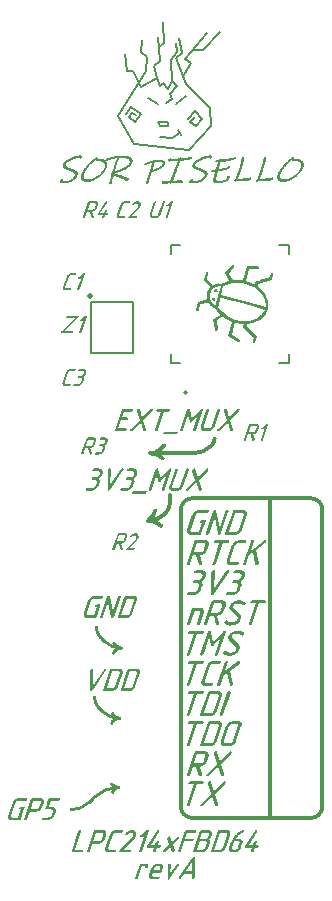
<source format=gto>
G04*
G04 #@! TF.GenerationSoftware,Altium Limited,Altium Designer,23.3.1 (30)*
G04*
G04 Layer_Color=65535*
%FSLAX44Y44*%
%MOMM*%
G71*
G04*
G04 #@! TF.SameCoordinates,DEEDA602-8963-42E2-A134-3CDC50A55A7F*
G04*
G04*
G04 #@! TF.FilePolarity,Positive*
G04*
G01*
G75*
%ADD10C,0.3000*%
%ADD11C,0.2000*%
%ADD12C,0.2500*%
%ADD13C,0.5000*%
%ADD14C,0.1270*%
%ADD15C,0.1656*%
G36*
X215010Y558399D02*
X215344Y558076D01*
X215513Y557632D01*
X215460Y557100D01*
X215130Y556510D01*
X210781Y550574D01*
X213831Y545466D01*
X214286Y545513D01*
X214795Y545551D01*
X215342Y545580D01*
X215910Y545604D01*
X216482Y545622D01*
X217043Y545636D01*
X217574Y545648D01*
X218060Y545659D01*
X218641Y545670D01*
X219215Y545672D01*
X219785Y545660D01*
X220354Y545631D01*
X220924Y545579D01*
X221499Y545502D01*
X222080Y545394D01*
X222670Y545252D01*
X225924Y557012D01*
X235267Y557161D01*
X235683Y557087D01*
X235981Y556862D01*
X236157Y556536D01*
X236210Y556157D01*
X236135Y555776D01*
X235929Y555442D01*
X235589Y555204D01*
X235113Y555113D01*
X228032Y555089D01*
X225285Y544836D01*
X226163Y544568D01*
X227111Y544226D01*
X228101Y543830D01*
X229101Y543402D01*
X230081Y542961D01*
X231012Y542529D01*
X231864Y542126D01*
X232605Y541773D01*
X233192Y544173D01*
X234444Y544571D01*
X235899Y545011D01*
X237495Y545478D01*
X239170Y545957D01*
X240860Y546435D01*
X242505Y546896D01*
X244040Y547327D01*
X245404Y547713D01*
X246223Y550672D01*
X246436Y551072D01*
X246774Y551303D01*
X247185Y551386D01*
X247618Y551340D01*
X248021Y551186D01*
X248342Y550944D01*
X248530Y550634D01*
X248533Y550276D01*
X247224Y545564D01*
X235536Y542378D01*
X235078Y540367D01*
X236095Y539581D01*
X237116Y538737D01*
X238127Y537827D01*
X239112Y536845D01*
X240055Y535785D01*
X240942Y534639D01*
X241758Y533402D01*
X242486Y532066D01*
X243316Y529748D01*
X243911Y527479D01*
X244244Y525262D01*
X244283Y523101D01*
X244000Y521000D01*
X243365Y518963D01*
X242349Y516993D01*
X241610Y516012D01*
X238714Y516788D01*
X241212Y520299D01*
X239080Y520928D01*
X239659Y523091D01*
X241861Y522501D01*
X241875Y524150D01*
X241817Y525617D01*
X241666Y526951D01*
X241402Y528201D01*
X241006Y529415D01*
X240457Y530641D01*
X239737Y531929D01*
X238826Y533327D01*
X236899Y535606D01*
X234491Y537641D01*
X231713Y539403D01*
X228676Y540865D01*
X225490Y541996D01*
X222266Y542770D01*
X219115Y543156D01*
X216148Y543126D01*
X214448Y542920D01*
X212901Y542645D01*
X211494Y542314D01*
X210213Y541940D01*
X209046Y541536D01*
X207979Y541114D01*
X207000Y540687D01*
X206096Y540266D01*
X204117Y532615D01*
X239644Y523095D01*
X239064Y520933D01*
X238490Y521103D01*
X233880Y522399D01*
X228042Y524012D01*
X221638Y525764D01*
X215329Y527477D01*
X209777Y528975D01*
X205641Y530081D01*
X203585Y530616D01*
X203386Y529877D01*
X203141Y528965D01*
X202865Y527932D01*
X202575Y526835D01*
X202288Y525727D01*
X202169Y525257D01*
X199969Y525847D01*
X203787Y540094D01*
X202108Y540038D01*
X200567Y539770D01*
X199171Y539288D01*
X197930Y538590D01*
X196850Y537674D01*
X195938Y536537D01*
X195204Y535178D01*
X194655Y533594D01*
X194423Y532165D01*
X194468Y530721D01*
X194773Y529305D01*
X195317Y527958D01*
X196082Y526725D01*
X197048Y525647D01*
X198196Y524766D01*
X199508Y524125D01*
X199965Y525831D01*
X202165Y525242D01*
X202019Y524662D01*
X201784Y523695D01*
X201601Y522879D01*
X205473Y518067D01*
X210452Y514430D01*
X216141Y512023D01*
X222138Y510899D01*
X228044Y511111D01*
X233458Y512713D01*
X237981Y515758D01*
X238704Y516774D01*
X241600Y515998D01*
X240921Y515096D01*
X238966Y513290D01*
X236914Y511838D01*
X234834Y510701D01*
X232794Y509835D01*
X230861Y509200D01*
X229105Y508754D01*
X227594Y508455D01*
X226395Y508263D01*
X225896Y506212D01*
X234384Y497565D01*
X233161Y492936D01*
X232991Y492641D01*
X232684Y492463D01*
X232295Y492399D01*
X231878Y492447D01*
X231489Y492604D01*
X231183Y492868D01*
X231013Y493236D01*
X231035Y493706D01*
X231841Y496776D01*
X223044Y505859D01*
X223589Y508271D01*
X222763Y508320D01*
X221886Y508409D01*
X220964Y508533D01*
X220002Y508692D01*
X219005Y508883D01*
X217977Y509105D01*
X216924Y509356D01*
X215852Y509632D01*
X213032Y499108D01*
X219392Y495181D01*
X219723Y494854D01*
X219876Y494437D01*
X219879Y493982D01*
X219757Y493542D01*
X219536Y493169D01*
X219243Y492917D01*
X218904Y492837D01*
X218544Y492982D01*
X210142Y498032D01*
X213311Y510313D01*
X212476Y510608D01*
X211494Y511039D01*
X210422Y511572D01*
X209315Y512177D01*
X208229Y512818D01*
X207218Y513465D01*
X206340Y514084D01*
X205649Y514642D01*
X200366Y511482D01*
X201157Y504023D01*
X201111Y503398D01*
X200865Y502944D01*
X200479Y502660D01*
X200016Y502544D01*
X199537Y502597D01*
X199103Y502817D01*
X198776Y503204D01*
X198617Y503756D01*
X197423Y512237D01*
X198201Y512783D01*
X198996Y513326D01*
X199797Y513862D01*
X200595Y514388D01*
X201378Y514902D01*
X202138Y515399D01*
X202863Y515876D01*
X203543Y516331D01*
X202880Y516975D01*
X202220Y517653D01*
X201899Y518009D01*
X201587Y518378D01*
X201287Y518760D01*
X201001Y519159D01*
X200631Y519747D01*
X200406Y520179D01*
X200262Y520496D01*
X200138Y520738D01*
X199971Y520944D01*
X199698Y521155D01*
X199257Y521411D01*
X198585Y521752D01*
X197627Y522279D01*
X196841Y522767D01*
X196183Y523249D01*
X195607Y523753D01*
X195067Y524312D01*
X194518Y524956D01*
X193914Y525717D01*
X193209Y526624D01*
X192620Y526488D01*
X191825Y526299D01*
X190889Y526072D01*
X189875Y525823D01*
X188846Y525566D01*
X187864Y525316D01*
X186993Y525089D01*
X186296Y524900D01*
X185078Y519851D01*
X184893Y519464D01*
X184600Y519227D01*
X184244Y519127D01*
X183869Y519153D01*
X183522Y519291D01*
X183247Y519529D01*
X183091Y519855D01*
X183098Y520256D01*
X184722Y526962D01*
X192273Y529309D01*
X192024Y530805D01*
X191929Y532178D01*
X191996Y533453D01*
X192231Y534657D01*
X192640Y535815D01*
X193230Y536952D01*
X194007Y538094D01*
X194978Y539268D01*
X189680Y545141D01*
X191355Y551802D01*
X191544Y552152D01*
X191866Y552373D01*
X192265Y552464D01*
X192685Y552424D01*
X193069Y552252D01*
X193361Y551947D01*
X193504Y551508D01*
X193443Y550934D01*
X192247Y546009D01*
X197083Y541079D01*
X197986Y541459D01*
X198798Y541798D01*
X199208Y541953D01*
X199639Y542100D01*
X200109Y542240D01*
X200630Y542374D01*
X201330Y542516D01*
X201883Y542587D01*
X202334Y542605D01*
X202723Y542588D01*
X203094Y542555D01*
X203489Y542525D01*
X203950Y542515D01*
X204518Y542546D01*
X205061Y542658D01*
X205801Y542894D01*
X206683Y543220D01*
X207649Y543603D01*
X208643Y544006D01*
X209608Y544397D01*
X210488Y544740D01*
X211226Y545002D01*
X210779Y545789D01*
X210340Y546566D01*
X209909Y547337D01*
X209483Y548108D01*
X209063Y548884D01*
X208648Y549671D01*
X208237Y550472D01*
X207829Y551294D01*
X213155Y557866D01*
X213584Y558336D01*
X214074Y558561D01*
X214568Y558571D01*
X215010Y558399D01*
D02*
G37*
G36*
X200389Y537639D02*
X200807Y537327D01*
X201094Y536885D01*
X201222Y536377D01*
X201239Y536166D01*
X200903Y535422D01*
X200402Y535105D01*
X199803Y535002D01*
X199280Y535124D01*
X198860Y535418D01*
X198571Y535830D01*
X198438Y536308D01*
X198491Y536800D01*
X198687Y537132D01*
X199409Y537646D01*
X199865Y537755D01*
X200389Y537639D01*
D02*
G37*
G36*
X198469Y530723D02*
X198913Y530441D01*
X199240Y530026D01*
X199416Y529538D01*
X199341Y529062D01*
X199192Y528594D01*
X198727Y528261D01*
X198145Y528132D01*
X197615Y528225D01*
X197169Y528490D01*
X196841Y528876D01*
X196663Y529334D01*
X196735Y529794D01*
X196887Y530267D01*
X197353Y530641D01*
X197939Y530810D01*
X198469Y530723D01*
D02*
G37*
G36*
X209680Y350779D02*
X209785Y350758D01*
X209912Y350716D01*
X210059Y350674D01*
X210186Y350589D01*
X210312Y350484D01*
X210333Y350463D01*
X210354Y350421D01*
X210396Y350337D01*
X210438Y350210D01*
X210480Y350063D01*
Y349895D01*
Y349705D01*
X210417Y349473D01*
X204121Y331007D01*
Y330986D01*
X204079Y330901D01*
X204037Y330796D01*
X203953Y330649D01*
X203869Y330501D01*
X203742Y330312D01*
X203595Y330122D01*
X203405Y329954D01*
X202921Y329659D01*
X202900D01*
X202879Y329638D01*
X202753Y329617D01*
X202563Y329575D01*
X202353Y329554D01*
X202310D01*
X202226Y329575D01*
X202100Y329596D01*
X201931Y329638D01*
X201763Y329701D01*
X201616Y329828D01*
X201489Y329975D01*
X201405Y330186D01*
X198605Y345031D01*
X193783Y330881D01*
Y330859D01*
X193740Y330775D01*
X193698Y330670D01*
X193614Y330522D01*
X193530Y330375D01*
X193403Y330207D01*
X193277Y330059D01*
X193109Y329912D01*
X193088Y329891D01*
X193025Y329849D01*
X192898Y329807D01*
X192772Y329743D01*
X192603Y329659D01*
X192414Y329617D01*
X192203Y329575D01*
X191993Y329554D01*
X191908D01*
X191803Y329575D01*
X191677Y329596D01*
X191551Y329638D01*
X191403Y329701D01*
X191277Y329785D01*
X191150Y329891D01*
X191129Y329912D01*
X191108Y329954D01*
X191066Y330038D01*
X191024Y330144D01*
X191003Y330291D01*
Y330459D01*
X191024Y330670D01*
X191087Y330901D01*
X197383Y349368D01*
X197404Y349389D01*
X197425Y349473D01*
X197488Y349600D01*
X197573Y349747D01*
X197678Y349916D01*
X197804Y350105D01*
X197973Y350274D01*
X198162Y350442D01*
X198183Y350463D01*
X198246Y350505D01*
X198331Y350547D01*
X198457Y350632D01*
X198605Y350695D01*
X198773Y350737D01*
X198962Y350779D01*
X199152Y350800D01*
X199278D01*
X199405Y350758D01*
X199573Y350716D01*
X199720Y350632D01*
X199889Y350505D01*
X200015Y350316D01*
X200100Y350084D01*
X202900Y335323D01*
X207722Y349452D01*
Y349473D01*
X207764Y349537D01*
X207806Y349642D01*
X207869Y349768D01*
X207975Y349916D01*
X208080Y350084D01*
X208227Y350252D01*
X208417Y350421D01*
X208438Y350442D01*
X208522Y350484D01*
X208627Y350547D01*
X208775Y350611D01*
X208943Y350674D01*
X209112Y350737D01*
X209322Y350779D01*
X209512Y350800D01*
X209596D01*
X209680Y350779D01*
D02*
G37*
G36*
X223262D02*
X223430Y350758D01*
X223599Y350737D01*
X223999Y350632D01*
X224441Y350484D01*
X224673Y350379D01*
X224883Y350252D01*
X225094Y350105D01*
X225304Y349916D01*
X225494Y349726D01*
X225662Y349495D01*
Y349473D01*
X225704Y349431D01*
X225746Y349368D01*
X225788Y349263D01*
X225852Y349137D01*
X225894Y348989D01*
X225957Y348821D01*
X226020Y348610D01*
X226062Y348400D01*
X226104Y348168D01*
X226125Y347621D01*
Y347347D01*
X226083Y347031D01*
X226020Y346715D01*
X225915Y346378D01*
X221682Y333997D01*
Y333976D01*
X221661Y333913D01*
X221619Y333828D01*
X221556Y333681D01*
X221493Y333534D01*
X221388Y333344D01*
X221282Y333134D01*
X221156Y332923D01*
X221009Y332670D01*
X220840Y332418D01*
X220651Y332165D01*
X220440Y331891D01*
X220187Y331638D01*
X219935Y331365D01*
X219640Y331112D01*
X219324Y330859D01*
X219303Y330838D01*
X219240Y330796D01*
X219156Y330733D01*
X219029Y330649D01*
X218861Y330565D01*
X218671Y330438D01*
X218461Y330333D01*
X218229Y330207D01*
X217955Y330080D01*
X217682Y329975D01*
X217071Y329765D01*
X216755Y329680D01*
X216418Y329617D01*
X216081Y329575D01*
X215744Y329554D01*
X208396D01*
X208312Y329575D01*
X208122Y329617D01*
X207911Y329722D01*
X207701Y329891D01*
X207638Y329996D01*
X207575Y330122D01*
X207533Y330270D01*
Y330459D01*
X207554Y330670D01*
X207617Y330901D01*
X213955Y349473D01*
Y349495D01*
X213976Y349537D01*
X213997Y349600D01*
X214039Y349684D01*
X214165Y349895D01*
X214355Y350147D01*
X214586Y350379D01*
X214902Y350589D01*
X215071Y350674D01*
X215281Y350737D01*
X215513Y350779D01*
X215744Y350800D01*
X223135D01*
X223262Y350779D01*
D02*
G37*
G36*
X193193D02*
X193319Y350758D01*
X193446Y350695D01*
X193593Y350632D01*
X193719Y350526D01*
X193825Y350379D01*
X193846Y350358D01*
X193867Y350316D01*
X193888Y350232D01*
X193930Y350126D01*
X193951Y349979D01*
X193972Y349831D01*
X193951Y349663D01*
X193909Y349473D01*
Y349452D01*
X193867Y349389D01*
X193825Y349305D01*
X193761Y349179D01*
X193677Y349052D01*
X193572Y348905D01*
X193424Y348736D01*
X193256Y348568D01*
X193235Y348547D01*
X193172Y348505D01*
X193067Y348421D01*
X192940Y348357D01*
X192751Y348273D01*
X192561Y348189D01*
X192351Y348147D01*
X192098Y348126D01*
X184749D01*
X184602Y348105D01*
X184433Y348084D01*
X184244Y348042D01*
X184033Y347999D01*
X183823Y347915D01*
X183612Y347810D01*
X183591Y347789D01*
X183528Y347747D01*
X183444Y347663D01*
X183338Y347557D01*
X183086Y347305D01*
X182980Y347178D01*
X182875Y347052D01*
Y347031D01*
X182833Y346989D01*
X182812Y346926D01*
X182749Y346841D01*
X182644Y346631D01*
X182538Y346378D01*
X178306Y333997D01*
Y333955D01*
X178264Y333871D01*
X178243Y333723D01*
X178222Y333555D01*
X178201Y333344D01*
X178222Y333134D01*
X178285Y332923D01*
X178369Y332733D01*
X178411Y332691D01*
X178495Y332586D01*
X178643Y332460D01*
X178832Y332333D01*
X178853D01*
X178874Y332312D01*
X178938Y332291D01*
X179022D01*
X179232Y332249D01*
X179464Y332228D01*
X185339D01*
X187929Y339872D01*
X187108D01*
X187002Y339893D01*
X186876Y339914D01*
X186750Y339956D01*
X186602Y340019D01*
X186476Y340103D01*
X186371Y340230D01*
Y340251D01*
X186329Y340314D01*
X186307Y340398D01*
X186286Y340503D01*
X186265Y340651D01*
Y340819D01*
X186286Y341009D01*
X186329Y341219D01*
Y341240D01*
X186371Y341303D01*
X186413Y341388D01*
X186476Y341514D01*
X186560Y341640D01*
X186665Y341788D01*
X186813Y341935D01*
X186981Y342104D01*
X187002Y342125D01*
X187065Y342167D01*
X187171Y342251D01*
X187318Y342335D01*
X187487Y342398D01*
X187676Y342483D01*
X187908Y342525D01*
X188139Y342546D01*
X190329D01*
X190413Y342525D01*
X190603Y342483D01*
X190814Y342377D01*
X191003Y342230D01*
X191087Y342125D01*
X191150Y341977D01*
X191171Y341830D01*
X191192Y341661D01*
X191150Y341451D01*
X191087Y341219D01*
X187571Y330901D01*
Y330881D01*
X187550Y330838D01*
X187529Y330775D01*
X187487Y330691D01*
X187360Y330480D01*
X187192Y330228D01*
X186939Y329975D01*
X186623Y329765D01*
X186455Y329680D01*
X186244Y329617D01*
X186034Y329575D01*
X185781Y329554D01*
X178390D01*
X178264Y329575D01*
X178116Y329596D01*
X177927Y329617D01*
X177527Y329722D01*
X177085Y329870D01*
X176874Y329975D01*
X176642Y330101D01*
X176432Y330249D01*
X176221Y330417D01*
X176011Y330607D01*
X175842Y330838D01*
Y330859D01*
X175800Y330901D01*
X175758Y330965D01*
X175716Y331070D01*
X175653Y331196D01*
X175611Y331344D01*
X175548Y331512D01*
X175484Y331723D01*
X175442Y331933D01*
X175400Y332165D01*
X175379Y332439D01*
Y332712D01*
X175400Y333007D01*
X175442Y333323D01*
X175505Y333660D01*
X175611Y333997D01*
X179843Y346378D01*
Y346399D01*
X179864Y346462D01*
X179906Y346547D01*
X179969Y346694D01*
X180033Y346841D01*
X180138Y347031D01*
X180243Y347241D01*
X180369Y347452D01*
X180517Y347705D01*
X180685Y347936D01*
X180875Y348210D01*
X181085Y348463D01*
X181317Y348736D01*
X181591Y348989D01*
X181864Y349242D01*
X182180Y349495D01*
X182201Y349516D01*
X182264Y349558D01*
X182349Y349621D01*
X182475Y349705D01*
X182644Y349789D01*
X182833Y349916D01*
X183044Y350021D01*
X183275Y350147D01*
X183549Y350274D01*
X183823Y350379D01*
X184433Y350589D01*
X184749Y350674D01*
X185086Y350737D01*
X185423Y350779D01*
X185781Y350800D01*
X193088D01*
X193193Y350779D01*
D02*
G37*
G36*
X241455Y325284D02*
X241581Y325263D01*
X241707Y325199D01*
X241834Y325136D01*
X241960Y325031D01*
X242065Y324884D01*
X242086Y324863D01*
X242107Y324820D01*
X242150Y324736D01*
X242192Y324610D01*
X242213Y324483D01*
X242234Y324315D01*
X242213Y324126D01*
X242171Y323936D01*
Y323915D01*
X242150Y323873D01*
X242107Y323789D01*
X242044Y323683D01*
X241960Y323557D01*
X241834Y323410D01*
X241665Y323220D01*
X241476Y323031D01*
X233390Y317050D01*
X235938Y306017D01*
X235896Y305385D01*
Y305364D01*
X235854Y305301D01*
X235812Y305196D01*
X235727Y305048D01*
X235643Y304901D01*
X235496Y304753D01*
X235348Y304606D01*
X235159Y304459D01*
X235138Y304438D01*
X235075Y304396D01*
X234948Y304332D01*
X234822Y304269D01*
X234632Y304185D01*
X234443Y304122D01*
X234232Y304080D01*
X234022Y304059D01*
X234001D01*
X233916Y304080D01*
X233790Y304101D01*
X233664Y304143D01*
X233516Y304227D01*
X233369Y304332D01*
X233243Y304501D01*
X233137Y304711D01*
X230884Y315345D01*
X228063Y313113D01*
X225431Y305385D01*
Y305364D01*
X225388Y305280D01*
X225346Y305175D01*
X225262Y305027D01*
X225178Y304880D01*
X225051Y304711D01*
X224925Y304564D01*
X224757Y304417D01*
X224736Y304396D01*
X224673Y304353D01*
X224546Y304311D01*
X224420Y304248D01*
X224251Y304164D01*
X224062Y304122D01*
X223851Y304080D01*
X223641Y304059D01*
X223556D01*
X223451Y304080D01*
X223325Y304101D01*
X223199Y304143D01*
X223051Y304206D01*
X222925Y304290D01*
X222799Y304396D01*
X222777Y304417D01*
X222756Y304459D01*
X222714Y304543D01*
X222693Y304648D01*
X222672Y304796D01*
X222651Y304964D01*
X222672Y305175D01*
X222735Y305406D01*
X229073Y323999D01*
Y324020D01*
X229116Y324083D01*
X229158Y324189D01*
X229221Y324315D01*
X229326Y324462D01*
X229452Y324610D01*
X229600Y324757D01*
X229789Y324905D01*
X229810Y324926D01*
X229874Y324968D01*
X230000Y325031D01*
X230126Y325115D01*
X230295Y325178D01*
X230484Y325242D01*
X230674Y325284D01*
X230863Y325305D01*
X230947D01*
X231032Y325284D01*
X231158Y325263D01*
X231284Y325220D01*
X231432Y325178D01*
X231558Y325094D01*
X231684Y324989D01*
X231705Y324968D01*
X231726Y324926D01*
X231769Y324841D01*
X231811Y324736D01*
X231832Y324589D01*
X231853Y324420D01*
X231832Y324231D01*
X231769Y323999D01*
X229179Y316419D01*
X240149Y324884D01*
X240170Y324905D01*
X240254Y324947D01*
X240381Y325010D01*
X240528Y325094D01*
X240697Y325178D01*
X240886Y325242D01*
X241097Y325284D01*
X241286Y325305D01*
X241370D01*
X241455Y325284D01*
D02*
G37*
G36*
X224841D02*
X224967Y325263D01*
X225094Y325199D01*
X225241Y325136D01*
X225367Y325031D01*
X225473Y324884D01*
X225494Y324863D01*
X225515Y324820D01*
X225536Y324736D01*
X225578Y324631D01*
X225599Y324483D01*
Y324336D01*
X225578Y324168D01*
X225536Y323978D01*
Y323957D01*
X225515Y323894D01*
X225473Y323810D01*
X225410Y323683D01*
X225304Y323557D01*
X225199Y323410D01*
X225051Y323241D01*
X224883Y323073D01*
X224862Y323052D01*
X224799Y323009D01*
X224694Y322925D01*
X224567Y322862D01*
X224399Y322778D01*
X224209Y322694D01*
X223978Y322652D01*
X223746Y322631D01*
X218461D01*
X218313Y322609D01*
X218145Y322588D01*
X217955Y322567D01*
X217745Y322504D01*
X217534Y322441D01*
X217324Y322336D01*
X217303Y322315D01*
X217239Y322252D01*
X217155Y322167D01*
X217050Y322062D01*
X216797Y321809D01*
X216692Y321683D01*
X216587Y321557D01*
Y321536D01*
X216545Y321493D01*
X216524Y321430D01*
X216460Y321346D01*
X216355Y321135D01*
X216250Y320883D01*
X212017Y308501D01*
Y308459D01*
X211975Y308375D01*
X211954Y308228D01*
X211933Y308059D01*
X211912Y307849D01*
X211933Y307638D01*
X211996Y307428D01*
X212081Y307238D01*
X212123Y307196D01*
X212207Y307091D01*
X212354Y306964D01*
X212523Y306838D01*
X212544D01*
X212586Y306817D01*
X212649Y306796D01*
X212733D01*
X212923Y306754D01*
X213176Y306733D01*
X218419D01*
X218524Y306712D01*
X218650Y306691D01*
X218777Y306628D01*
X218903Y306564D01*
X219029Y306459D01*
X219135Y306312D01*
X219156Y306291D01*
X219177Y306248D01*
X219198Y306164D01*
X219240Y306059D01*
X219261Y305912D01*
X219282Y305764D01*
X219261Y305596D01*
X219219Y305406D01*
Y305385D01*
X219198Y305322D01*
X219156Y305238D01*
X219093Y305111D01*
X218987Y304985D01*
X218882Y304838D01*
X218735Y304669D01*
X218566Y304501D01*
X218545Y304480D01*
X218482Y304438D01*
X218377Y304353D01*
X218250Y304290D01*
X218061Y304206D01*
X217871Y304122D01*
X217661Y304080D01*
X217408Y304059D01*
X212081D01*
X211954Y304080D01*
X211807Y304101D01*
X211639Y304122D01*
X211238Y304227D01*
X210796Y304374D01*
X210565Y304480D01*
X210354Y304606D01*
X210122Y304753D01*
X209933Y304922D01*
X209722Y305111D01*
X209554Y305343D01*
Y305364D01*
X209512Y305406D01*
X209470Y305469D01*
X209428Y305575D01*
X209364Y305701D01*
X209322Y305848D01*
X209259Y306017D01*
X209196Y306227D01*
X209154Y306438D01*
X209112Y306670D01*
X209091Y306943D01*
Y307217D01*
X209112Y307512D01*
X209154Y307828D01*
X209217Y308165D01*
X209322Y308501D01*
X213555Y320883D01*
Y320904D01*
X213576Y320967D01*
X213618Y321051D01*
X213681Y321199D01*
X213744Y321346D01*
X213849Y321536D01*
X213955Y321746D01*
X214081Y321957D01*
X214228Y322209D01*
X214397Y322441D01*
X214586Y322715D01*
X214797Y322967D01*
X215029Y323241D01*
X215302Y323494D01*
X215576Y323746D01*
X215892Y323999D01*
X215913Y324020D01*
X215976Y324062D01*
X216060Y324126D01*
X216187Y324210D01*
X216355Y324294D01*
X216545Y324420D01*
X216755Y324526D01*
X216987Y324652D01*
X217261Y324778D01*
X217534Y324884D01*
X218145Y325094D01*
X218461Y325178D01*
X218798Y325242D01*
X219135Y325284D01*
X219493Y325305D01*
X224736D01*
X224841Y325284D01*
D02*
G37*
G36*
X210375D02*
X210501Y325263D01*
X210628Y325199D01*
X210775Y325136D01*
X210902Y325031D01*
X211007Y324884D01*
X211028Y324863D01*
X211049Y324820D01*
X211070Y324736D01*
X211112Y324631D01*
X211133Y324483D01*
X211154Y324336D01*
X211133Y324168D01*
X211091Y323978D01*
Y323957D01*
X211049Y323894D01*
X211007Y323810D01*
X210944Y323683D01*
X210859Y323557D01*
X210754Y323410D01*
X210607Y323241D01*
X210438Y323073D01*
X210417Y323052D01*
X210354Y323009D01*
X210249Y322925D01*
X210122Y322862D01*
X209933Y322778D01*
X209743Y322694D01*
X209533Y322652D01*
X209280Y322631D01*
X205469D01*
X199594Y305406D01*
Y305385D01*
X199552Y305301D01*
X199510Y305196D01*
X199426Y305048D01*
X199341Y304880D01*
X199215Y304732D01*
X199089Y304564D01*
X198920Y304417D01*
X198899Y304396D01*
X198836Y304353D01*
X198710Y304311D01*
X198583Y304248D01*
X198415Y304164D01*
X198225Y304122D01*
X198015Y304080D01*
X197804Y304059D01*
X197720D01*
X197615Y304080D01*
X197488Y304101D01*
X197362Y304143D01*
X197215Y304206D01*
X197088Y304290D01*
X196962Y304396D01*
X196941Y304417D01*
X196920Y304459D01*
X196878Y304543D01*
X196836Y304648D01*
X196815Y304796D01*
Y304964D01*
X196836Y305175D01*
X196899Y305406D01*
X202774Y322631D01*
X198857D01*
X198752Y322652D01*
X198626Y322673D01*
X198478Y322715D01*
X198331Y322778D01*
X198204Y322862D01*
X198078Y322989D01*
Y323009D01*
X198057Y323073D01*
X198036Y323157D01*
X198015Y323283D01*
X197994Y323431D01*
Y323599D01*
X198015Y323789D01*
X198078Y323978D01*
Y323999D01*
X198099Y324062D01*
X198141Y324147D01*
X198204Y324252D01*
X198289Y324399D01*
X198415Y324547D01*
X198541Y324694D01*
X198710Y324863D01*
X198731Y324884D01*
X198794Y324926D01*
X198899Y325010D01*
X199047Y325094D01*
X199215Y325157D01*
X199405Y325242D01*
X199615Y325284D01*
X199868Y325305D01*
X210270D01*
X210375Y325284D01*
D02*
G37*
G36*
X190856D02*
X191024Y325263D01*
X191192Y325242D01*
X191593Y325136D01*
X192035Y324989D01*
X192266Y324884D01*
X192477Y324757D01*
X192687Y324610D01*
X192898Y324420D01*
X193088Y324231D01*
X193256Y323999D01*
Y323978D01*
X193298Y323936D01*
X193340Y323873D01*
X193382Y323768D01*
X193446Y323641D01*
X193488Y323494D01*
X193551Y323325D01*
X193614Y323115D01*
X193656Y322904D01*
X193698Y322673D01*
X193719Y322125D01*
Y321851D01*
X193677Y321536D01*
X193614Y321220D01*
X193509Y320883D01*
X192098Y316756D01*
Y316735D01*
X192077Y316672D01*
X192035Y316587D01*
X191972Y316440D01*
X191908Y316292D01*
X191803Y316103D01*
X191698Y315892D01*
X191572Y315682D01*
X191403Y315429D01*
X191235Y315177D01*
X191045Y314924D01*
X190835Y314650D01*
X190582Y314397D01*
X190329Y314124D01*
X190034Y313871D01*
X189719Y313618D01*
X189697Y313597D01*
X189634Y313555D01*
X189550Y313492D01*
X189424Y313408D01*
X189255Y313323D01*
X189066Y313197D01*
X188855Y313092D01*
X188624Y312966D01*
X188350Y312839D01*
X188076Y312734D01*
X187465Y312523D01*
X187150Y312439D01*
X186813Y312376D01*
X186476Y312334D01*
X186139Y312313D01*
X186244D01*
X188266Y306059D01*
Y305869D01*
X188224Y305406D01*
Y305385D01*
X188181Y305322D01*
X188139Y305217D01*
X188055Y305069D01*
X187950Y304922D01*
X187824Y304753D01*
X187655Y304585D01*
X187465Y304417D01*
X187444Y304396D01*
X187381Y304353D01*
X187255Y304311D01*
X187129Y304248D01*
X186960Y304164D01*
X186771Y304122D01*
X186581Y304080D01*
X186371Y304059D01*
X186329D01*
X186181Y304080D01*
X186013Y304101D01*
X185844Y304164D01*
X185802Y304185D01*
X185718Y304269D01*
X185613Y304438D01*
X185549Y304543D01*
X185486Y304669D01*
X183317Y312313D01*
X180264D01*
X177906Y305406D01*
Y305385D01*
X177864Y305301D01*
X177822Y305196D01*
X177737Y305048D01*
X177653Y304880D01*
X177527Y304732D01*
X177400Y304564D01*
X177232Y304417D01*
X177211Y304396D01*
X177148Y304353D01*
X177021Y304311D01*
X176895Y304248D01*
X176727Y304164D01*
X176537Y304122D01*
X176327Y304080D01*
X176116Y304059D01*
X176032D01*
X175926Y304080D01*
X175800Y304101D01*
X175674Y304143D01*
X175526Y304206D01*
X175400Y304290D01*
X175274Y304396D01*
X175253Y304417D01*
X175232Y304459D01*
X175189Y304543D01*
X175147Y304648D01*
X175126Y304796D01*
Y304964D01*
X175147Y305175D01*
X175211Y305406D01*
X181549Y323978D01*
Y323999D01*
X181570Y324041D01*
X181591Y324104D01*
X181633Y324189D01*
X181759Y324399D01*
X181949Y324652D01*
X182180Y324884D01*
X182496Y325094D01*
X182665Y325178D01*
X182875Y325242D01*
X183107Y325284D01*
X183338Y325305D01*
X190729D01*
X190856Y325284D01*
D02*
G37*
G36*
X210396Y299788D02*
X210501Y299767D01*
X210649Y299725D01*
X210775Y299662D01*
X210923Y299578D01*
X211070Y299451D01*
X211091Y299430D01*
X211112Y299388D01*
X211154Y299304D01*
X211175Y299178D01*
X211217Y299051D01*
Y298883D01*
X211196Y298693D01*
X211154Y298504D01*
X210923Y298062D01*
X198478Y279658D01*
X198457Y279637D01*
X198415Y279595D01*
X198352Y279511D01*
X198267Y279405D01*
X198036Y279153D01*
X197741Y278879D01*
X197720D01*
X197678Y278858D01*
X197615Y278816D01*
X197509Y278774D01*
X197383Y278711D01*
X197236Y278668D01*
X197067Y278605D01*
X196878Y278563D01*
X196836D01*
X196730Y278584D01*
X196604Y278626D01*
X196436Y278690D01*
X196267Y278816D01*
X196099Y279027D01*
X196035Y279132D01*
X195993Y279279D01*
X195951Y279448D01*
X195930Y279637D01*
X195993Y298062D01*
X196057Y298462D01*
Y298483D01*
X196099Y298546D01*
X196141Y298651D01*
X196225Y298778D01*
X196309Y298904D01*
X196436Y299072D01*
X196583Y299220D01*
X196772Y299388D01*
X196794Y299409D01*
X196878Y299451D01*
X196983Y299515D01*
X197109Y299599D01*
X197278Y299683D01*
X197467Y299746D01*
X197678Y299788D01*
X197889Y299809D01*
X198204D01*
X198499Y299683D01*
X198520D01*
X198541Y299641D01*
X198605Y299599D01*
X198647Y299515D01*
X198710Y299409D01*
X198773Y299283D01*
X198815Y299135D01*
X198836Y298946D01*
X198562Y283659D01*
X208669Y298883D01*
X208691Y298904D01*
X208733Y298946D01*
X208796Y299030D01*
X208880Y299114D01*
X209091Y299325D01*
X209385Y299536D01*
X209407Y299557D01*
X209470Y299578D01*
X209554Y299620D01*
X209659Y299683D01*
X209912Y299767D01*
X210059Y299788D01*
X210207Y299809D01*
X210291D01*
X210396Y299788D01*
D02*
G37*
G36*
X220882Y299746D02*
X221093Y299725D01*
X221325Y299683D01*
X221577Y299641D01*
X221851Y299578D01*
X222146Y299494D01*
X222440Y299388D01*
X222735Y299262D01*
X223009Y299114D01*
X223283Y298925D01*
X223535Y298714D01*
X223746Y298483D01*
X223936Y298209D01*
X223957Y298188D01*
X223978Y298125D01*
X224020Y298041D01*
X224062Y297914D01*
X224125Y297746D01*
X224188Y297556D01*
X224251Y297346D01*
X224293Y297093D01*
X224336Y296819D01*
X224378Y296525D01*
X224399Y296209D01*
Y295872D01*
X224357Y295514D01*
X224315Y295135D01*
X224230Y294756D01*
X224104Y294356D01*
Y294335D01*
X224083Y294293D01*
X224062Y294229D01*
X224020Y294124D01*
X223978Y294019D01*
X223915Y293871D01*
X223767Y293556D01*
X223578Y293176D01*
X223346Y292777D01*
X223072Y292334D01*
X222756Y291913D01*
Y291892D01*
X222714Y291871D01*
X222672Y291808D01*
X222588Y291724D01*
X222398Y291534D01*
X222167Y291281D01*
X221851Y291008D01*
X221493Y290713D01*
X221093Y290418D01*
X220672Y290165D01*
X220693Y290144D01*
X220777Y290081D01*
X220882Y289955D01*
X221009Y289786D01*
X221156Y289555D01*
X221304Y289260D01*
X221409Y288923D01*
X221514Y288523D01*
Y288502D01*
Y288481D01*
X221535Y288418D01*
Y288333D01*
X221556Y288102D01*
Y287786D01*
Y287428D01*
X221514Y287028D01*
X221430Y286565D01*
X221282Y286101D01*
X220588Y284038D01*
Y284017D01*
X220545Y283933D01*
X220503Y283827D01*
X220440Y283659D01*
X220356Y283469D01*
X220230Y283238D01*
X220103Y282985D01*
X219935Y282711D01*
X219745Y282417D01*
X219535Y282101D01*
X219303Y281785D01*
X219029Y281448D01*
X218735Y281132D01*
X218419Y280795D01*
X218061Y280479D01*
X217661Y280163D01*
X217640Y280142D01*
X217555Y280100D01*
X217450Y280016D01*
X217282Y279911D01*
X217092Y279785D01*
X216861Y279658D01*
X216608Y279511D01*
X216313Y279363D01*
X215976Y279216D01*
X215639Y279069D01*
X214902Y278816D01*
X214502Y278711D01*
X214102Y278626D01*
X213681Y278584D01*
X213260Y278563D01*
X209028D01*
X208922Y278584D01*
X208796Y278605D01*
X208648Y278647D01*
X208501Y278711D01*
X208375Y278795D01*
X208248Y278921D01*
Y278942D01*
X208227Y279005D01*
X208206Y279090D01*
X208185Y279216D01*
X208164Y279363D01*
Y279532D01*
X208185Y279721D01*
X208227Y279911D01*
Y279932D01*
X208248Y279995D01*
X208291Y280079D01*
X208354Y280185D01*
X208438Y280332D01*
X208564Y280479D01*
X208691Y280627D01*
X208859Y280795D01*
X208880Y280816D01*
X208943Y280858D01*
X209049Y280943D01*
X209196Y281027D01*
X209364Y281090D01*
X209575Y281174D01*
X209785Y281216D01*
X210038Y281237D01*
X214271D01*
X214355Y281259D01*
X214586Y281280D01*
X214881Y281343D01*
X215218Y281427D01*
X215597Y281574D01*
X215997Y281764D01*
X216397Y282038D01*
X216418D01*
X216439Y282080D01*
X216566Y282185D01*
X216755Y282353D01*
X216987Y282606D01*
X217239Y282880D01*
X217492Y283238D01*
X217724Y283617D01*
X217892Y284038D01*
X218587Y286101D01*
Y286123D01*
X218608Y286144D01*
X218629Y286207D01*
X218650Y286291D01*
X218692Y286502D01*
X218713Y286754D01*
X218735Y287070D01*
X218713Y287386D01*
X218608Y287723D01*
X218545Y287891D01*
X218461Y288039D01*
X218440Y288081D01*
X218356Y288165D01*
X218229Y288312D01*
X218061Y288460D01*
X217808Y288607D01*
X217513Y288755D01*
X217176Y288839D01*
X216755Y288881D01*
X214586D01*
X214481Y288902D01*
X214355Y288923D01*
X214228Y288965D01*
X214081Y289028D01*
X213955Y289113D01*
X213828Y289239D01*
Y289260D01*
X213807Y289323D01*
X213786Y289407D01*
X213765Y289534D01*
X213744Y289681D01*
Y289850D01*
X213765Y290039D01*
X213807Y290229D01*
Y290250D01*
X213828Y290313D01*
X213871Y290397D01*
X213934Y290502D01*
X214018Y290650D01*
X214144Y290797D01*
X214271Y290944D01*
X214439Y291113D01*
X214460Y291134D01*
X214523Y291176D01*
X214629Y291260D01*
X214776Y291345D01*
X214944Y291408D01*
X215134Y291492D01*
X215366Y291534D01*
X215618Y291555D01*
X217808D01*
X217892Y291576D01*
X218124Y291597D01*
X218419Y291660D01*
X218777Y291766D01*
X219156Y291913D01*
X219577Y292124D01*
X219977Y292397D01*
X219998D01*
X220019Y292439D01*
X220145Y292545D01*
X220314Y292713D01*
X220503Y292966D01*
X220735Y293240D01*
X220967Y293598D01*
X221177Y293977D01*
X221346Y294398D01*
Y294419D01*
X221367Y294440D01*
X221388Y294503D01*
X221409Y294587D01*
X221451Y294798D01*
X221493Y295051D01*
X221514Y295345D01*
X221493Y295661D01*
X221451Y295956D01*
X221325Y296251D01*
X221304Y296293D01*
X221240Y296377D01*
X221114Y296525D01*
X220924Y296672D01*
X220693Y296819D01*
X220377Y296967D01*
X219998Y297051D01*
X219556Y297093D01*
X215323D01*
X215218Y297114D01*
X215092Y297135D01*
X214965Y297177D01*
X214818Y297241D01*
X214692Y297325D01*
X214586Y297451D01*
Y297472D01*
X214544Y297535D01*
X214523Y297619D01*
X214502Y297725D01*
X214481Y297872D01*
Y298041D01*
X214502Y298230D01*
X214544Y298441D01*
Y298462D01*
X214586Y298525D01*
X214629Y298609D01*
X214692Y298736D01*
X214776Y298862D01*
X214881Y299009D01*
X215029Y299157D01*
X215197Y299325D01*
X215218Y299346D01*
X215281Y299388D01*
X215387Y299473D01*
X215534Y299557D01*
X215702Y299620D01*
X215892Y299704D01*
X216103Y299746D01*
X216334Y299767D01*
X220714D01*
X220882Y299746D01*
D02*
G37*
G36*
X187824D02*
X188034Y299725D01*
X188266Y299683D01*
X188518Y299641D01*
X188792Y299578D01*
X189087Y299494D01*
X189382Y299388D01*
X189676Y299262D01*
X189950Y299114D01*
X190224Y298925D01*
X190477Y298714D01*
X190687Y298483D01*
X190877Y298209D01*
X190898Y298188D01*
X190919Y298125D01*
X190961Y298041D01*
X191003Y297914D01*
X191066Y297746D01*
X191129Y297556D01*
X191192Y297346D01*
X191235Y297093D01*
X191277Y296819D01*
X191319Y296525D01*
X191340Y296209D01*
Y295872D01*
X191298Y295514D01*
X191256Y295135D01*
X191171Y294756D01*
X191045Y294356D01*
Y294335D01*
X191024Y294293D01*
X191003Y294229D01*
X190961Y294124D01*
X190919Y294019D01*
X190856Y293871D01*
X190708Y293556D01*
X190519Y293176D01*
X190287Y292777D01*
X190013Y292334D01*
X189697Y291913D01*
Y291892D01*
X189655Y291871D01*
X189613Y291808D01*
X189529Y291724D01*
X189340Y291534D01*
X189108Y291281D01*
X188792Y291008D01*
X188434Y290713D01*
X188034Y290418D01*
X187613Y290165D01*
X187634Y290144D01*
X187718Y290081D01*
X187824Y289955D01*
X187950Y289786D01*
X188097Y289555D01*
X188245Y289260D01*
X188350Y288923D01*
X188455Y288523D01*
Y288502D01*
Y288481D01*
X188476Y288418D01*
Y288333D01*
X188497Y288102D01*
Y287786D01*
Y287428D01*
X188455Y287028D01*
X188371Y286565D01*
X188224Y286101D01*
X187529Y284038D01*
Y284017D01*
X187487Y283933D01*
X187444Y283827D01*
X187381Y283659D01*
X187297Y283469D01*
X187171Y283238D01*
X187044Y282985D01*
X186876Y282711D01*
X186686Y282417D01*
X186476Y282101D01*
X186244Y281785D01*
X185970Y281448D01*
X185676Y281132D01*
X185360Y280795D01*
X185002Y280479D01*
X184602Y280163D01*
X184581Y280142D01*
X184496Y280100D01*
X184391Y280016D01*
X184223Y279911D01*
X184033Y279785D01*
X183802Y279658D01*
X183549Y279511D01*
X183254Y279363D01*
X182917Y279216D01*
X182580Y279069D01*
X181843Y278816D01*
X181443Y278711D01*
X181043Y278626D01*
X180622Y278584D01*
X180201Y278563D01*
X175969D01*
X175863Y278584D01*
X175737Y278605D01*
X175590Y278647D01*
X175442Y278711D01*
X175316Y278795D01*
X175189Y278921D01*
Y278942D01*
X175168Y279005D01*
X175147Y279090D01*
X175126Y279216D01*
X175105Y279363D01*
Y279532D01*
X175126Y279721D01*
X175168Y279911D01*
Y279932D01*
X175189Y279995D01*
X175232Y280079D01*
X175295Y280185D01*
X175379Y280332D01*
X175505Y280479D01*
X175632Y280627D01*
X175800Y280795D01*
X175821Y280816D01*
X175884Y280858D01*
X175990Y280943D01*
X176137Y281027D01*
X176306Y281090D01*
X176516Y281174D01*
X176727Y281216D01*
X176979Y281237D01*
X181212D01*
X181296Y281259D01*
X181528Y281280D01*
X181822Y281343D01*
X182159Y281427D01*
X182538Y281574D01*
X182938Y281764D01*
X183338Y282038D01*
X183360D01*
X183381Y282080D01*
X183507Y282185D01*
X183696Y282353D01*
X183928Y282606D01*
X184181Y282880D01*
X184433Y283238D01*
X184665Y283617D01*
X184833Y284038D01*
X185528Y286101D01*
Y286123D01*
X185549Y286144D01*
X185570Y286207D01*
X185592Y286291D01*
X185634Y286502D01*
X185655Y286754D01*
X185676Y287070D01*
X185655Y287386D01*
X185549Y287723D01*
X185486Y287891D01*
X185402Y288039D01*
X185381Y288081D01*
X185297Y288165D01*
X185170Y288312D01*
X185002Y288460D01*
X184749Y288607D01*
X184454Y288755D01*
X184118Y288839D01*
X183696Y288881D01*
X181528D01*
X181422Y288902D01*
X181296Y288923D01*
X181170Y288965D01*
X181022Y289028D01*
X180896Y289113D01*
X180770Y289239D01*
Y289260D01*
X180749Y289323D01*
X180727Y289407D01*
X180706Y289534D01*
X180685Y289681D01*
Y289850D01*
X180706Y290039D01*
X180749Y290229D01*
Y290250D01*
X180770Y290313D01*
X180812Y290397D01*
X180875Y290502D01*
X180959Y290650D01*
X181085Y290797D01*
X181212Y290944D01*
X181380Y291113D01*
X181401Y291134D01*
X181464Y291176D01*
X181570Y291260D01*
X181717Y291345D01*
X181886Y291408D01*
X182075Y291492D01*
X182307Y291534D01*
X182559Y291555D01*
X184749D01*
X184833Y291576D01*
X185065Y291597D01*
X185360Y291660D01*
X185718Y291766D01*
X186097Y291913D01*
X186518Y292124D01*
X186918Y292397D01*
X186939D01*
X186960Y292439D01*
X187087Y292545D01*
X187255Y292713D01*
X187444Y292966D01*
X187676Y293240D01*
X187908Y293598D01*
X188118Y293977D01*
X188287Y294398D01*
Y294419D01*
X188308Y294440D01*
X188329Y294503D01*
X188350Y294587D01*
X188392Y294798D01*
X188434Y295051D01*
X188455Y295345D01*
X188434Y295661D01*
X188392Y295956D01*
X188266Y296251D01*
X188245Y296293D01*
X188181Y296377D01*
X188055Y296525D01*
X187866Y296672D01*
X187634Y296819D01*
X187318Y296967D01*
X186939Y297051D01*
X186497Y297093D01*
X182264D01*
X182159Y297114D01*
X182033Y297135D01*
X181907Y297177D01*
X181759Y297241D01*
X181633Y297325D01*
X181528Y297451D01*
Y297472D01*
X181485Y297535D01*
X181464Y297619D01*
X181443Y297725D01*
X181422Y297872D01*
Y298041D01*
X181443Y298230D01*
X181485Y298441D01*
Y298462D01*
X181528Y298525D01*
X181570Y298609D01*
X181633Y298736D01*
X181717Y298862D01*
X181822Y299009D01*
X181970Y299157D01*
X182138Y299325D01*
X182159Y299346D01*
X182222Y299388D01*
X182328Y299473D01*
X182475Y299557D01*
X182644Y299620D01*
X182833Y299704D01*
X183044Y299746D01*
X183275Y299767D01*
X187655D01*
X187824Y299746D01*
D02*
G37*
G36*
X219893Y274293D02*
X220040D01*
X220419Y274251D01*
X220840Y274209D01*
X221325Y274125D01*
X221809Y273998D01*
X222314Y273851D01*
X222335D01*
X222377Y273830D01*
X222440Y273809D01*
X222525Y273767D01*
X222651Y273724D01*
X222777Y273661D01*
X223093Y273514D01*
X223451Y273303D01*
X223851Y273072D01*
X224251Y272798D01*
X224630Y272482D01*
X224652Y272461D01*
X224736Y272377D01*
X224799Y272229D01*
X224862Y272019D01*
Y271998D01*
Y271977D01*
X224883Y271850D01*
X224862Y271682D01*
X224820Y271450D01*
Y271429D01*
X224799Y271366D01*
X224736Y271282D01*
X224673Y271155D01*
X224588Y271008D01*
X224462Y270840D01*
X224293Y270671D01*
X224104Y270503D01*
X224083Y270482D01*
X224020Y270440D01*
X223893Y270355D01*
X223767Y270292D01*
X223599Y270208D01*
X223409Y270124D01*
X223220Y270082D01*
X223009Y270061D01*
X222946D01*
X222862Y270082D01*
X222756Y270124D01*
X222630Y270187D01*
X222504Y270271D01*
X222356Y270376D01*
X222230Y270545D01*
X222209Y270566D01*
X222167Y270587D01*
X222083Y270650D01*
X221977Y270713D01*
X221830Y270819D01*
X221682Y270903D01*
X221472Y271008D01*
X221261Y271113D01*
X221009Y271219D01*
X220735Y271324D01*
X220440Y271429D01*
X220103Y271514D01*
X219766Y271577D01*
X219387Y271640D01*
X219008Y271661D01*
X218587Y271682D01*
X218335D01*
X218208Y271661D01*
X218061Y271640D01*
X217892Y271619D01*
X217682Y271598D01*
X217239Y271514D01*
X216755Y271408D01*
X216208Y271240D01*
X215639Y271029D01*
X215618D01*
X215555Y270987D01*
X215471Y270924D01*
X215345Y270861D01*
X215197Y270756D01*
X215050Y270650D01*
X214692Y270355D01*
X214292Y269850D01*
X214271Y269829D01*
X214228Y269745D01*
X214165Y269618D01*
X214081Y269429D01*
Y269408D01*
X214060Y269324D01*
X214039Y269218D01*
Y269092D01*
X214060Y268923D01*
X214081Y268776D01*
X214165Y268608D01*
X214292Y268460D01*
X219998Y262817D01*
X220040Y262796D01*
X220103Y262691D01*
X220230Y262543D01*
X220377Y262333D01*
X220524Y262059D01*
X220693Y261743D01*
X220819Y261364D01*
X220903Y260922D01*
Y260901D01*
Y260859D01*
X220924Y260796D01*
Y260711D01*
X220945Y260606D01*
Y260480D01*
Y260164D01*
Y259785D01*
X220903Y259364D01*
X220819Y258901D01*
X220672Y258437D01*
Y258416D01*
X220651Y258374D01*
X220630Y258311D01*
X220588Y258206D01*
X220545Y258079D01*
X220482Y257953D01*
X220314Y257616D01*
X220124Y257216D01*
X219872Y256795D01*
X219577Y256353D01*
X219240Y255911D01*
X219219Y255889D01*
X219198Y255868D01*
X219135Y255805D01*
X219072Y255721D01*
X218861Y255511D01*
X218587Y255258D01*
X218229Y254963D01*
X217829Y254668D01*
X217387Y254373D01*
X216882Y254121D01*
X216861D01*
X216818Y254100D01*
X216755Y254079D01*
X216671Y254037D01*
X216566Y253994D01*
X216439Y253952D01*
X216103Y253826D01*
X215723Y253679D01*
X215281Y253531D01*
X214797Y253384D01*
X214292Y253215D01*
X214228D01*
X214165Y253194D01*
X214081Y253173D01*
X213849Y253131D01*
X213555Y253089D01*
X213218Y253047D01*
X212839Y253005D01*
X212439Y252984D01*
X212060Y252963D01*
X211807D01*
X211681Y252984D01*
X211533D01*
X211175Y253026D01*
X210775Y253068D01*
X210333Y253152D01*
X209891Y253257D01*
X209470Y253405D01*
X209428Y253426D01*
X209343Y253447D01*
X209196Y253510D01*
X209006Y253573D01*
X208817Y253657D01*
X208606Y253742D01*
X208396Y253868D01*
X208206Y253973D01*
X208185Y253994D01*
X208122Y254037D01*
X208017Y254100D01*
X207890Y254205D01*
X207722Y254331D01*
X207533Y254479D01*
X207322Y254647D01*
X207069Y254858D01*
X207048Y254879D01*
X207006Y254942D01*
X206922Y255026D01*
X206859Y255152D01*
X206796Y255300D01*
X206753Y255489D01*
Y255700D01*
X206817Y255953D01*
Y255974D01*
X206859Y256058D01*
X206901Y256163D01*
X206985Y256290D01*
X207069Y256437D01*
X207195Y256605D01*
X207343Y256774D01*
X207511Y256921D01*
X207533Y256942D01*
X207596Y256984D01*
X207701Y257048D01*
X207848Y257132D01*
X208017Y257216D01*
X208206Y257279D01*
X208396Y257321D01*
X208606Y257342D01*
X208669D01*
X208733Y257321D01*
X208817D01*
X209028Y257237D01*
X209154Y257195D01*
X209259Y257111D01*
X209301Y257090D01*
X209407Y256984D01*
X209575Y256858D01*
X209807Y256711D01*
X210080Y256521D01*
X210375Y256353D01*
X210691Y256163D01*
X211028Y256016D01*
X211049D01*
X211070Y255995D01*
X211196Y255953D01*
X211365Y255889D01*
X211617Y255826D01*
X211912Y255763D01*
X212249Y255700D01*
X212607Y255658D01*
X213007Y255637D01*
X213155D01*
X213260Y255658D01*
X213407D01*
X213576Y255679D01*
X213765Y255700D01*
X213976Y255742D01*
X214207Y255784D01*
X214481Y255826D01*
X215029Y255974D01*
X215660Y256163D01*
X216313Y256416D01*
X216334Y256437D01*
X216418Y256458D01*
X216524Y256521D01*
X216650Y256605D01*
X216818Y256732D01*
X217008Y256879D01*
X217176Y257048D01*
X217366Y257237D01*
Y257258D01*
X217408Y257279D01*
X217492Y257384D01*
X217598Y257553D01*
X217745Y257764D01*
Y257785D01*
X217787Y257827D01*
X217808Y257890D01*
X217850Y257953D01*
X217934Y258164D01*
X218019Y258374D01*
Y258395D01*
X218061Y258479D01*
X218082Y258606D01*
X218124Y258774D01*
X218145Y258964D01*
X218187Y259195D01*
Y259448D01*
Y259722D01*
Y259743D01*
X218166Y259806D01*
X218145Y259890D01*
X218103Y259995D01*
X218040Y260143D01*
X217955Y260290D01*
X217829Y260459D01*
X217703Y260627D01*
X211912Y266355D01*
X211891Y266376D01*
X211828Y266439D01*
X211744Y266544D01*
X211660Y266691D01*
X211554Y266860D01*
X211449Y267092D01*
X211344Y267344D01*
X211280Y267639D01*
Y267681D01*
X211259Y267787D01*
Y267955D01*
Y268187D01*
X211280Y268460D01*
X211302Y268755D01*
X211365Y269092D01*
X211470Y269429D01*
Y269450D01*
X211491Y269492D01*
X211512Y269555D01*
X211554Y269639D01*
X211639Y269850D01*
X211786Y270145D01*
X211975Y270482D01*
X212207Y270861D01*
X212481Y271240D01*
X212797Y271640D01*
X212818Y271661D01*
X212839Y271682D01*
X212902Y271745D01*
X212965Y271808D01*
X213070Y271914D01*
X213197Y272019D01*
X213323Y272124D01*
X213491Y272271D01*
X213681Y272398D01*
X213871Y272545D01*
X214102Y272693D01*
X214355Y272861D01*
X214629Y273008D01*
X214902Y273177D01*
X215218Y273324D01*
X215555Y273472D01*
X215576D01*
X215639Y273514D01*
X215744Y273556D01*
X215871Y273598D01*
X216039Y273661D01*
X216250Y273745D01*
X216460Y273809D01*
X216734Y273893D01*
X217008Y273977D01*
X217303Y274040D01*
X217976Y274188D01*
X218713Y274272D01*
X219493Y274314D01*
X219745D01*
X219893Y274293D01*
D02*
G37*
G36*
X241370D02*
X241497Y274272D01*
X241623Y274209D01*
X241770Y274146D01*
X241897Y274040D01*
X242002Y273893D01*
X242023Y273872D01*
X242044Y273830D01*
X242065Y273745D01*
X242107Y273640D01*
X242128Y273493D01*
X242150Y273345D01*
X242128Y273177D01*
X242086Y272987D01*
Y272966D01*
X242044Y272903D01*
X242002Y272819D01*
X241939Y272693D01*
X241855Y272566D01*
X241749Y272419D01*
X241602Y272250D01*
X241434Y272082D01*
X241413Y272061D01*
X241349Y272019D01*
X241244Y271935D01*
X241118Y271871D01*
X240928Y271787D01*
X240739Y271703D01*
X240528Y271661D01*
X240275Y271640D01*
X236464D01*
X230589Y254415D01*
Y254394D01*
X230547Y254310D01*
X230505Y254205D01*
X230421Y254058D01*
X230337Y253889D01*
X230210Y253742D01*
X230084Y253573D01*
X229916Y253426D01*
X229895Y253405D01*
X229831Y253363D01*
X229705Y253321D01*
X229579Y253257D01*
X229410Y253173D01*
X229221Y253131D01*
X229010Y253089D01*
X228800Y253068D01*
X228715D01*
X228610Y253089D01*
X228484Y253110D01*
X228357Y253152D01*
X228210Y253215D01*
X228084Y253300D01*
X227957Y253405D01*
X227936Y253426D01*
X227915Y253468D01*
X227873Y253552D01*
X227831Y253657D01*
X227810Y253805D01*
Y253973D01*
X227831Y254184D01*
X227894Y254415D01*
X233769Y271640D01*
X229852D01*
X229747Y271661D01*
X229621Y271682D01*
X229473Y271724D01*
X229326Y271787D01*
X229200Y271871D01*
X229073Y271998D01*
Y272019D01*
X229052Y272082D01*
X229031Y272166D01*
X229010Y272293D01*
X228989Y272440D01*
Y272608D01*
X229010Y272798D01*
X229073Y272987D01*
Y273008D01*
X229094Y273072D01*
X229137Y273156D01*
X229200Y273261D01*
X229284Y273409D01*
X229410Y273556D01*
X229537Y273703D01*
X229705Y273872D01*
X229726Y273893D01*
X229789Y273935D01*
X229895Y274019D01*
X230042Y274104D01*
X230210Y274167D01*
X230400Y274251D01*
X230611Y274293D01*
X230863Y274314D01*
X241265D01*
X241370Y274293D01*
D02*
G37*
G36*
X205322D02*
X205490Y274272D01*
X205658Y274251D01*
X206059Y274146D01*
X206501Y273998D01*
X206732Y273893D01*
X206943Y273767D01*
X207153Y273619D01*
X207364Y273430D01*
X207554Y273240D01*
X207722Y273008D01*
Y272987D01*
X207764Y272945D01*
X207806Y272882D01*
X207848Y272777D01*
X207911Y272651D01*
X207954Y272503D01*
X208017Y272335D01*
X208080Y272124D01*
X208122Y271914D01*
X208164Y271682D01*
X208185Y271134D01*
Y270861D01*
X208143Y270545D01*
X208080Y270229D01*
X207975Y269892D01*
X206564Y265765D01*
Y265744D01*
X206543Y265681D01*
X206501Y265597D01*
X206437Y265449D01*
X206374Y265302D01*
X206269Y265112D01*
X206164Y264902D01*
X206037Y264691D01*
X205869Y264438D01*
X205700Y264186D01*
X205511Y263933D01*
X205301Y263659D01*
X205048Y263407D01*
X204795Y263133D01*
X204500Y262880D01*
X204184Y262628D01*
X204163Y262607D01*
X204100Y262564D01*
X204016Y262501D01*
X203890Y262417D01*
X203721Y262333D01*
X203532Y262206D01*
X203321Y262101D01*
X203090Y261975D01*
X202816Y261849D01*
X202542Y261743D01*
X201931Y261533D01*
X201616Y261448D01*
X201279Y261385D01*
X200942Y261343D01*
X200605Y261322D01*
X200710D01*
X202731Y255068D01*
Y254879D01*
X202689Y254415D01*
Y254394D01*
X202647Y254331D01*
X202605Y254226D01*
X202521Y254079D01*
X202416Y253931D01*
X202289Y253763D01*
X202121Y253594D01*
X201931Y253426D01*
X201910Y253405D01*
X201847Y253363D01*
X201721Y253321D01*
X201595Y253257D01*
X201426Y253173D01*
X201236Y253131D01*
X201047Y253089D01*
X200837Y253068D01*
X200794D01*
X200647Y253089D01*
X200478Y253110D01*
X200310Y253173D01*
X200268Y253194D01*
X200184Y253279D01*
X200078Y253447D01*
X200015Y253552D01*
X199952Y253679D01*
X197783Y261322D01*
X194730D01*
X192372Y254415D01*
Y254394D01*
X192330Y254310D01*
X192288Y254205D01*
X192203Y254058D01*
X192119Y253889D01*
X191993Y253742D01*
X191866Y253573D01*
X191698Y253426D01*
X191677Y253405D01*
X191614Y253363D01*
X191487Y253321D01*
X191361Y253257D01*
X191192Y253173D01*
X191003Y253131D01*
X190793Y253089D01*
X190582Y253068D01*
X190498D01*
X190392Y253089D01*
X190266Y253110D01*
X190140Y253152D01*
X189992Y253215D01*
X189866Y253300D01*
X189740Y253405D01*
X189719Y253426D01*
X189697Y253468D01*
X189655Y253552D01*
X189613Y253657D01*
X189592Y253805D01*
Y253973D01*
X189613Y254184D01*
X189676Y254415D01*
X196014Y272987D01*
Y273008D01*
X196035Y273051D01*
X196057Y273114D01*
X196099Y273198D01*
X196225Y273409D01*
X196415Y273661D01*
X196646Y273893D01*
X196962Y274104D01*
X197131Y274188D01*
X197341Y274251D01*
X197573Y274293D01*
X197804Y274314D01*
X205195D01*
X205322Y274293D01*
D02*
G37*
G36*
X186686Y268102D02*
X186834Y268081D01*
X187002Y268060D01*
X187402Y267955D01*
X187845Y267808D01*
X188055Y267702D01*
X188287Y267576D01*
X188497Y267428D01*
X188708Y267239D01*
X188897Y267050D01*
X189066Y266818D01*
Y266797D01*
X189108Y266755D01*
X189150Y266691D01*
X189192Y266586D01*
X189255Y266460D01*
X189319Y266313D01*
X189382Y266144D01*
X189424Y265955D01*
X189487Y265723D01*
X189508Y265491D01*
X189550Y265239D01*
Y264965D01*
X189529Y264670D01*
X189487Y264354D01*
X189424Y264038D01*
X189319Y263701D01*
X186160Y254415D01*
Y254394D01*
X186118Y254310D01*
X186076Y254205D01*
X185992Y254058D01*
X185907Y253889D01*
X185781Y253742D01*
X185655Y253573D01*
X185486Y253426D01*
X185465Y253405D01*
X185402Y253363D01*
X185276Y253321D01*
X185149Y253257D01*
X184981Y253173D01*
X184791Y253131D01*
X184581Y253089D01*
X184370Y253068D01*
X184286D01*
X184181Y253089D01*
X184054Y253110D01*
X183928Y253152D01*
X183781Y253215D01*
X183654Y253300D01*
X183528Y253405D01*
X183507Y253426D01*
X183486Y253468D01*
X183444Y253552D01*
X183402Y253657D01*
X183381Y253805D01*
Y253973D01*
X183402Y254184D01*
X183465Y254415D01*
X186623Y263701D01*
X186644Y263744D01*
X186665Y263828D01*
X186686Y263954D01*
X186707Y264144D01*
X186728Y264333D01*
X186707Y264544D01*
X186644Y264754D01*
X186560Y264944D01*
X186539Y264965D01*
X186497Y265028D01*
X186413Y265112D01*
X186307Y265196D01*
X186160Y265281D01*
X185970Y265365D01*
X185760Y265428D01*
X185486Y265449D01*
X181675D01*
X177906Y254415D01*
Y254394D01*
X177864Y254310D01*
X177822Y254205D01*
X177737Y254058D01*
X177653Y253889D01*
X177527Y253742D01*
X177400Y253573D01*
X177232Y253426D01*
X177211Y253405D01*
X177148Y253363D01*
X177021Y253321D01*
X176895Y253257D01*
X176727Y253173D01*
X176537Y253131D01*
X176327Y253089D01*
X176116Y253068D01*
X176032D01*
X175926Y253089D01*
X175800Y253110D01*
X175674Y253152D01*
X175526Y253215D01*
X175400Y253300D01*
X175274Y253405D01*
X175253Y253426D01*
X175232Y253468D01*
X175189Y253552D01*
X175147Y253657D01*
X175126Y253805D01*
Y253973D01*
X175147Y254184D01*
X175211Y254415D01*
X179422Y266797D01*
Y266818D01*
X179443Y266860D01*
X179464Y266923D01*
X179506Y267007D01*
X179632Y267218D01*
X179822Y267471D01*
X180075Y267702D01*
X180390Y267913D01*
X180559Y267997D01*
X180770Y268060D01*
X181001Y268102D01*
X181233Y268123D01*
X186560D01*
X186686Y268102D01*
D02*
G37*
G36*
X218861Y248650D02*
X219008D01*
X219387Y248608D01*
X219809Y248566D01*
X220293Y248482D01*
X220777Y248356D01*
X221282Y248208D01*
X221304D01*
X221346Y248187D01*
X221409Y248166D01*
X221493Y248124D01*
X221619Y248082D01*
X221746Y248019D01*
X222062Y247871D01*
X222419Y247661D01*
X222819Y247429D01*
X223220Y247155D01*
X223599Y246839D01*
X223620Y246818D01*
X223704Y246734D01*
X223767Y246587D01*
X223830Y246376D01*
Y246355D01*
Y246334D01*
X223851Y246208D01*
X223830Y246039D01*
X223788Y245808D01*
Y245787D01*
X223767Y245723D01*
X223704Y245639D01*
X223641Y245513D01*
X223556Y245365D01*
X223430Y245197D01*
X223262Y245028D01*
X223072Y244860D01*
X223051Y244839D01*
X222988Y244797D01*
X222862Y244713D01*
X222735Y244650D01*
X222567Y244565D01*
X222377Y244481D01*
X222188Y244439D01*
X221977Y244418D01*
X221914D01*
X221830Y244439D01*
X221725Y244481D01*
X221598Y244544D01*
X221472Y244628D01*
X221325Y244734D01*
X221198Y244902D01*
X221177Y244923D01*
X221135Y244944D01*
X221051Y245007D01*
X220945Y245071D01*
X220798Y245176D01*
X220651Y245260D01*
X220440Y245365D01*
X220230Y245471D01*
X219977Y245576D01*
X219703Y245681D01*
X219408Y245787D01*
X219072Y245871D01*
X218735Y245934D01*
X218356Y245997D01*
X217976Y246018D01*
X217555Y246039D01*
X217303D01*
X217176Y246018D01*
X217029Y245997D01*
X216861Y245976D01*
X216650Y245955D01*
X216208Y245871D01*
X215723Y245765D01*
X215176Y245597D01*
X214608Y245387D01*
X214586D01*
X214523Y245344D01*
X214439Y245281D01*
X214313Y245218D01*
X214165Y245113D01*
X214018Y245007D01*
X213660Y244713D01*
X213260Y244207D01*
X213239Y244186D01*
X213197Y244102D01*
X213134Y243976D01*
X213049Y243786D01*
Y243765D01*
X213028Y243681D01*
X213007Y243576D01*
Y243449D01*
X213028Y243281D01*
X213049Y243133D01*
X213134Y242965D01*
X213260Y242818D01*
X218966Y237174D01*
X219008Y237153D01*
X219072Y237048D01*
X219198Y236901D01*
X219345Y236690D01*
X219493Y236416D01*
X219661Y236101D01*
X219787Y235721D01*
X219872Y235279D01*
Y235258D01*
Y235216D01*
X219893Y235153D01*
Y235069D01*
X219914Y234963D01*
Y234837D01*
Y234521D01*
Y234142D01*
X219872Y233721D01*
X219787Y233258D01*
X219640Y232795D01*
Y232774D01*
X219619Y232731D01*
X219598Y232668D01*
X219556Y232563D01*
X219514Y232437D01*
X219450Y232310D01*
X219282Y231973D01*
X219093Y231573D01*
X218840Y231152D01*
X218545Y230710D01*
X218208Y230268D01*
X218187Y230247D01*
X218166Y230226D01*
X218103Y230163D01*
X218040Y230078D01*
X217829Y229868D01*
X217555Y229615D01*
X217197Y229320D01*
X216797Y229025D01*
X216355Y228731D01*
X215850Y228478D01*
X215829D01*
X215787Y228457D01*
X215723Y228436D01*
X215639Y228394D01*
X215534Y228352D01*
X215408Y228310D01*
X215071Y228183D01*
X214692Y228036D01*
X214249Y227888D01*
X213765Y227741D01*
X213260Y227573D01*
X213197D01*
X213134Y227551D01*
X213049Y227530D01*
X212818Y227488D01*
X212523Y227446D01*
X212186Y227404D01*
X211807Y227362D01*
X211407Y227341D01*
X211028Y227320D01*
X210775D01*
X210649Y227341D01*
X210501D01*
X210144Y227383D01*
X209743Y227425D01*
X209301Y227509D01*
X208859Y227615D01*
X208438Y227762D01*
X208396Y227783D01*
X208312Y227804D01*
X208164Y227867D01*
X207975Y227931D01*
X207785Y228015D01*
X207575Y228099D01*
X207364Y228225D01*
X207174Y228331D01*
X207153Y228352D01*
X207090Y228394D01*
X206985Y228457D01*
X206859Y228562D01*
X206690Y228689D01*
X206501Y228836D01*
X206290Y229004D01*
X206037Y229215D01*
X206016Y229236D01*
X205974Y229299D01*
X205890Y229384D01*
X205827Y229510D01*
X205764Y229657D01*
X205722Y229847D01*
Y230057D01*
X205785Y230310D01*
Y230331D01*
X205827Y230415D01*
X205869Y230520D01*
X205953Y230647D01*
X206037Y230794D01*
X206164Y230963D01*
X206311Y231131D01*
X206480Y231279D01*
X206501Y231300D01*
X206564Y231342D01*
X206669Y231405D01*
X206817Y231489D01*
X206985Y231573D01*
X207174Y231637D01*
X207364Y231679D01*
X207575Y231700D01*
X207638D01*
X207701Y231679D01*
X207785D01*
X207996Y231594D01*
X208122Y231552D01*
X208227Y231468D01*
X208269Y231447D01*
X208375Y231342D01*
X208543Y231215D01*
X208775Y231068D01*
X209049Y230879D01*
X209343Y230710D01*
X209659Y230520D01*
X209996Y230373D01*
X210017D01*
X210038Y230352D01*
X210165Y230310D01*
X210333Y230247D01*
X210586Y230184D01*
X210881Y230120D01*
X211217Y230057D01*
X211575Y230015D01*
X211975Y229994D01*
X212123D01*
X212228Y230015D01*
X212376D01*
X212544Y230036D01*
X212733Y230057D01*
X212944Y230099D01*
X213176Y230142D01*
X213449Y230184D01*
X213997Y230331D01*
X214629Y230520D01*
X215281Y230773D01*
X215302Y230794D01*
X215387Y230815D01*
X215492Y230879D01*
X215618Y230963D01*
X215787Y231089D01*
X215976Y231236D01*
X216145Y231405D01*
X216334Y231594D01*
Y231616D01*
X216376Y231637D01*
X216460Y231742D01*
X216566Y231910D01*
X216713Y232121D01*
Y232142D01*
X216755Y232184D01*
X216776Y232247D01*
X216818Y232310D01*
X216903Y232521D01*
X216987Y232731D01*
Y232752D01*
X217029Y232837D01*
X217050Y232963D01*
X217092Y233132D01*
X217113Y233321D01*
X217155Y233553D01*
Y233805D01*
Y234079D01*
Y234100D01*
X217134Y234163D01*
X217113Y234247D01*
X217071Y234353D01*
X217008Y234500D01*
X216924Y234648D01*
X216797Y234816D01*
X216671Y234984D01*
X210881Y240712D01*
X210859Y240733D01*
X210796Y240796D01*
X210712Y240901D01*
X210628Y241049D01*
X210522Y241217D01*
X210417Y241449D01*
X210312Y241702D01*
X210249Y241996D01*
Y242038D01*
X210228Y242144D01*
Y242312D01*
Y242544D01*
X210249Y242818D01*
X210270Y243112D01*
X210333Y243449D01*
X210438Y243786D01*
Y243807D01*
X210459Y243849D01*
X210480Y243913D01*
X210522Y243997D01*
X210607Y244207D01*
X210754Y244502D01*
X210944Y244839D01*
X211175Y245218D01*
X211449Y245597D01*
X211765Y245997D01*
X211786Y246018D01*
X211807Y246039D01*
X211870Y246102D01*
X211933Y246166D01*
X212039Y246271D01*
X212165Y246376D01*
X212291Y246481D01*
X212460Y246629D01*
X212649Y246755D01*
X212839Y246903D01*
X213070Y247050D01*
X213323Y247218D01*
X213597Y247366D01*
X213871Y247534D01*
X214186Y247682D01*
X214523Y247829D01*
X214544D01*
X214608Y247871D01*
X214713Y247913D01*
X214839Y247955D01*
X215007Y248019D01*
X215218Y248103D01*
X215429Y248166D01*
X215702Y248250D01*
X215976Y248334D01*
X216271Y248398D01*
X216945Y248545D01*
X217682Y248629D01*
X218461Y248671D01*
X218713D01*
X218861Y248650D01*
D02*
G37*
G36*
X207385Y248692D02*
X207490Y248650D01*
X207617Y248608D01*
X207743Y248524D01*
X207848Y248419D01*
X207954Y248271D01*
Y248250D01*
X207975Y248187D01*
X208017Y248103D01*
X208038Y247976D01*
Y247829D01*
Y247640D01*
X208017Y247450D01*
X207954Y247218D01*
X201658Y228752D01*
Y228731D01*
X201616Y228647D01*
X201573Y228541D01*
X201489Y228394D01*
X201405Y228246D01*
X201279Y228078D01*
X201131Y227910D01*
X200963Y227762D01*
X200942Y227741D01*
X200879Y227720D01*
X200773Y227657D01*
X200626Y227594D01*
X200457Y227530D01*
X200289Y227488D01*
X200078Y227446D01*
X199868Y227425D01*
X199784D01*
X199699Y227446D01*
X199594Y227467D01*
X199468Y227509D01*
X199341Y227573D01*
X199194Y227657D01*
X199068Y227762D01*
X199047Y227783D01*
X199026Y227825D01*
X198983Y227910D01*
X198920Y228015D01*
X198899Y228162D01*
X198878Y228331D01*
X198899Y228541D01*
X198962Y228773D01*
X203869Y243176D01*
X197910Y236290D01*
X197868Y236248D01*
X197762Y236143D01*
X197615Y235995D01*
X197404Y235848D01*
X197173Y235679D01*
X196920Y235532D01*
X196667Y235427D01*
X196520Y235406D01*
X196394Y235385D01*
X196373D01*
X196288Y235406D01*
X196183Y235427D01*
X196057Y235469D01*
X195909Y235574D01*
X195762Y235700D01*
X195636Y235869D01*
X195530Y236122D01*
X194183Y243176D01*
X189276Y228773D01*
Y228752D01*
X189234Y228668D01*
X189192Y228562D01*
X189108Y228415D01*
X189024Y228246D01*
X188897Y228099D01*
X188771Y227931D01*
X188603Y227783D01*
X188582Y227762D01*
X188518Y227720D01*
X188392Y227678D01*
X188266Y227615D01*
X188097Y227530D01*
X187908Y227488D01*
X187697Y227446D01*
X187487Y227425D01*
X187402D01*
X187297Y227446D01*
X187171Y227467D01*
X187044Y227509D01*
X186897Y227573D01*
X186771Y227657D01*
X186644Y227762D01*
X186623Y227783D01*
X186602Y227825D01*
X186560Y227910D01*
X186518Y228015D01*
X186497Y228162D01*
Y228331D01*
X186518Y228520D01*
X186581Y228752D01*
X192877Y247218D01*
X192898Y247239D01*
X192919Y247324D01*
X192982Y247450D01*
X193067Y247619D01*
X193172Y247787D01*
X193298Y247976D01*
X193446Y248145D01*
X193635Y248313D01*
X193656Y248334D01*
X193719Y248377D01*
X193804Y248440D01*
X193930Y248524D01*
X194077Y248587D01*
X194246Y248650D01*
X194435Y248692D01*
X194625Y248713D01*
X194751D01*
X194835Y248692D01*
X195025Y248629D01*
X195214Y248524D01*
X195235D01*
X195257Y248482D01*
X195341Y248377D01*
X195404Y248292D01*
X195467Y248187D01*
X195530Y248040D01*
X195593Y247892D01*
X197699Y239238D01*
X205616Y247829D01*
X205658Y247871D01*
X205743Y247976D01*
X205911Y248103D01*
X206101Y248271D01*
X206332Y248440D01*
X206606Y248566D01*
X206901Y248671D01*
X207217Y248713D01*
X207301D01*
X207385Y248692D01*
D02*
G37*
G36*
X188687Y248650D02*
X188813Y248629D01*
X188939Y248566D01*
X189087Y248503D01*
X189213Y248398D01*
X189319Y248250D01*
X189340Y248229D01*
X189361Y248187D01*
X189382Y248103D01*
X189424Y247997D01*
X189445Y247850D01*
X189466Y247703D01*
X189445Y247534D01*
X189403Y247345D01*
Y247324D01*
X189361Y247260D01*
X189319Y247176D01*
X189255Y247050D01*
X189171Y246924D01*
X189066Y246776D01*
X188918Y246608D01*
X188750Y246439D01*
X188729Y246418D01*
X188666Y246376D01*
X188561Y246292D01*
X188434Y246229D01*
X188245Y246145D01*
X188055Y246060D01*
X187845Y246018D01*
X187592Y245997D01*
X183781D01*
X177906Y228773D01*
Y228752D01*
X177864Y228668D01*
X177822Y228562D01*
X177737Y228415D01*
X177653Y228246D01*
X177527Y228099D01*
X177400Y227931D01*
X177232Y227783D01*
X177211Y227762D01*
X177148Y227720D01*
X177021Y227678D01*
X176895Y227615D01*
X176727Y227530D01*
X176537Y227488D01*
X176327Y227446D01*
X176116Y227425D01*
X176032D01*
X175926Y227446D01*
X175800Y227467D01*
X175674Y227509D01*
X175526Y227573D01*
X175400Y227657D01*
X175274Y227762D01*
X175253Y227783D01*
X175232Y227825D01*
X175189Y227910D01*
X175147Y228015D01*
X175126Y228162D01*
Y228331D01*
X175147Y228541D01*
X175211Y228773D01*
X181085Y245997D01*
X177169D01*
X177064Y246018D01*
X176937Y246039D01*
X176790Y246081D01*
X176642Y246145D01*
X176516Y246229D01*
X176390Y246355D01*
Y246376D01*
X176369Y246439D01*
X176348Y246523D01*
X176327Y246650D01*
X176306Y246797D01*
Y246966D01*
X176327Y247155D01*
X176390Y247345D01*
Y247366D01*
X176411Y247429D01*
X176453Y247513D01*
X176516Y247619D01*
X176600Y247766D01*
X176727Y247913D01*
X176853Y248061D01*
X177021Y248229D01*
X177043Y248250D01*
X177106Y248292D01*
X177211Y248377D01*
X177358Y248461D01*
X177527Y248524D01*
X177716Y248608D01*
X177927Y248650D01*
X178180Y248671D01*
X188582D01*
X188687Y248650D01*
D02*
G37*
G36*
X219766Y223050D02*
X219893Y223029D01*
X220019Y222965D01*
X220145Y222902D01*
X220272Y222797D01*
X220377Y222650D01*
X220398Y222628D01*
X220419Y222586D01*
X220461Y222502D01*
X220503Y222376D01*
X220524Y222250D01*
X220545Y222081D01*
X220524Y221891D01*
X220482Y221702D01*
Y221681D01*
X220461Y221639D01*
X220419Y221555D01*
X220356Y221449D01*
X220272Y221323D01*
X220145Y221176D01*
X219977Y220986D01*
X219787Y220797D01*
X211702Y214816D01*
X214249Y203783D01*
X214207Y203151D01*
Y203130D01*
X214165Y203067D01*
X214123Y202962D01*
X214039Y202814D01*
X213955Y202667D01*
X213807Y202519D01*
X213660Y202372D01*
X213470Y202225D01*
X213449Y202204D01*
X213386Y202162D01*
X213260Y202098D01*
X213134Y202035D01*
X212944Y201951D01*
X212754Y201888D01*
X212544Y201846D01*
X212333Y201825D01*
X212312D01*
X212228Y201846D01*
X212102Y201867D01*
X211975Y201909D01*
X211828Y201993D01*
X211681Y202098D01*
X211554Y202267D01*
X211449Y202477D01*
X209196Y213111D01*
X206374Y210879D01*
X203742Y203151D01*
Y203130D01*
X203700Y203046D01*
X203658Y202941D01*
X203574Y202793D01*
X203490Y202646D01*
X203363Y202477D01*
X203237Y202330D01*
X203069Y202183D01*
X203047Y202162D01*
X202984Y202119D01*
X202858Y202077D01*
X202731Y202014D01*
X202563Y201930D01*
X202374Y201888D01*
X202163Y201846D01*
X201952Y201825D01*
X201868D01*
X201763Y201846D01*
X201637Y201867D01*
X201510Y201909D01*
X201363Y201972D01*
X201236Y202056D01*
X201110Y202162D01*
X201089Y202183D01*
X201068Y202225D01*
X201026Y202309D01*
X201005Y202414D01*
X200984Y202562D01*
X200963Y202730D01*
X200984Y202941D01*
X201047Y203172D01*
X207385Y221765D01*
Y221786D01*
X207427Y221849D01*
X207469Y221955D01*
X207533Y222081D01*
X207638Y222228D01*
X207764Y222376D01*
X207911Y222523D01*
X208101Y222671D01*
X208122Y222692D01*
X208185Y222734D01*
X208312Y222797D01*
X208438Y222881D01*
X208606Y222944D01*
X208796Y223008D01*
X208985Y223050D01*
X209175Y223071D01*
X209259D01*
X209343Y223050D01*
X209470Y223029D01*
X209596Y222987D01*
X209743Y222944D01*
X209870Y222860D01*
X209996Y222755D01*
X210017Y222734D01*
X210038Y222692D01*
X210080Y222607D01*
X210122Y222502D01*
X210144Y222355D01*
X210165Y222186D01*
X210144Y221997D01*
X210080Y221765D01*
X207490Y214185D01*
X218461Y222650D01*
X218482Y222671D01*
X218566Y222713D01*
X218692Y222776D01*
X218840Y222860D01*
X219008Y222944D01*
X219198Y223008D01*
X219408Y223050D01*
X219598Y223071D01*
X219682D01*
X219766Y223050D01*
D02*
G37*
G36*
X203153D02*
X203279Y223029D01*
X203405Y222965D01*
X203553Y222902D01*
X203679Y222797D01*
X203784Y222650D01*
X203805Y222628D01*
X203827Y222586D01*
X203848Y222502D01*
X203890Y222397D01*
X203911Y222250D01*
Y222102D01*
X203890Y221934D01*
X203848Y221744D01*
Y221723D01*
X203827Y221660D01*
X203784Y221576D01*
X203721Y221449D01*
X203616Y221323D01*
X203511Y221176D01*
X203363Y221007D01*
X203195Y220839D01*
X203174Y220818D01*
X203111Y220776D01*
X203005Y220691D01*
X202879Y220628D01*
X202710Y220544D01*
X202521Y220460D01*
X202289Y220418D01*
X202058Y220396D01*
X196772D01*
X196625Y220375D01*
X196457Y220354D01*
X196267Y220333D01*
X196057Y220270D01*
X195846Y220207D01*
X195636Y220102D01*
X195614Y220081D01*
X195551Y220018D01*
X195467Y219933D01*
X195362Y219828D01*
X195109Y219575D01*
X195004Y219449D01*
X194898Y219323D01*
Y219302D01*
X194856Y219259D01*
X194835Y219196D01*
X194772Y219112D01*
X194667Y218902D01*
X194562Y218649D01*
X190329Y206268D01*
Y206225D01*
X190287Y206141D01*
X190266Y205994D01*
X190245Y205825D01*
X190224Y205615D01*
X190245Y205404D01*
X190308Y205194D01*
X190392Y205004D01*
X190434Y204962D01*
X190519Y204857D01*
X190666Y204730D01*
X190835Y204604D01*
X190856D01*
X190898Y204583D01*
X190961Y204562D01*
X191045D01*
X191235Y204520D01*
X191487Y204499D01*
X196730D01*
X196836Y204478D01*
X196962Y204457D01*
X197088Y204394D01*
X197215Y204330D01*
X197341Y204225D01*
X197446Y204078D01*
X197467Y204057D01*
X197488Y204014D01*
X197509Y203930D01*
X197552Y203825D01*
X197573Y203678D01*
X197594Y203530D01*
X197573Y203362D01*
X197531Y203172D01*
Y203151D01*
X197509Y203088D01*
X197467Y203004D01*
X197404Y202877D01*
X197299Y202751D01*
X197194Y202604D01*
X197046Y202435D01*
X196878Y202267D01*
X196857Y202246D01*
X196794Y202204D01*
X196688Y202119D01*
X196562Y202056D01*
X196373Y201972D01*
X196183Y201888D01*
X195972Y201846D01*
X195720Y201825D01*
X190392D01*
X190266Y201846D01*
X190119Y201867D01*
X189950Y201888D01*
X189550Y201993D01*
X189108Y202140D01*
X188876Y202246D01*
X188666Y202372D01*
X188434Y202519D01*
X188245Y202688D01*
X188034Y202877D01*
X187866Y203109D01*
Y203130D01*
X187824Y203172D01*
X187781Y203235D01*
X187739Y203341D01*
X187676Y203467D01*
X187634Y203614D01*
X187571Y203783D01*
X187508Y203993D01*
X187465Y204204D01*
X187423Y204436D01*
X187402Y204709D01*
Y204983D01*
X187423Y205278D01*
X187465Y205594D01*
X187529Y205931D01*
X187634Y206268D01*
X191866Y218649D01*
Y218670D01*
X191887Y218733D01*
X191929Y218817D01*
X191993Y218965D01*
X192056Y219112D01*
X192161Y219302D01*
X192266Y219512D01*
X192393Y219723D01*
X192540Y219975D01*
X192709Y220207D01*
X192898Y220481D01*
X193109Y220733D01*
X193340Y221007D01*
X193614Y221260D01*
X193888Y221513D01*
X194204Y221765D01*
X194225Y221786D01*
X194288Y221828D01*
X194372Y221891D01*
X194498Y221976D01*
X194667Y222060D01*
X194856Y222186D01*
X195067Y222292D01*
X195299Y222418D01*
X195572Y222544D01*
X195846Y222650D01*
X196457Y222860D01*
X196772Y222944D01*
X197109Y223008D01*
X197446Y223050D01*
X197804Y223071D01*
X203047D01*
X203153Y223050D01*
D02*
G37*
G36*
X188687D02*
X188813Y223029D01*
X188939Y222965D01*
X189087Y222902D01*
X189213Y222797D01*
X189319Y222650D01*
X189340Y222628D01*
X189361Y222586D01*
X189382Y222502D01*
X189424Y222397D01*
X189445Y222250D01*
X189466Y222102D01*
X189445Y221934D01*
X189403Y221744D01*
Y221723D01*
X189361Y221660D01*
X189319Y221576D01*
X189255Y221449D01*
X189171Y221323D01*
X189066Y221176D01*
X188918Y221007D01*
X188750Y220839D01*
X188729Y220818D01*
X188666Y220776D01*
X188561Y220691D01*
X188434Y220628D01*
X188245Y220544D01*
X188055Y220460D01*
X187845Y220418D01*
X187592Y220396D01*
X183781D01*
X177906Y203172D01*
Y203151D01*
X177864Y203067D01*
X177822Y202962D01*
X177737Y202814D01*
X177653Y202646D01*
X177527Y202498D01*
X177400Y202330D01*
X177232Y202183D01*
X177211Y202162D01*
X177148Y202119D01*
X177021Y202077D01*
X176895Y202014D01*
X176727Y201930D01*
X176537Y201888D01*
X176327Y201846D01*
X176116Y201825D01*
X176032D01*
X175926Y201846D01*
X175800Y201867D01*
X175674Y201909D01*
X175526Y201972D01*
X175400Y202056D01*
X175274Y202162D01*
X175253Y202183D01*
X175232Y202225D01*
X175189Y202309D01*
X175147Y202414D01*
X175126Y202562D01*
Y202730D01*
X175147Y202941D01*
X175211Y203172D01*
X181085Y220396D01*
X177169D01*
X177064Y220418D01*
X176937Y220439D01*
X176790Y220481D01*
X176642Y220544D01*
X176516Y220628D01*
X176390Y220755D01*
Y220776D01*
X176369Y220839D01*
X176348Y220923D01*
X176327Y221049D01*
X176306Y221197D01*
Y221365D01*
X176327Y221555D01*
X176390Y221744D01*
Y221765D01*
X176411Y221828D01*
X176453Y221913D01*
X176516Y222018D01*
X176600Y222165D01*
X176727Y222313D01*
X176853Y222460D01*
X177021Y222628D01*
X177043Y222650D01*
X177106Y222692D01*
X177211Y222776D01*
X177358Y222860D01*
X177527Y222923D01*
X177716Y223008D01*
X177927Y223050D01*
X178180Y223071D01*
X188582D01*
X188687Y223050D01*
D02*
G37*
G36*
X211407Y197554D02*
X211533Y197533D01*
X211660Y197491D01*
X211786Y197428D01*
X211912Y197344D01*
X212039Y197217D01*
X212060Y197196D01*
X212081Y197154D01*
X212123Y197070D01*
X212165Y196965D01*
X212207Y196838D01*
Y196670D01*
Y196480D01*
X212144Y196249D01*
X205806Y177677D01*
Y177656D01*
X205764Y177572D01*
X205722Y177466D01*
X205637Y177319D01*
X205553Y177150D01*
X205427Y177003D01*
X205301Y176835D01*
X205132Y176687D01*
X205111Y176666D01*
X205048Y176624D01*
X204921Y176582D01*
X204795Y176519D01*
X204627Y176434D01*
X204437Y176392D01*
X204227Y176350D01*
X204016Y176329D01*
X203932D01*
X203827Y176350D01*
X203700Y176371D01*
X203574Y176413D01*
X203426Y176477D01*
X203300Y176561D01*
X203174Y176666D01*
X203153Y176687D01*
X203132Y176729D01*
X203090Y176814D01*
X203047Y176919D01*
X203026Y177066D01*
Y177235D01*
X203047Y177445D01*
X203111Y177677D01*
X209449Y196249D01*
Y196270D01*
X209491Y196333D01*
X209533Y196438D01*
X209596Y196565D01*
X209701Y196712D01*
X209807Y196859D01*
X209954Y197028D01*
X210144Y197196D01*
X210165Y197217D01*
X210249Y197260D01*
X210354Y197323D01*
X210501Y197386D01*
X210670Y197449D01*
X210838Y197512D01*
X211049Y197554D01*
X211238Y197575D01*
X211323D01*
X211407Y197554D01*
D02*
G37*
G36*
X202226D02*
X202395Y197533D01*
X202563Y197512D01*
X202963Y197407D01*
X203405Y197260D01*
X203637Y197154D01*
X203848Y197028D01*
X204058Y196880D01*
X204269Y196691D01*
X204458Y196502D01*
X204627Y196270D01*
Y196249D01*
X204669Y196207D01*
X204711Y196143D01*
X204753Y196038D01*
X204816Y195912D01*
X204858Y195765D01*
X204921Y195596D01*
X204985Y195385D01*
X205027Y195175D01*
X205069Y194943D01*
X205090Y194396D01*
Y194122D01*
X205048Y193806D01*
X204985Y193490D01*
X204879Y193153D01*
X200647Y180772D01*
Y180751D01*
X200626Y180688D01*
X200584Y180604D01*
X200521Y180456D01*
X200457Y180309D01*
X200352Y180119D01*
X200247Y179909D01*
X200121Y179698D01*
X199973Y179446D01*
X199805Y179193D01*
X199615Y178940D01*
X199405Y178666D01*
X199152Y178414D01*
X198899Y178140D01*
X198605Y177887D01*
X198289Y177635D01*
X198267Y177614D01*
X198204Y177572D01*
X198120Y177508D01*
X197994Y177424D01*
X197825Y177340D01*
X197636Y177214D01*
X197425Y177108D01*
X197194Y176982D01*
X196920Y176856D01*
X196646Y176750D01*
X196035Y176540D01*
X195720Y176456D01*
X195383Y176392D01*
X195046Y176350D01*
X194709Y176329D01*
X187360D01*
X187276Y176350D01*
X187087Y176392D01*
X186876Y176498D01*
X186665Y176666D01*
X186602Y176772D01*
X186539Y176898D01*
X186497Y177045D01*
Y177235D01*
X186518Y177445D01*
X186581Y177677D01*
X192919Y196249D01*
Y196270D01*
X192940Y196312D01*
X192961Y196375D01*
X193003Y196459D01*
X193130Y196670D01*
X193319Y196923D01*
X193551Y197154D01*
X193867Y197365D01*
X194035Y197449D01*
X194246Y197512D01*
X194477Y197554D01*
X194709Y197575D01*
X202100D01*
X202226Y197554D01*
D02*
G37*
G36*
X188687D02*
X188813Y197533D01*
X188939Y197470D01*
X189087Y197407D01*
X189213Y197302D01*
X189319Y197154D01*
X189340Y197133D01*
X189361Y197091D01*
X189382Y197007D01*
X189424Y196902D01*
X189445Y196754D01*
X189466Y196607D01*
X189445Y196438D01*
X189403Y196249D01*
Y196228D01*
X189361Y196165D01*
X189319Y196080D01*
X189255Y195954D01*
X189171Y195828D01*
X189066Y195680D01*
X188918Y195512D01*
X188750Y195343D01*
X188729Y195322D01*
X188666Y195280D01*
X188561Y195196D01*
X188434Y195133D01*
X188245Y195049D01*
X188055Y194964D01*
X187845Y194922D01*
X187592Y194901D01*
X183781D01*
X177906Y177677D01*
Y177656D01*
X177864Y177572D01*
X177822Y177466D01*
X177737Y177319D01*
X177653Y177150D01*
X177527Y177003D01*
X177400Y176835D01*
X177232Y176687D01*
X177211Y176666D01*
X177148Y176624D01*
X177021Y176582D01*
X176895Y176519D01*
X176727Y176434D01*
X176537Y176392D01*
X176327Y176350D01*
X176116Y176329D01*
X176032D01*
X175926Y176350D01*
X175800Y176371D01*
X175674Y176413D01*
X175526Y176477D01*
X175400Y176561D01*
X175274Y176666D01*
X175253Y176687D01*
X175232Y176729D01*
X175189Y176814D01*
X175147Y176919D01*
X175126Y177066D01*
Y177235D01*
X175147Y177445D01*
X175211Y177677D01*
X181085Y194901D01*
X177169D01*
X177064Y194922D01*
X176937Y194943D01*
X176790Y194985D01*
X176642Y195049D01*
X176516Y195133D01*
X176390Y195259D01*
Y195280D01*
X176369Y195343D01*
X176348Y195428D01*
X176327Y195554D01*
X176306Y195701D01*
Y195870D01*
X176327Y196059D01*
X176390Y196249D01*
Y196270D01*
X176411Y196333D01*
X176453Y196417D01*
X176516Y196523D01*
X176600Y196670D01*
X176727Y196817D01*
X176853Y196965D01*
X177021Y197133D01*
X177043Y197154D01*
X177106Y197196D01*
X177211Y197281D01*
X177358Y197365D01*
X177527Y197428D01*
X177716Y197512D01*
X177927Y197554D01*
X178180Y197575D01*
X188582D01*
X188687Y197554D01*
D02*
G37*
G36*
X218756Y172059D02*
X218924Y172038D01*
X219093Y172017D01*
X219493Y171912D01*
X219935Y171764D01*
X220166Y171659D01*
X220377Y171533D01*
X220588Y171385D01*
X220798Y171196D01*
X220988Y171006D01*
X221156Y170774D01*
Y170753D01*
X221198Y170711D01*
X221240Y170648D01*
X221282Y170543D01*
X221346Y170417D01*
X221388Y170269D01*
X221451Y170101D01*
X221514Y169890D01*
X221556Y169680D01*
X221598Y169448D01*
X221619Y168901D01*
Y168627D01*
X221577Y168311D01*
X221514Y167995D01*
X221409Y167658D01*
X217176Y155277D01*
Y155256D01*
X217155Y155193D01*
X217113Y155108D01*
X217050Y154961D01*
X216987Y154814D01*
X216882Y154624D01*
X216776Y154414D01*
X216650Y154203D01*
X216503Y153950D01*
X216334Y153698D01*
X216145Y153445D01*
X215934Y153171D01*
X215681Y152919D01*
X215429Y152645D01*
X215134Y152392D01*
X214818Y152139D01*
X214797Y152118D01*
X214734Y152076D01*
X214650Y152013D01*
X214523Y151929D01*
X214355Y151845D01*
X214165Y151718D01*
X213955Y151613D01*
X213723Y151487D01*
X213449Y151360D01*
X213176Y151255D01*
X212565Y151045D01*
X212249Y150960D01*
X211912Y150897D01*
X211575Y150855D01*
X211238Y150834D01*
X206943D01*
X206817Y150855D01*
X206669Y150876D01*
X206480Y150897D01*
X206080Y151002D01*
X205637Y151150D01*
X205427Y151255D01*
X205195Y151381D01*
X204985Y151529D01*
X204774Y151697D01*
X204564Y151887D01*
X204395Y152118D01*
Y152139D01*
X204353Y152182D01*
X204311Y152245D01*
X204269Y152350D01*
X204205Y152476D01*
X204163Y152624D01*
X204100Y152792D01*
X204037Y153003D01*
X203995Y153213D01*
X203953Y153445D01*
X203932Y153719D01*
Y153992D01*
X203953Y154287D01*
X203995Y154603D01*
X204058Y154940D01*
X204163Y155277D01*
X208396Y167658D01*
Y167679D01*
X208417Y167742D01*
X208459Y167827D01*
X208522Y167974D01*
X208585Y168121D01*
X208691Y168311D01*
X208796Y168521D01*
X208922Y168732D01*
X209070Y168985D01*
X209238Y169216D01*
X209428Y169490D01*
X209638Y169743D01*
X209870Y170016D01*
X210144Y170269D01*
X210417Y170522D01*
X210733Y170774D01*
X210754Y170796D01*
X210817Y170838D01*
X210902Y170901D01*
X211028Y170985D01*
X211196Y171069D01*
X211386Y171196D01*
X211596Y171301D01*
X211828Y171427D01*
X212102Y171554D01*
X212376Y171659D01*
X212986Y171870D01*
X213302Y171954D01*
X213639Y172017D01*
X213976Y172059D01*
X214334Y172080D01*
X218629D01*
X218756Y172059D01*
D02*
G37*
G36*
X202226D02*
X202395Y172038D01*
X202563Y172017D01*
X202963Y171912D01*
X203405Y171764D01*
X203637Y171659D01*
X203848Y171533D01*
X204058Y171385D01*
X204269Y171196D01*
X204458Y171006D01*
X204627Y170774D01*
Y170753D01*
X204669Y170711D01*
X204711Y170648D01*
X204753Y170543D01*
X204816Y170417D01*
X204858Y170269D01*
X204921Y170101D01*
X204985Y169890D01*
X205027Y169680D01*
X205069Y169448D01*
X205090Y168901D01*
Y168627D01*
X205048Y168311D01*
X204985Y167995D01*
X204879Y167658D01*
X200647Y155277D01*
Y155256D01*
X200626Y155193D01*
X200584Y155108D01*
X200521Y154961D01*
X200457Y154814D01*
X200352Y154624D01*
X200247Y154414D01*
X200121Y154203D01*
X199973Y153950D01*
X199805Y153698D01*
X199615Y153445D01*
X199405Y153171D01*
X199152Y152919D01*
X198899Y152645D01*
X198605Y152392D01*
X198289Y152139D01*
X198267Y152118D01*
X198204Y152076D01*
X198120Y152013D01*
X197994Y151929D01*
X197825Y151845D01*
X197636Y151718D01*
X197425Y151613D01*
X197194Y151487D01*
X196920Y151360D01*
X196646Y151255D01*
X196035Y151045D01*
X195720Y150960D01*
X195383Y150897D01*
X195046Y150855D01*
X194709Y150834D01*
X187360D01*
X187276Y150855D01*
X187087Y150897D01*
X186876Y151002D01*
X186665Y151171D01*
X186602Y151276D01*
X186539Y151403D01*
X186497Y151550D01*
Y151739D01*
X186518Y151950D01*
X186581Y152182D01*
X192919Y170753D01*
Y170774D01*
X192940Y170817D01*
X192961Y170880D01*
X193003Y170964D01*
X193130Y171175D01*
X193319Y171427D01*
X193551Y171659D01*
X193867Y171870D01*
X194035Y171954D01*
X194246Y172017D01*
X194477Y172059D01*
X194709Y172080D01*
X202100D01*
X202226Y172059D01*
D02*
G37*
G36*
X188687D02*
X188813Y172038D01*
X188939Y171975D01*
X189087Y171912D01*
X189213Y171806D01*
X189319Y171659D01*
X189340Y171638D01*
X189361Y171596D01*
X189382Y171511D01*
X189424Y171406D01*
X189445Y171259D01*
X189466Y171111D01*
X189445Y170943D01*
X189403Y170753D01*
Y170732D01*
X189361Y170669D01*
X189319Y170585D01*
X189255Y170459D01*
X189171Y170332D01*
X189066Y170185D01*
X188918Y170016D01*
X188750Y169848D01*
X188729Y169827D01*
X188666Y169785D01*
X188561Y169701D01*
X188434Y169638D01*
X188245Y169553D01*
X188055Y169469D01*
X187845Y169427D01*
X187592Y169406D01*
X183781D01*
X177906Y152182D01*
Y152161D01*
X177864Y152076D01*
X177822Y151971D01*
X177737Y151824D01*
X177653Y151655D01*
X177527Y151508D01*
X177400Y151339D01*
X177232Y151192D01*
X177211Y151171D01*
X177148Y151129D01*
X177021Y151087D01*
X176895Y151023D01*
X176727Y150939D01*
X176537Y150897D01*
X176327Y150855D01*
X176116Y150834D01*
X176032D01*
X175926Y150855D01*
X175800Y150876D01*
X175674Y150918D01*
X175526Y150981D01*
X175400Y151066D01*
X175274Y151171D01*
X175253Y151192D01*
X175232Y151234D01*
X175189Y151318D01*
X175147Y151424D01*
X175126Y151571D01*
Y151739D01*
X175147Y151950D01*
X175211Y152182D01*
X181085Y169406D01*
X177169D01*
X177064Y169427D01*
X176937Y169448D01*
X176790Y169490D01*
X176642Y169553D01*
X176516Y169638D01*
X176390Y169764D01*
Y169785D01*
X176369Y169848D01*
X176348Y169932D01*
X176327Y170059D01*
X176306Y170206D01*
Y170375D01*
X176327Y170564D01*
X176390Y170753D01*
Y170774D01*
X176411Y170838D01*
X176453Y170922D01*
X176516Y171027D01*
X176600Y171175D01*
X176727Y171322D01*
X176853Y171469D01*
X177021Y171638D01*
X177043Y171659D01*
X177106Y171701D01*
X177211Y171785D01*
X177358Y171870D01*
X177527Y171933D01*
X177716Y172017D01*
X177927Y172059D01*
X178180Y172080D01*
X188582D01*
X188687Y172059D01*
D02*
G37*
G36*
X212397Y146564D02*
X212502Y146543D01*
X212649Y146479D01*
X212775Y146416D01*
X212923Y146311D01*
X213049Y146185D01*
X213070Y146164D01*
X213091Y146122D01*
X213134Y146016D01*
X213155Y145911D01*
X213197Y145764D01*
Y145616D01*
X213176Y145427D01*
X213134Y145237D01*
Y145216D01*
X213113Y145174D01*
X213091Y145111D01*
X213028Y145006D01*
X212965Y144900D01*
X212881Y144774D01*
X212775Y144627D01*
X212649Y144479D01*
X203995Y135951D01*
X206859Y127402D01*
X206880Y127023D01*
X206817Y126686D01*
Y126665D01*
X206774Y126602D01*
X206732Y126497D01*
X206669Y126370D01*
X206564Y126223D01*
X206437Y126054D01*
X206290Y125886D01*
X206101Y125739D01*
X206080Y125718D01*
X206016Y125675D01*
X205890Y125612D01*
X205764Y125549D01*
X205574Y125465D01*
X205385Y125402D01*
X205174Y125360D01*
X204963Y125339D01*
X204942D01*
X204858Y125360D01*
X204753Y125381D01*
X204606Y125423D01*
X204458Y125507D01*
X204311Y125612D01*
X204163Y125781D01*
X204058Y125991D01*
X201679Y133782D01*
X193951Y125907D01*
X193909Y125865D01*
X193846Y125823D01*
X193783Y125781D01*
X193677Y125697D01*
X193551Y125633D01*
X193424Y125528D01*
X193256Y125444D01*
X192687Y125339D01*
X192603D01*
X192519Y125360D01*
X192393Y125381D01*
X192266Y125423D01*
X192119Y125507D01*
X191972Y125591D01*
X191824Y125718D01*
X191803Y125739D01*
X191782Y125781D01*
X191740Y125865D01*
X191698Y125991D01*
X191677Y126139D01*
X191656Y126286D01*
X191677Y126476D01*
X191740Y126686D01*
Y126707D01*
X191761Y126749D01*
X191803Y126813D01*
X191845Y126897D01*
X191972Y127149D01*
X192077Y127276D01*
X192203Y127423D01*
X200858Y135951D01*
X197973Y144479D01*
X197931Y144900D01*
X198057Y145258D01*
Y145279D01*
X198099Y145342D01*
X198141Y145448D01*
X198204Y145553D01*
X198310Y145700D01*
X198415Y145848D01*
X198562Y146016D01*
X198752Y146164D01*
X198773Y146185D01*
X198857Y146227D01*
X198962Y146290D01*
X199110Y146374D01*
X199278Y146458D01*
X199468Y146522D01*
X199678Y146564D01*
X199910Y146585D01*
X200015D01*
X200121Y146543D01*
X200268Y146501D01*
X200415Y146416D01*
X200563Y146311D01*
X200710Y146143D01*
X200815Y145911D01*
X203174Y138162D01*
X210902Y145995D01*
X210923Y146016D01*
X210944Y146037D01*
X211070Y146143D01*
X211280Y146290D01*
X211533Y146458D01*
X211891Y146585D01*
X212291D01*
X212397Y146564D01*
D02*
G37*
G36*
X190856D02*
X191024Y146543D01*
X191192Y146522D01*
X191593Y146416D01*
X192035Y146269D01*
X192266Y146164D01*
X192477Y146037D01*
X192687Y145890D01*
X192898Y145700D01*
X193088Y145511D01*
X193256Y145279D01*
Y145258D01*
X193298Y145216D01*
X193340Y145153D01*
X193382Y145048D01*
X193446Y144921D01*
X193488Y144774D01*
X193551Y144605D01*
X193614Y144395D01*
X193656Y144184D01*
X193698Y143953D01*
X193719Y143405D01*
Y143131D01*
X193677Y142816D01*
X193614Y142500D01*
X193509Y142163D01*
X192098Y138036D01*
Y138015D01*
X192077Y137951D01*
X192035Y137867D01*
X191972Y137720D01*
X191908Y137572D01*
X191803Y137383D01*
X191698Y137172D01*
X191572Y136962D01*
X191403Y136709D01*
X191235Y136456D01*
X191045Y136204D01*
X190835Y135930D01*
X190582Y135677D01*
X190329Y135404D01*
X190034Y135151D01*
X189719Y134898D01*
X189697Y134877D01*
X189634Y134835D01*
X189550Y134772D01*
X189424Y134688D01*
X189255Y134604D01*
X189066Y134477D01*
X188855Y134372D01*
X188624Y134246D01*
X188350Y134119D01*
X188076Y134014D01*
X187465Y133803D01*
X187150Y133719D01*
X186813Y133656D01*
X186476Y133614D01*
X186139Y133593D01*
X186244D01*
X188266Y127339D01*
Y127149D01*
X188224Y126686D01*
Y126665D01*
X188181Y126602D01*
X188139Y126497D01*
X188055Y126349D01*
X187950Y126202D01*
X187824Y126033D01*
X187655Y125865D01*
X187465Y125697D01*
X187444Y125675D01*
X187381Y125633D01*
X187255Y125591D01*
X187129Y125528D01*
X186960Y125444D01*
X186771Y125402D01*
X186581Y125360D01*
X186371Y125339D01*
X186329D01*
X186181Y125360D01*
X186013Y125381D01*
X185844Y125444D01*
X185802Y125465D01*
X185718Y125549D01*
X185613Y125718D01*
X185549Y125823D01*
X185486Y125949D01*
X183317Y133593D01*
X180264D01*
X177906Y126686D01*
Y126665D01*
X177864Y126581D01*
X177822Y126476D01*
X177737Y126328D01*
X177653Y126160D01*
X177527Y126012D01*
X177400Y125844D01*
X177232Y125697D01*
X177211Y125675D01*
X177148Y125633D01*
X177021Y125591D01*
X176895Y125528D01*
X176727Y125444D01*
X176537Y125402D01*
X176327Y125360D01*
X176116Y125339D01*
X176032D01*
X175926Y125360D01*
X175800Y125381D01*
X175674Y125423D01*
X175526Y125486D01*
X175400Y125570D01*
X175274Y125675D01*
X175253Y125697D01*
X175232Y125739D01*
X175189Y125823D01*
X175147Y125928D01*
X175126Y126076D01*
Y126244D01*
X175147Y126455D01*
X175211Y126686D01*
X181549Y145258D01*
Y145279D01*
X181570Y145321D01*
X181591Y145385D01*
X181633Y145469D01*
X181759Y145679D01*
X181949Y145932D01*
X182180Y146164D01*
X182496Y146374D01*
X182665Y146458D01*
X182875Y146522D01*
X183107Y146564D01*
X183338Y146585D01*
X190729D01*
X190856Y146564D01*
D02*
G37*
G36*
X207238Y121068D02*
X207343Y121047D01*
X207490Y120984D01*
X207617Y120921D01*
X207764Y120816D01*
X207890Y120689D01*
X207911Y120668D01*
X207932Y120626D01*
X207975Y120521D01*
X207996Y120416D01*
X208038Y120268D01*
Y120121D01*
X208017Y119931D01*
X207975Y119742D01*
Y119721D01*
X207954Y119679D01*
X207932Y119615D01*
X207869Y119510D01*
X207806Y119405D01*
X207722Y119278D01*
X207617Y119131D01*
X207490Y118984D01*
X198836Y110456D01*
X201700Y101907D01*
X201721Y101528D01*
X201658Y101191D01*
Y101170D01*
X201616Y101107D01*
X201573Y101001D01*
X201510Y100875D01*
X201405Y100728D01*
X201279Y100559D01*
X201131Y100391D01*
X200942Y100243D01*
X200921Y100222D01*
X200858Y100180D01*
X200731Y100117D01*
X200605Y100054D01*
X200415Y99970D01*
X200226Y99907D01*
X200015Y99864D01*
X199805Y99843D01*
X199784D01*
X199699Y99864D01*
X199594Y99885D01*
X199447Y99928D01*
X199299Y100012D01*
X199152Y100117D01*
X199004Y100286D01*
X198899Y100496D01*
X196520Y108287D01*
X188792Y100412D01*
X188750Y100370D01*
X188687Y100328D01*
X188624Y100286D01*
X188518Y100201D01*
X188392Y100138D01*
X188266Y100033D01*
X188097Y99949D01*
X187529Y99843D01*
X187444D01*
X187360Y99864D01*
X187234Y99885D01*
X187108Y99928D01*
X186960Y100012D01*
X186813Y100096D01*
X186665Y100222D01*
X186644Y100243D01*
X186623Y100286D01*
X186581Y100370D01*
X186539Y100496D01*
X186518Y100643D01*
X186497Y100791D01*
X186518Y100980D01*
X186581Y101191D01*
Y101212D01*
X186602Y101254D01*
X186644Y101317D01*
X186686Y101402D01*
X186813Y101654D01*
X186918Y101781D01*
X187044Y101928D01*
X195699Y110456D01*
X192814Y118984D01*
X192772Y119405D01*
X192898Y119763D01*
Y119784D01*
X192940Y119847D01*
X192982Y119952D01*
X193046Y120058D01*
X193151Y120205D01*
X193256Y120352D01*
X193403Y120521D01*
X193593Y120668D01*
X193614Y120689D01*
X193698Y120731D01*
X193804Y120795D01*
X193951Y120879D01*
X194119Y120963D01*
X194309Y121026D01*
X194520Y121068D01*
X194751Y121089D01*
X194856D01*
X194962Y121047D01*
X195109Y121005D01*
X195257Y120921D01*
X195404Y120816D01*
X195551Y120647D01*
X195657Y120416D01*
X198015Y112667D01*
X205743Y120500D01*
X205764Y120521D01*
X205785Y120542D01*
X205911Y120647D01*
X206122Y120795D01*
X206374Y120963D01*
X206732Y121089D01*
X207132D01*
X207238Y121068D01*
D02*
G37*
G36*
X188687D02*
X188813Y121047D01*
X188939Y120984D01*
X189087Y120921D01*
X189213Y120816D01*
X189319Y120668D01*
X189340Y120647D01*
X189361Y120605D01*
X189382Y120521D01*
X189424Y120416D01*
X189445Y120268D01*
X189466Y120121D01*
X189445Y119952D01*
X189403Y119763D01*
Y119742D01*
X189361Y119679D01*
X189319Y119594D01*
X189255Y119468D01*
X189171Y119342D01*
X189066Y119194D01*
X188918Y119026D01*
X188750Y118857D01*
X188729Y118836D01*
X188666Y118794D01*
X188561Y118710D01*
X188434Y118647D01*
X188245Y118563D01*
X188055Y118478D01*
X187845Y118436D01*
X187592Y118415D01*
X183781D01*
X177906Y101191D01*
Y101170D01*
X177864Y101086D01*
X177822Y100980D01*
X177737Y100833D01*
X177653Y100665D01*
X177527Y100517D01*
X177400Y100349D01*
X177232Y100201D01*
X177211Y100180D01*
X177148Y100138D01*
X177021Y100096D01*
X176895Y100033D01*
X176727Y99949D01*
X176537Y99907D01*
X176327Y99864D01*
X176116Y99843D01*
X176032D01*
X175926Y99864D01*
X175800Y99885D01*
X175674Y99928D01*
X175526Y99991D01*
X175400Y100075D01*
X175274Y100180D01*
X175253Y100201D01*
X175232Y100243D01*
X175189Y100328D01*
X175147Y100433D01*
X175126Y100580D01*
Y100749D01*
X175147Y100959D01*
X175211Y101191D01*
X181085Y118415D01*
X177169D01*
X177064Y118436D01*
X176937Y118457D01*
X176790Y118499D01*
X176642Y118563D01*
X176516Y118647D01*
X176390Y118773D01*
Y118794D01*
X176369Y118857D01*
X176348Y118942D01*
X176327Y119068D01*
X176306Y119215D01*
Y119384D01*
X176327Y119573D01*
X176390Y119763D01*
Y119784D01*
X176411Y119847D01*
X176453Y119931D01*
X176516Y120037D01*
X176600Y120184D01*
X176727Y120331D01*
X176853Y120479D01*
X177021Y120647D01*
X177043Y120668D01*
X177106Y120710D01*
X177211Y120795D01*
X177358Y120879D01*
X177527Y120942D01*
X177716Y121026D01*
X177927Y121068D01*
X178180Y121089D01*
X188582D01*
X188687Y121068D01*
D02*
G37*
G36*
X167841Y74339D02*
X167935Y74320D01*
X168047Y74264D01*
X168178Y74208D01*
X168309Y74114D01*
X168441Y74001D01*
X168459Y73983D01*
X168478Y73945D01*
X168516Y73852D01*
X168534Y73758D01*
X168572Y73627D01*
Y73495D01*
X168553Y73327D01*
X168516Y73158D01*
Y73139D01*
X168497Y73102D01*
X168459Y73046D01*
X168422Y72970D01*
X168366Y72858D01*
X168291Y72746D01*
X168197Y72614D01*
X168066Y72483D01*
X163155Y67647D01*
X164823Y62792D01*
X164860Y62436D01*
X164767Y62136D01*
Y62117D01*
X164729Y62061D01*
X164692Y61967D01*
X164617Y61855D01*
X164542Y61723D01*
X164410Y61592D01*
X164279Y61442D01*
X164111Y61292D01*
X163867Y61124D01*
X163548Y61011D01*
X163155Y60955D01*
X163061D01*
X162967Y60974D01*
X162836Y61011D01*
X162705Y61086D01*
X162573Y61161D01*
X162442Y61292D01*
X162330Y61461D01*
X161093Y65716D01*
X157006Y61480D01*
X156987Y61461D01*
X156912Y61405D01*
X156800Y61311D01*
X156650Y61217D01*
X156481Y61124D01*
X156275Y61030D01*
X156069Y60974D01*
X155825Y60955D01*
X155750D01*
X155675Y60974D01*
X155582Y60992D01*
X155469Y61030D01*
X155357Y61105D01*
X155225Y61180D01*
X155094Y61292D01*
X155075Y61311D01*
X155057Y61349D01*
X155019Y61424D01*
X154982Y61536D01*
X154963Y61667D01*
X154944Y61798D01*
X154963Y61967D01*
X155019Y62155D01*
Y62173D01*
X155038Y62211D01*
X155075Y62267D01*
X155113Y62342D01*
X155225Y62567D01*
X155319Y62679D01*
X155431Y62811D01*
X160361Y67647D01*
X158712Y72502D01*
X158656Y72858D01*
X158768Y73177D01*
Y73196D01*
X158806Y73252D01*
X158843Y73345D01*
X158899Y73458D01*
X158993Y73589D01*
X159087Y73720D01*
X159218Y73870D01*
X159387Y74001D01*
X159405Y74020D01*
X159480Y74058D01*
X159574Y74114D01*
X159705Y74189D01*
X159855Y74245D01*
X160024Y74302D01*
X160212Y74339D01*
X160418Y74358D01*
X160493D01*
X160586Y74339D01*
X160699Y74302D01*
X160830Y74226D01*
X160961Y74133D01*
X161074Y74001D01*
X161186Y73833D01*
X162423Y69615D01*
X166529Y73814D01*
X166547Y73833D01*
X166622Y73908D01*
X166735Y73983D01*
X166866Y74095D01*
X167054Y74189D01*
X167241Y74283D01*
X167466Y74339D01*
X167710Y74358D01*
X167766D01*
X167841Y74339D01*
D02*
G37*
G36*
X234143Y79850D02*
X234255Y79831D01*
X234368Y79775D01*
X234499Y79719D01*
X234630Y79625D01*
X234724Y79494D01*
X234743Y79475D01*
X234761Y79438D01*
X234799Y79363D01*
X234817Y79288D01*
X234836Y79156D01*
X234855Y79025D01*
X234836Y78857D01*
X234780Y78669D01*
X234630Y78369D01*
X227413Y66991D01*
X231162D01*
X232006Y69484D01*
Y69503D01*
X232043Y69559D01*
X232081Y69653D01*
X232156Y69765D01*
X232231Y69896D01*
X232343Y70027D01*
X232474Y70177D01*
X232643Y70328D01*
X232662Y70346D01*
X232737Y70384D01*
X232830Y70440D01*
X232943Y70496D01*
X233093Y70552D01*
X233262Y70609D01*
X233430Y70646D01*
X233618Y70665D01*
X233693D01*
X233768Y70646D01*
X233880Y70627D01*
X233993Y70590D01*
X234105Y70534D01*
X234218Y70459D01*
X234330Y70346D01*
X234349Y70328D01*
X234368Y70290D01*
X234405Y70215D01*
X234443Y70121D01*
X234480Y70009D01*
Y69859D01*
X234461Y69690D01*
X234405Y69484D01*
X233561Y66991D01*
X235192D01*
X235286Y66972D01*
X235399Y66953D01*
X235511Y66897D01*
X235642Y66841D01*
X235755Y66747D01*
X235848Y66616D01*
X235867Y66597D01*
X235886Y66560D01*
X235905Y66485D01*
X235942Y66391D01*
X235961Y66260D01*
Y66129D01*
X235942Y65979D01*
X235905Y65810D01*
Y65791D01*
X235886Y65735D01*
X235848Y65660D01*
X235792Y65547D01*
X235699Y65435D01*
X235605Y65304D01*
X235473Y65154D01*
X235324Y65004D01*
X235305Y64985D01*
X235249Y64948D01*
X235155Y64873D01*
X235042Y64816D01*
X234892Y64741D01*
X234724Y64666D01*
X234517Y64629D01*
X234311Y64610D01*
X232756D01*
X231912Y62136D01*
Y62117D01*
X231874Y62042D01*
X231837Y61948D01*
X231762Y61817D01*
X231687Y61686D01*
X231574Y61536D01*
X231462Y61405D01*
X231312Y61273D01*
X231293Y61255D01*
X231237Y61217D01*
X231125Y61180D01*
X231012Y61124D01*
X230862Y61049D01*
X230693Y61011D01*
X230506Y60974D01*
X230319Y60955D01*
X230244D01*
X230150Y60974D01*
X230037Y60992D01*
X229925Y61030D01*
X229794Y61086D01*
X229681Y61161D01*
X229569Y61255D01*
X229550Y61273D01*
X229531Y61311D01*
X229494Y61386D01*
X229456Y61480D01*
X229438Y61611D01*
Y61761D01*
X229456Y61930D01*
X229513Y62136D01*
X230356Y64610D01*
X225014D01*
X224939Y64629D01*
X224751Y64666D01*
X224545Y64741D01*
X224376Y64873D01*
X224301Y64948D01*
X224226Y65060D01*
X224189Y65173D01*
Y65322D01*
Y65472D01*
X224245Y65660D01*
X224358Y65904D01*
X224470Y66072D01*
X232549Y78988D01*
X232568Y79007D01*
X232587Y79044D01*
X232643Y79119D01*
X232699Y79194D01*
X232793Y79288D01*
X232905Y79400D01*
X233037Y79531D01*
X233187Y79644D01*
X233412Y79738D01*
X233430D01*
X233468Y79756D01*
X233524Y79775D01*
X233580Y79812D01*
X233768Y79850D01*
X233955Y79869D01*
X234049D01*
X234143Y79850D01*
D02*
G37*
G36*
X223120D02*
X223233Y79812D01*
X223364Y79775D01*
X223495Y79700D01*
X223608Y79606D01*
X223720Y79475D01*
Y79456D01*
X223739Y79400D01*
X223758Y79325D01*
X223795Y79231D01*
Y79100D01*
Y78950D01*
X223776Y78800D01*
X223739Y78632D01*
Y78613D01*
X223720Y78575D01*
X223683Y78519D01*
X223645Y78425D01*
X223533Y78238D01*
X223383Y78050D01*
X223364Y78032D01*
X223345Y78013D01*
X223270Y77957D01*
X223195Y77901D01*
X223102Y77825D01*
X222971Y77751D01*
X222820Y77657D01*
X222633Y77563D01*
X222614D01*
X222558Y77544D01*
X222483Y77507D01*
X222389Y77469D01*
X222146Y77376D01*
X221883Y77263D01*
X221864D01*
X221827Y77244D01*
X221752Y77207D01*
X221640Y77151D01*
X221527Y77094D01*
X221377Y77020D01*
X221059Y76851D01*
X221040Y76832D01*
X220965Y76795D01*
X220833Y76720D01*
X220684Y76626D01*
X220496Y76495D01*
X220252Y76345D01*
X220009Y76176D01*
X219728Y75988D01*
X219709Y75970D01*
X219671Y75951D01*
X219596Y75876D01*
X219503Y75801D01*
X219371Y75707D01*
X219240Y75595D01*
X218903Y75295D01*
X218528Y74939D01*
X218116Y74526D01*
X217684Y74039D01*
X217272Y73533D01*
X216822Y72914D01*
X216485Y72521D01*
X219690D01*
X219802Y72502D01*
X219934Y72483D01*
X220084Y72464D01*
X220440Y72371D01*
X220815Y72239D01*
X221021Y72146D01*
X221208Y72033D01*
X221415Y71902D01*
X221602Y71733D01*
X221771Y71565D01*
X221921Y71358D01*
Y71340D01*
X221958Y71302D01*
X221996Y71246D01*
X222033Y71152D01*
X222089Y71040D01*
X222146Y70909D01*
X222202Y70759D01*
X222239Y70590D01*
X222296Y70384D01*
X222314Y70177D01*
X222352Y69953D01*
Y69709D01*
X222333Y69446D01*
X222296Y69165D01*
X222239Y68884D01*
X222146Y68584D01*
X220890Y64910D01*
Y64891D01*
X220871Y64835D01*
X220833Y64760D01*
X220777Y64629D01*
X220721Y64498D01*
X220627Y64329D01*
X220534Y64142D01*
X220421Y63954D01*
X220290Y63729D01*
X220140Y63504D01*
X219971Y63279D01*
X219784Y63036D01*
X219559Y62811D01*
X219334Y62567D01*
X219072Y62342D01*
X218790Y62117D01*
X218771Y62098D01*
X218715Y62061D01*
X218640Y62005D01*
X218528Y61930D01*
X218378Y61855D01*
X218209Y61742D01*
X218022Y61648D01*
X217815Y61536D01*
X217572Y61424D01*
X217328Y61330D01*
X216785Y61142D01*
X216503Y61067D01*
X216203Y61011D01*
X215903Y60974D01*
X215604Y60955D01*
X213617D01*
X213504Y60974D01*
X213373Y60992D01*
X213223Y61011D01*
X212867Y61105D01*
X212473Y61236D01*
X212267Y61330D01*
X212080Y61424D01*
X211873Y61555D01*
X211705Y61705D01*
X211517Y61873D01*
X211367Y62080D01*
Y62098D01*
X211330Y62136D01*
X211292Y62192D01*
X211255Y62286D01*
X211199Y62398D01*
X211142Y62530D01*
X211086Y62679D01*
X211049Y62867D01*
X210992Y63054D01*
X210973Y63260D01*
X210955Y63504D01*
X210936Y63748D01*
X210955Y64010D01*
X210992Y64292D01*
X211049Y64591D01*
X211142Y64891D01*
X212717Y69484D01*
X212736Y69521D01*
X212754Y69596D01*
X212811Y69746D01*
X212886Y69934D01*
X212979Y70159D01*
X213092Y70440D01*
X213223Y70740D01*
X213373Y71077D01*
X213560Y71415D01*
X213748Y71790D01*
X213954Y72183D01*
X214198Y72577D01*
X214441Y72989D01*
X214704Y73383D01*
X215004Y73777D01*
X215304Y74170D01*
X215322Y74189D01*
X215360Y74264D01*
X215454Y74376D01*
X215547Y74508D01*
X215679Y74695D01*
X215847Y74883D01*
X216035Y75107D01*
X216241Y75370D01*
X216466Y75632D01*
X216710Y75895D01*
X217253Y76476D01*
X217872Y77038D01*
X218528Y77582D01*
X218547Y77601D01*
X218603Y77638D01*
X218715Y77713D01*
X218846Y77807D01*
X219015Y77919D01*
X219221Y78050D01*
X219446Y78200D01*
X219709Y78369D01*
X219990Y78538D01*
X220290Y78707D01*
X220627Y78894D01*
X220965Y79082D01*
X221696Y79438D01*
X222464Y79756D01*
X222952Y79869D01*
X223027D01*
X223120Y79850D01*
D02*
G37*
G36*
X209418D02*
X209568Y79831D01*
X209718Y79812D01*
X210074Y79719D01*
X210467Y79588D01*
X210674Y79494D01*
X210861Y79381D01*
X211049Y79250D01*
X211236Y79082D01*
X211405Y78913D01*
X211555Y78707D01*
Y78688D01*
X211592Y78650D01*
X211630Y78594D01*
X211667Y78500D01*
X211723Y78388D01*
X211761Y78257D01*
X211817Y78107D01*
X211873Y77919D01*
X211911Y77732D01*
X211948Y77526D01*
X211967Y77038D01*
Y76795D01*
X211929Y76513D01*
X211873Y76232D01*
X211780Y75932D01*
X208012Y64910D01*
Y64891D01*
X207993Y64835D01*
X207956Y64760D01*
X207899Y64629D01*
X207843Y64498D01*
X207749Y64329D01*
X207656Y64142D01*
X207543Y63954D01*
X207412Y63729D01*
X207262Y63504D01*
X207093Y63279D01*
X206906Y63036D01*
X206681Y62811D01*
X206456Y62567D01*
X206194Y62342D01*
X205912Y62117D01*
X205894Y62098D01*
X205837Y62061D01*
X205762Y62005D01*
X205650Y61930D01*
X205500Y61855D01*
X205331Y61742D01*
X205144Y61648D01*
X204938Y61536D01*
X204694Y61424D01*
X204450Y61330D01*
X203907Y61142D01*
X203625Y61067D01*
X203326Y61011D01*
X203026Y60974D01*
X202726Y60955D01*
X196184D01*
X196109Y60974D01*
X195940Y61011D01*
X195752Y61105D01*
X195565Y61255D01*
X195509Y61349D01*
X195452Y61461D01*
X195415Y61592D01*
Y61761D01*
X195434Y61948D01*
X195490Y62155D01*
X201132Y78688D01*
Y78707D01*
X201151Y78744D01*
X201170Y78800D01*
X201207Y78875D01*
X201320Y79063D01*
X201488Y79288D01*
X201695Y79494D01*
X201976Y79681D01*
X202126Y79756D01*
X202313Y79812D01*
X202519Y79850D01*
X202726Y79869D01*
X209305D01*
X209418Y79850D01*
D02*
G37*
G36*
X193784D02*
X193934Y79831D01*
X194084Y79812D01*
X194440Y79719D01*
X194834Y79588D01*
X195040Y79494D01*
X195228Y79381D01*
X195415Y79250D01*
X195602Y79082D01*
X195771Y78913D01*
X195921Y78707D01*
Y78688D01*
X195959Y78650D01*
X195996Y78594D01*
X196034Y78500D01*
X196090Y78388D01*
X196127Y78257D01*
X196184Y78107D01*
X196240Y77919D01*
X196277Y77732D01*
X196315Y77526D01*
X196334Y77038D01*
Y76795D01*
X196296Y76513D01*
X196240Y76232D01*
X196146Y75932D01*
X195509Y74095D01*
X195490Y74058D01*
X195471Y73983D01*
X195415Y73852D01*
X195340Y73683D01*
X195246Y73477D01*
X195134Y73252D01*
X195003Y73027D01*
X194853Y72783D01*
X194834Y72764D01*
X194778Y72671D01*
X194684Y72558D01*
X194571Y72427D01*
X194422Y72258D01*
X194272Y72090D01*
X194084Y71940D01*
X193897Y71790D01*
X193915Y71771D01*
X193990Y71715D01*
X194084Y71621D01*
X194215Y71490D01*
X194347Y71321D01*
X194478Y71096D01*
X194590Y70834D01*
X194684Y70515D01*
Y70496D01*
X194703Y70477D01*
Y70421D01*
X194722Y70365D01*
X194740Y70177D01*
X194759Y69934D01*
Y69634D01*
X194722Y69315D01*
X194665Y68959D01*
X194553Y68584D01*
X193297Y64910D01*
Y64891D01*
X193278Y64835D01*
X193241Y64760D01*
X193184Y64629D01*
X193128Y64498D01*
X193034Y64329D01*
X192941Y64142D01*
X192828Y63954D01*
X192697Y63729D01*
X192547Y63504D01*
X192378Y63279D01*
X192191Y63036D01*
X191966Y62811D01*
X191741Y62567D01*
X191479Y62342D01*
X191197Y62117D01*
X191179Y62098D01*
X191122Y62061D01*
X191047Y62005D01*
X190935Y61930D01*
X190785Y61855D01*
X190616Y61742D01*
X190429Y61648D01*
X190223Y61536D01*
X189979Y61424D01*
X189735Y61330D01*
X189192Y61142D01*
X188910Y61067D01*
X188610Y61011D01*
X188311Y60974D01*
X188011Y60955D01*
X181469D01*
X181394Y60974D01*
X181225Y61011D01*
X181038Y61105D01*
X180850Y61255D01*
X180794Y61349D01*
X180737Y61461D01*
X180700Y61592D01*
Y61761D01*
X180719Y61948D01*
X180775Y62155D01*
X186417Y78688D01*
Y78707D01*
X186436Y78744D01*
X186455Y78800D01*
X186492Y78875D01*
X186605Y79063D01*
X186773Y79288D01*
X186980Y79494D01*
X187261Y79681D01*
X187411Y79756D01*
X187598Y79812D01*
X187805Y79850D01*
X188011Y79869D01*
X193672D01*
X193784Y79850D01*
D02*
G37*
G36*
X182649D02*
X182762Y79831D01*
X182875Y79775D01*
X183006Y79719D01*
X183118Y79625D01*
X183212Y79494D01*
X183231Y79475D01*
X183249Y79438D01*
X183268Y79363D01*
X183306Y79269D01*
X183324Y79138D01*
Y79007D01*
X183306Y78857D01*
X183268Y78688D01*
Y78669D01*
X183249Y78613D01*
X183212Y78538D01*
X183156Y78425D01*
X183062Y78313D01*
X182968Y78182D01*
X182837Y78032D01*
X182687Y77882D01*
X182668Y77863D01*
X182612Y77825D01*
X182518Y77751D01*
X182406Y77694D01*
X182256Y77619D01*
X182087Y77544D01*
X181881Y77507D01*
X181675Y77488D01*
X175526D01*
X173839Y72521D01*
X180063D01*
X180156Y72502D01*
X180269Y72483D01*
X180400Y72446D01*
X180531Y72371D01*
X180644Y72296D01*
X180737Y72183D01*
Y72165D01*
X180775Y72127D01*
X180794Y72033D01*
X180812Y71940D01*
X180831Y71808D01*
X180850Y71677D01*
X180831Y71508D01*
X180775Y71340D01*
Y71321D01*
X180737Y71265D01*
X180700Y71190D01*
X180644Y71077D01*
X180569Y70965D01*
X180475Y70834D01*
X180344Y70684D01*
X180194Y70534D01*
X180175Y70515D01*
X180119Y70477D01*
X180025Y70402D01*
X179913Y70346D01*
X179744Y70271D01*
X179575Y70196D01*
X179388Y70159D01*
X179163Y70140D01*
X173015D01*
X170296Y62136D01*
Y62117D01*
X170259Y62042D01*
X170222Y61948D01*
X170147Y61817D01*
X170072Y61686D01*
X169959Y61536D01*
X169847Y61405D01*
X169697Y61273D01*
X169678Y61255D01*
X169622Y61217D01*
X169509Y61180D01*
X169397Y61124D01*
X169247Y61049D01*
X169078Y61011D01*
X168891Y60974D01*
X168703Y60955D01*
X168628D01*
X168534Y60974D01*
X168422Y60992D01*
X168309Y61030D01*
X168178Y61086D01*
X168066Y61161D01*
X167953Y61255D01*
X167935Y61273D01*
X167916Y61311D01*
X167878Y61386D01*
X167841Y61480D01*
X167822Y61611D01*
Y61761D01*
X167841Y61948D01*
X167897Y62155D01*
X173539Y78688D01*
Y78707D01*
X173558Y78744D01*
X173577Y78800D01*
X173614Y78875D01*
X173727Y79063D01*
X173895Y79288D01*
X174102Y79494D01*
X174383Y79681D01*
X174533Y79756D01*
X174720Y79812D01*
X174926Y79850D01*
X175133Y79869D01*
X182556D01*
X182649Y79850D01*
D02*
G37*
G36*
X151364D02*
X151476Y79831D01*
X151589Y79775D01*
X151720Y79719D01*
X151851Y79625D01*
X151945Y79494D01*
X151964Y79475D01*
X151982Y79438D01*
X152020Y79363D01*
X152039Y79288D01*
X152057Y79156D01*
X152076Y79025D01*
X152057Y78857D01*
X152001Y78669D01*
X151851Y78369D01*
X144634Y66991D01*
X148383D01*
X149227Y69484D01*
Y69503D01*
X149264Y69559D01*
X149302Y69653D01*
X149377Y69765D01*
X149452Y69896D01*
X149564Y70027D01*
X149696Y70177D01*
X149864Y70328D01*
X149883Y70346D01*
X149958Y70384D01*
X150052Y70440D01*
X150164Y70496D01*
X150314Y70552D01*
X150483Y70609D01*
X150652Y70646D01*
X150839Y70665D01*
X150914D01*
X150989Y70646D01*
X151101Y70627D01*
X151214Y70590D01*
X151326Y70534D01*
X151439Y70459D01*
X151551Y70346D01*
X151570Y70328D01*
X151589Y70290D01*
X151626Y70215D01*
X151664Y70121D01*
X151701Y70009D01*
Y69859D01*
X151683Y69690D01*
X151626Y69484D01*
X150783Y66991D01*
X152414D01*
X152507Y66972D01*
X152620Y66953D01*
X152732Y66897D01*
X152863Y66841D01*
X152976Y66747D01*
X153070Y66616D01*
X153088Y66597D01*
X153107Y66560D01*
X153126Y66485D01*
X153163Y66391D01*
X153182Y66260D01*
Y66129D01*
X153163Y65979D01*
X153126Y65810D01*
Y65791D01*
X153107Y65735D01*
X153070Y65660D01*
X153013Y65547D01*
X152920Y65435D01*
X152826Y65304D01*
X152695Y65154D01*
X152545Y65004D01*
X152526Y64985D01*
X152470Y64948D01*
X152376Y64873D01*
X152264Y64816D01*
X152114Y64741D01*
X151945Y64666D01*
X151739Y64629D01*
X151532Y64610D01*
X149977D01*
X149133Y62136D01*
Y62117D01*
X149096Y62042D01*
X149058Y61948D01*
X148983Y61817D01*
X148908Y61686D01*
X148796Y61536D01*
X148683Y61405D01*
X148533Y61273D01*
X148514Y61255D01*
X148458Y61217D01*
X148346Y61180D01*
X148233Y61124D01*
X148083Y61049D01*
X147915Y61011D01*
X147727Y60974D01*
X147540Y60955D01*
X147465D01*
X147371Y60974D01*
X147259Y60992D01*
X147146Y61030D01*
X147015Y61086D01*
X146902Y61161D01*
X146790Y61255D01*
X146771Y61273D01*
X146753Y61311D01*
X146715Y61386D01*
X146678Y61480D01*
X146659Y61611D01*
Y61761D01*
X146678Y61930D01*
X146734Y62136D01*
X147577Y64610D01*
X142235D01*
X142160Y64629D01*
X141973Y64666D01*
X141766Y64741D01*
X141598Y64873D01*
X141523Y64948D01*
X141448Y65060D01*
X141410Y65173D01*
Y65322D01*
Y65472D01*
X141466Y65660D01*
X141579Y65904D01*
X141691Y66072D01*
X149770Y78988D01*
X149789Y79007D01*
X149808Y79044D01*
X149864Y79119D01*
X149920Y79194D01*
X150014Y79288D01*
X150127Y79400D01*
X150258Y79531D01*
X150408Y79644D01*
X150633Y79738D01*
X150652D01*
X150689Y79756D01*
X150745Y79775D01*
X150801Y79812D01*
X150989Y79850D01*
X151176Y79869D01*
X151270D01*
X151364Y79850D01*
D02*
G37*
G36*
X142347Y79981D02*
X142422Y79963D01*
X142516Y79906D01*
X142628Y79850D01*
X142722Y79756D01*
X142835Y79625D01*
Y79606D01*
X142853Y79550D01*
X142872Y79475D01*
X142891Y79363D01*
X142910Y79231D01*
X142891Y79082D01*
X142872Y78894D01*
X142816Y78688D01*
X137174Y62155D01*
Y62136D01*
X137136Y62061D01*
X137099Y61967D01*
X137024Y61836D01*
X136949Y61686D01*
X136836Y61555D01*
X136724Y61405D01*
X136574Y61273D01*
X136555Y61255D01*
X136499Y61217D01*
X136386Y61180D01*
X136274Y61124D01*
X136124Y61049D01*
X135955Y61011D01*
X135768Y60974D01*
X135580Y60955D01*
X135505D01*
X135412Y60974D01*
X135299Y60992D01*
X135187Y61030D01*
X135056Y61086D01*
X134943Y61161D01*
X134831Y61255D01*
X134812Y61273D01*
X134793Y61311D01*
X134756Y61386D01*
X134718Y61480D01*
X134699Y61611D01*
Y61761D01*
X134718Y61930D01*
X134774Y62136D01*
X139554Y76195D01*
X137230Y74152D01*
X137211Y74133D01*
X137155Y74095D01*
X137061Y74039D01*
X136930Y73983D01*
X136799Y73908D01*
X136630Y73852D01*
X136461Y73814D01*
X136293Y73795D01*
X136218D01*
X136143Y73814D01*
X136030Y73833D01*
X135918Y73870D01*
X135787Y73945D01*
X135674Y74020D01*
X135562Y74133D01*
X135543Y74152D01*
X135524Y74208D01*
X135487Y74283D01*
X135468Y74395D01*
X135430Y74526D01*
Y74676D01*
X135449Y74845D01*
X135487Y75014D01*
Y75033D01*
X135524Y75089D01*
X135562Y75164D01*
X135618Y75276D01*
X135693Y75389D01*
X135787Y75520D01*
X135918Y75670D01*
X136087Y75820D01*
X141054Y79513D01*
X141073D01*
X141091Y79550D01*
X141148Y79588D01*
X141223Y79625D01*
X141410Y79738D01*
X141616Y79850D01*
X141635D01*
X141672Y79869D01*
X141729Y79906D01*
X141804Y79925D01*
X142010Y79981D01*
X142235Y80000D01*
X142291D01*
X142347Y79981D01*
D02*
G37*
G36*
X128720Y79850D02*
X128870D01*
X129057Y79831D01*
X129263Y79794D01*
X129507Y79738D01*
X129769Y79681D01*
X130032Y79606D01*
X130294Y79494D01*
X130575Y79381D01*
X130857Y79231D01*
X131119Y79063D01*
X131363Y78857D01*
X131606Y78613D01*
X131813Y78350D01*
X131831Y78332D01*
X131850Y78275D01*
X131906Y78200D01*
X131962Y78088D01*
X132037Y77938D01*
X132113Y77769D01*
X132188Y77563D01*
X132262Y77338D01*
X132319Y77094D01*
X132375Y76813D01*
X132412Y76532D01*
X132431Y76213D01*
X132412Y75876D01*
X132375Y75539D01*
X132300Y75164D01*
X132188Y74789D01*
Y74770D01*
X132169Y74733D01*
X132150Y74676D01*
X132113Y74583D01*
X132056Y74470D01*
X132000Y74339D01*
X131850Y74039D01*
X131644Y73664D01*
X131400Y73271D01*
X131081Y72821D01*
X130725Y72371D01*
X121765Y63335D01*
X127257D01*
X127351Y63317D01*
X127464Y63298D01*
X127576Y63242D01*
X127689Y63186D01*
X127801Y63092D01*
X127895Y62961D01*
X127914Y62942D01*
X127932Y62904D01*
X127951Y62829D01*
X127989Y62736D01*
X128007Y62604D01*
X128026Y62473D01*
X128007Y62323D01*
X127970Y62155D01*
Y62136D01*
X127951Y62080D01*
X127914Y62005D01*
X127857Y61892D01*
X127764Y61780D01*
X127670Y61648D01*
X127539Y61498D01*
X127389Y61349D01*
X127370Y61330D01*
X127314Y61292D01*
X127220Y61217D01*
X127107Y61161D01*
X126939Y61086D01*
X126770Y61011D01*
X126583Y60974D01*
X126358Y60955D01*
X118897D01*
X118822Y60974D01*
X118635Y61011D01*
X118410Y61086D01*
X118222Y61199D01*
X118147Y61292D01*
X118091Y61386D01*
X118035Y61498D01*
Y61630D01*
Y61798D01*
X118091Y61967D01*
Y61986D01*
X118110Y62023D01*
X118147Y62098D01*
X118203Y62211D01*
X118279Y62323D01*
X118372Y62473D01*
X118485Y62623D01*
X118635Y62792D01*
X129076Y73589D01*
X129094Y73627D01*
X129170Y73702D01*
X129244Y73814D01*
X129357Y73983D01*
X129488Y74170D01*
X129601Y74376D01*
X129713Y74601D01*
X129807Y74826D01*
Y74845D01*
X129826Y74883D01*
X129844Y74939D01*
X129863Y75014D01*
X129882Y75201D01*
X129919Y75464D01*
Y75745D01*
X129863Y76063D01*
X129769Y76382D01*
X129694Y76532D01*
X129601Y76682D01*
X129582Y76701D01*
X129544Y76738D01*
X129488Y76813D01*
X129413Y76888D01*
X129301Y76982D01*
X129188Y77076D01*
X129038Y77169D01*
X128870Y77263D01*
X128851Y77282D01*
X128795Y77301D01*
X128701Y77338D01*
X128570Y77376D01*
X128420Y77413D01*
X128232Y77451D01*
X128045Y77488D01*
X127707D01*
X127595Y77469D01*
X127426Y77451D01*
X127239Y77413D01*
X127032Y77357D01*
X126808Y77282D01*
X126583Y77188D01*
X126545Y77169D01*
X126451Y77113D01*
X126301Y77038D01*
X126114Y76907D01*
X125908Y76776D01*
X125683Y76607D01*
X125458Y76438D01*
X125252Y76232D01*
X125233Y76213D01*
X125214Y76195D01*
X125139Y76139D01*
X125064Y76082D01*
X124858Y75914D01*
X124596Y75745D01*
X124071Y75651D01*
X123996D01*
X123902Y75670D01*
X123790Y75689D01*
X123658Y75726D01*
X123527Y75782D01*
X123415Y75857D01*
X123302Y75970D01*
X123284Y75988D01*
X123265Y76026D01*
X123227Y76101D01*
X123190Y76195D01*
X123171Y76326D01*
X123152Y76476D01*
X123171Y76626D01*
X123209Y76813D01*
Y76832D01*
X123227Y76851D01*
X123246Y76907D01*
X123284Y76982D01*
X123340Y77076D01*
X123415Y77188D01*
X123490Y77319D01*
X123602Y77451D01*
X123621Y77469D01*
X123658Y77507D01*
X123715Y77544D01*
X123790Y77619D01*
X123883Y77713D01*
X123996Y77825D01*
X124277Y78050D01*
X124614Y78313D01*
X124989Y78575D01*
X125402Y78819D01*
X125833Y79044D01*
X125852D01*
X125870Y79063D01*
X125983Y79119D01*
X126133Y79194D01*
X126339Y79288D01*
X126564Y79400D01*
X126808Y79513D01*
X127051Y79606D01*
X127295Y79681D01*
X127332D01*
X127407Y79719D01*
X127520Y79738D01*
X127689Y79775D01*
X127876Y79812D01*
X128063Y79831D01*
X128495Y79869D01*
X128588D01*
X128720Y79850D01*
D02*
G37*
G36*
X120097D02*
X120209Y79831D01*
X120322Y79775D01*
X120453Y79719D01*
X120565Y79625D01*
X120659Y79494D01*
X120678Y79475D01*
X120697Y79438D01*
X120715Y79363D01*
X120753Y79269D01*
X120772Y79138D01*
Y79007D01*
X120753Y78857D01*
X120715Y78688D01*
Y78669D01*
X120697Y78613D01*
X120659Y78538D01*
X120603Y78425D01*
X120509Y78313D01*
X120415Y78182D01*
X120284Y78032D01*
X120134Y77882D01*
X120116Y77863D01*
X120059Y77825D01*
X119966Y77751D01*
X119853Y77694D01*
X119703Y77619D01*
X119535Y77544D01*
X119328Y77507D01*
X119122Y77488D01*
X114417D01*
X114286Y77469D01*
X114136Y77451D01*
X113967Y77432D01*
X113780Y77376D01*
X113592Y77319D01*
X113405Y77226D01*
X113386Y77207D01*
X113330Y77151D01*
X113255Y77076D01*
X113161Y76982D01*
X112936Y76757D01*
X112842Y76645D01*
X112749Y76532D01*
Y76513D01*
X112711Y76476D01*
X112692Y76420D01*
X112636Y76345D01*
X112542Y76157D01*
X112449Y75932D01*
X108681Y64910D01*
Y64873D01*
X108644Y64798D01*
X108625Y64666D01*
X108606Y64517D01*
X108587Y64329D01*
X108606Y64142D01*
X108662Y63954D01*
X108737Y63785D01*
X108775Y63748D01*
X108850Y63654D01*
X108981Y63542D01*
X109131Y63429D01*
X109150D01*
X109187Y63411D01*
X109243Y63392D01*
X109318D01*
X109487Y63354D01*
X109712Y63335D01*
X114380D01*
X114473Y63317D01*
X114586Y63298D01*
X114698Y63242D01*
X114811Y63186D01*
X114923Y63092D01*
X115017Y62961D01*
X115036Y62942D01*
X115054Y62904D01*
X115073Y62829D01*
X115111Y62736D01*
X115129Y62604D01*
X115148Y62473D01*
X115129Y62323D01*
X115092Y62155D01*
Y62136D01*
X115073Y62080D01*
X115036Y62005D01*
X114979Y61892D01*
X114886Y61780D01*
X114792Y61648D01*
X114661Y61498D01*
X114511Y61349D01*
X114492Y61330D01*
X114436Y61292D01*
X114342Y61217D01*
X114230Y61161D01*
X114061Y61086D01*
X113892Y61011D01*
X113705Y60974D01*
X113480Y60955D01*
X108737D01*
X108625Y60974D01*
X108493Y60992D01*
X108344Y61011D01*
X107987Y61105D01*
X107594Y61236D01*
X107388Y61330D01*
X107200Y61442D01*
X106994Y61574D01*
X106825Y61723D01*
X106638Y61892D01*
X106488Y62098D01*
Y62117D01*
X106450Y62155D01*
X106413Y62211D01*
X106375Y62305D01*
X106319Y62417D01*
X106282Y62548D01*
X106225Y62698D01*
X106169Y62886D01*
X106132Y63073D01*
X106094Y63279D01*
X106075Y63523D01*
Y63767D01*
X106094Y64029D01*
X106132Y64310D01*
X106188Y64610D01*
X106282Y64910D01*
X110049Y75932D01*
Y75951D01*
X110068Y76007D01*
X110106Y76082D01*
X110162Y76213D01*
X110218Y76345D01*
X110312Y76513D01*
X110406Y76701D01*
X110518Y76888D01*
X110649Y77113D01*
X110799Y77319D01*
X110968Y77563D01*
X111155Y77788D01*
X111362Y78032D01*
X111605Y78257D01*
X111849Y78482D01*
X112130Y78707D01*
X112149Y78725D01*
X112205Y78763D01*
X112280Y78819D01*
X112393Y78894D01*
X112542Y78969D01*
X112711Y79082D01*
X112899Y79175D01*
X113105Y79288D01*
X113349Y79400D01*
X113592Y79494D01*
X114136Y79681D01*
X114417Y79756D01*
X114717Y79812D01*
X115017Y79850D01*
X115336Y79869D01*
X120003D01*
X120097Y79850D01*
D02*
G37*
G36*
X104557D02*
X104707Y79831D01*
X104857Y79812D01*
X105213Y79719D01*
X105607Y79588D01*
X105813Y79494D01*
X106000Y79381D01*
X106188Y79250D01*
X106375Y79082D01*
X106544Y78913D01*
X106694Y78707D01*
Y78688D01*
X106732Y78650D01*
X106769Y78594D01*
X106806Y78500D01*
X106863Y78388D01*
X106900Y78257D01*
X106956Y78107D01*
X107013Y77919D01*
X107050Y77732D01*
X107088Y77526D01*
X107106Y77038D01*
Y76795D01*
X107069Y76513D01*
X107013Y76232D01*
X106919Y75932D01*
X105663Y72258D01*
Y72239D01*
X105644Y72183D01*
X105607Y72108D01*
X105550Y71977D01*
X105494Y71846D01*
X105401Y71677D01*
X105307Y71490D01*
X105194Y71302D01*
X105044Y71077D01*
X104895Y70852D01*
X104726Y70627D01*
X104538Y70384D01*
X104313Y70159D01*
X104088Y69915D01*
X103826Y69690D01*
X103545Y69465D01*
X103526Y69446D01*
X103470Y69409D01*
X103395Y69353D01*
X103282Y69278D01*
X103132Y69203D01*
X102964Y69090D01*
X102776Y68997D01*
X102570Y68884D01*
X102345Y68772D01*
X102083Y68678D01*
X101558Y68490D01*
X101258Y68415D01*
X100977Y68359D01*
X100658Y68322D01*
X100358Y68303D01*
X95128D01*
X93029Y62155D01*
Y62136D01*
X92991Y62061D01*
X92954Y61967D01*
X92879Y61836D01*
X92804Y61686D01*
X92691Y61555D01*
X92579Y61405D01*
X92429Y61273D01*
X92410Y61255D01*
X92354Y61217D01*
X92241Y61180D01*
X92129Y61124D01*
X91979Y61049D01*
X91810Y61011D01*
X91623Y60974D01*
X91435Y60955D01*
X91360D01*
X91267Y60974D01*
X91154Y60992D01*
X91042Y61030D01*
X90911Y61086D01*
X90798Y61161D01*
X90686Y61255D01*
X90667Y61273D01*
X90648Y61311D01*
X90611Y61386D01*
X90573Y61480D01*
X90554Y61611D01*
Y61761D01*
X90573Y61948D01*
X90629Y62155D01*
X96272Y78688D01*
Y78707D01*
X96290Y78744D01*
X96309Y78800D01*
X96347Y78875D01*
X96459Y79063D01*
X96628Y79288D01*
X96834Y79494D01*
X97115Y79681D01*
X97265Y79756D01*
X97453Y79812D01*
X97659Y79850D01*
X97865Y79869D01*
X104445D01*
X104557Y79850D01*
D02*
G37*
G36*
X85137D02*
X85250Y79831D01*
X85362Y79794D01*
X85474Y79738D01*
X85587Y79663D01*
X85699Y79550D01*
X85718Y79531D01*
X85737Y79494D01*
X85774Y79419D01*
X85812Y79325D01*
X85849Y79213D01*
Y79063D01*
Y78894D01*
X85793Y78688D01*
X80563Y63335D01*
X86787D01*
X86880Y63317D01*
X86993Y63298D01*
X87105Y63242D01*
X87218Y63186D01*
X87330Y63092D01*
X87424Y62961D01*
X87443Y62942D01*
X87461Y62904D01*
X87480Y62829D01*
X87518Y62736D01*
X87536Y62604D01*
X87555Y62473D01*
X87536Y62323D01*
X87499Y62155D01*
Y62136D01*
X87480Y62080D01*
X87443Y62005D01*
X87386Y61892D01*
X87293Y61780D01*
X87199Y61648D01*
X87068Y61498D01*
X86918Y61349D01*
X86899Y61330D01*
X86843Y61292D01*
X86749Y61217D01*
X86637Y61161D01*
X86468Y61086D01*
X86299Y61011D01*
X86112Y60974D01*
X85887Y60955D01*
X78426D01*
X78370Y60974D01*
X78183Y61011D01*
X77995Y61105D01*
X77826Y61255D01*
X77751Y61349D01*
X77714Y61461D01*
X77676Y61592D01*
Y61761D01*
X77695Y61948D01*
X77751Y62155D01*
X83394Y78688D01*
Y78707D01*
X83431Y78763D01*
X83469Y78857D01*
X83525Y78969D01*
X83619Y79100D01*
X83712Y79231D01*
X83844Y79381D01*
X84012Y79531D01*
X84031Y79550D01*
X84106Y79588D01*
X84200Y79644D01*
X84331Y79700D01*
X84481Y79756D01*
X84631Y79812D01*
X84818Y79850D01*
X84987Y79869D01*
X85062D01*
X85137Y79850D01*
D02*
G37*
G36*
X140632Y51474D02*
X140857Y51455D01*
X141120Y51380D01*
X141419Y51286D01*
X141738Y51117D01*
X142019Y50911D01*
X142150Y50761D01*
X142263Y50611D01*
Y50592D01*
X142282Y50574D01*
X142319Y50518D01*
X142357Y50461D01*
X142432Y50274D01*
X142507Y50011D01*
X142563Y49693D01*
X142582Y49337D01*
Y49130D01*
X142544Y48906D01*
X142507Y48699D01*
X142432Y48456D01*
Y48437D01*
X142394Y48362D01*
X142357Y48268D01*
X142282Y48137D01*
X142207Y48006D01*
X142094Y47856D01*
X141963Y47724D01*
X141813Y47593D01*
X141794Y47575D01*
X141738Y47537D01*
X141644Y47481D01*
X141513Y47425D01*
X141363Y47368D01*
X141194Y47312D01*
X141007Y47275D01*
X140820Y47256D01*
X140745D01*
X140651Y47275D01*
X140557Y47293D01*
X140445Y47331D01*
X140314Y47387D01*
X140201Y47462D01*
X140089Y47556D01*
X140070Y47575D01*
X140051Y47612D01*
X140014Y47687D01*
X139976Y47781D01*
X139957Y47912D01*
Y48062D01*
X139976Y48249D01*
X140032Y48456D01*
X140051Y48493D01*
Y48587D01*
X140032Y48718D01*
X140014Y48793D01*
X139976Y48868D01*
Y48887D01*
X139957Y48906D01*
X139882Y48999D01*
X139770Y49074D01*
X139714Y49093D01*
X139620Y49112D01*
X137146D01*
X133790Y39289D01*
Y39270D01*
X133753Y39195D01*
X133715Y39102D01*
X133640Y38970D01*
X133565Y38821D01*
X133453Y38689D01*
X133340Y38539D01*
X133190Y38408D01*
X133172Y38389D01*
X133115Y38352D01*
X133003Y38314D01*
X132890Y38258D01*
X132740Y38183D01*
X132572Y38146D01*
X132384Y38108D01*
X132197Y38089D01*
X132122D01*
X132028Y38108D01*
X131916Y38127D01*
X131803Y38165D01*
X131672Y38221D01*
X131559Y38296D01*
X131447Y38389D01*
X131428Y38408D01*
X131410Y38446D01*
X131372Y38521D01*
X131335Y38614D01*
X131316Y38746D01*
Y38895D01*
X131335Y39083D01*
X131391Y39289D01*
X135140Y50311D01*
Y50330D01*
X135159Y50368D01*
X135177Y50424D01*
X135215Y50499D01*
X135327Y50686D01*
X135496Y50911D01*
X135721Y51117D01*
X136002Y51305D01*
X136152Y51380D01*
X136340Y51436D01*
X136546Y51474D01*
X136752Y51492D01*
X140539D01*
X140632Y51474D01*
D02*
G37*
G36*
X168150D02*
X168244Y51455D01*
X168356Y51417D01*
X168469Y51361D01*
X168600Y51286D01*
X168731Y51174D01*
X168750Y51155D01*
X168769Y51117D01*
X168806Y51042D01*
X168844Y50949D01*
X168862Y50817D01*
X168881Y50668D01*
X168862Y50518D01*
X168825Y50330D01*
X168638Y49955D01*
X161196Y38895D01*
X161177Y38877D01*
X161139Y38839D01*
X161083Y38764D01*
X161008Y38671D01*
X160802Y38446D01*
X160540Y38202D01*
X160521D01*
X160483Y38183D01*
X160427Y38146D01*
X160333Y38108D01*
X160221Y38071D01*
X160090Y38015D01*
X159940Y37977D01*
X159771Y37921D01*
X159733D01*
X159640Y37940D01*
X159527Y37977D01*
X159377Y38033D01*
X159227Y38146D01*
X159078Y38333D01*
X159021Y38427D01*
X158984Y38558D01*
X158946Y38708D01*
X158927Y38877D01*
X159003Y49955D01*
X159059Y50293D01*
Y50311D01*
X159096Y50368D01*
X159134Y50461D01*
X159190Y50574D01*
X159284Y50686D01*
X159377Y50836D01*
X159509Y50967D01*
X159677Y51117D01*
X159696Y51136D01*
X159771Y51174D01*
X159865Y51230D01*
X159996Y51305D01*
X160146Y51380D01*
X160315Y51436D01*
X160502Y51474D01*
X160690Y51492D01*
X160821D01*
X160896Y51474D01*
X161083Y51436D01*
X161252Y51342D01*
X161271D01*
X161289Y51324D01*
X161327Y51286D01*
X161364Y51211D01*
X161402Y51136D01*
X161458Y51005D01*
X161496Y50855D01*
X161514Y50668D01*
X161271Y42457D01*
X166594Y50668D01*
X166613Y50686D01*
X166651Y50724D01*
X166707Y50799D01*
X166782Y50874D01*
X166988Y51061D01*
X167250Y51249D01*
X167269Y51267D01*
X167325Y51286D01*
X167400Y51324D01*
X167494Y51380D01*
X167738Y51455D01*
X167869Y51474D01*
X168000Y51492D01*
X168075D01*
X168150Y51474D01*
D02*
G37*
G36*
X181234Y57153D02*
X181347Y57135D01*
X181497Y57060D01*
X181647Y56947D01*
X181778Y56797D01*
X181872Y56572D01*
X181890Y56422D01*
X181909Y56272D01*
X181759Y39645D01*
X181722Y39252D01*
Y39233D01*
X181684Y39177D01*
X181647Y39083D01*
X181572Y38970D01*
X181497Y38839D01*
X181366Y38708D01*
X181234Y38558D01*
X181066Y38427D01*
X181047Y38408D01*
X180972Y38371D01*
X180878Y38314D01*
X180747Y38258D01*
X180597Y38202D01*
X180428Y38146D01*
X180259Y38108D01*
X180091Y38089D01*
X180053D01*
X179941Y38108D01*
X179772Y38146D01*
X179585Y38202D01*
X179566D01*
X179547Y38239D01*
X179491Y38277D01*
X179454Y38333D01*
X179397Y38427D01*
X179341Y38558D01*
X179303Y38708D01*
X179266Y38895D01*
X179285Y42701D01*
X173024D01*
X170437Y38839D01*
X170418Y38821D01*
X170400Y38783D01*
X170343Y38727D01*
X170287Y38652D01*
X170100Y38483D01*
X169856Y38296D01*
X169837D01*
X169800Y38277D01*
X169725Y38239D01*
X169631Y38202D01*
X169406Y38146D01*
X169125Y38089D01*
X169031D01*
X168956Y38108D01*
X168844Y38127D01*
X168713Y38165D01*
X168581Y38221D01*
X168469Y38296D01*
X168375Y38408D01*
X168356Y38427D01*
X168338Y38464D01*
X168300Y38539D01*
X168263Y38633D01*
X168225Y38764D01*
Y38914D01*
Y39083D01*
X168281Y39289D01*
X168469Y39645D01*
X179697Y56291D01*
Y56310D01*
X179716Y56329D01*
X179810Y56422D01*
X179922Y56572D01*
X180091Y56741D01*
X180297Y56891D01*
X180541Y57041D01*
X180803Y57135D01*
X180953Y57172D01*
X181141D01*
X181234Y57153D01*
D02*
G37*
G36*
X152648Y51474D02*
X152779Y51455D01*
X152929Y51436D01*
X153285Y51342D01*
X153679Y51211D01*
X153866Y51117D01*
X154073Y51005D01*
X154260Y50874D01*
X154447Y50705D01*
X154616Y50536D01*
X154766Y50330D01*
Y50311D01*
X154804Y50274D01*
X154841Y50218D01*
X154879Y50124D01*
X154935Y50011D01*
X154991Y49880D01*
X155047Y49730D01*
X155085Y49562D01*
X155141Y49355D01*
X155160Y49149D01*
X155197Y48924D01*
Y48681D01*
X155178Y48418D01*
X155141Y48137D01*
X155085Y47856D01*
X154991Y47556D01*
X154054Y44800D01*
Y44781D01*
X154035Y44744D01*
X154016Y44688D01*
X153979Y44613D01*
X153866Y44425D01*
X153716Y44200D01*
X153491Y43976D01*
X153210Y43788D01*
X153060Y43713D01*
X152873Y43657D01*
X152685Y43619D01*
X152460Y43601D01*
X146312D01*
X145768Y42045D01*
Y42007D01*
X145731Y41932D01*
X145712Y41801D01*
X145693Y41651D01*
X145675Y41464D01*
X145693Y41276D01*
X145750Y41089D01*
X145825Y40920D01*
X145862Y40883D01*
X145937Y40789D01*
X146068Y40676D01*
X146237Y40564D01*
X146256D01*
X146274Y40545D01*
X146331Y40526D01*
X146406D01*
X146593Y40489D01*
X146799Y40470D01*
X151467D01*
X151561Y40451D01*
X151673Y40433D01*
X151786Y40376D01*
X151917Y40320D01*
X152029Y40226D01*
X152123Y40095D01*
X152142Y40076D01*
X152161Y40039D01*
X152179Y39964D01*
X152217Y39870D01*
X152235Y39739D01*
Y39608D01*
X152217Y39458D01*
X152179Y39289D01*
Y39270D01*
X152161Y39214D01*
X152123Y39139D01*
X152067Y39027D01*
X151973Y38914D01*
X151879Y38783D01*
X151748Y38633D01*
X151598Y38483D01*
X151579Y38464D01*
X151523Y38427D01*
X151429Y38352D01*
X151317Y38296D01*
X151167Y38221D01*
X150998Y38146D01*
X150792Y38108D01*
X150586Y38089D01*
X145843D01*
X145731Y38108D01*
X145600Y38127D01*
X145431Y38146D01*
X145075Y38239D01*
X144681Y38371D01*
X144494Y38464D01*
X144288Y38577D01*
X144100Y38708D01*
X143913Y38858D01*
X143725Y39027D01*
X143575Y39233D01*
Y39252D01*
X143538Y39289D01*
X143500Y39345D01*
X143463Y39439D01*
X143406Y39552D01*
X143369Y39683D01*
X143313Y39833D01*
X143257Y40020D01*
X143219Y40208D01*
X143181Y40414D01*
X143163Y40658D01*
Y40901D01*
X143181Y41164D01*
X143219Y41445D01*
X143275Y41745D01*
X143369Y42045D01*
X145244Y47556D01*
Y47575D01*
X145262Y47631D01*
X145300Y47706D01*
X145356Y47818D01*
X145412Y47950D01*
X145506Y48118D01*
X145600Y48287D01*
X145712Y48493D01*
X145843Y48699D01*
X145993Y48924D01*
X146162Y49149D01*
X146349Y49374D01*
X146556Y49618D01*
X146799Y49861D01*
X147043Y50086D01*
X147324Y50311D01*
X147343Y50330D01*
X147399Y50368D01*
X147474Y50424D01*
X147587Y50499D01*
X147737Y50592D01*
X147905Y50686D01*
X148093Y50799D01*
X148318Y50911D01*
X148543Y51005D01*
X148786Y51117D01*
X149349Y51305D01*
X149630Y51380D01*
X149930Y51436D01*
X150230Y51474D01*
X150548Y51492D01*
X152535D01*
X152648Y51474D01*
D02*
G37*
G36*
X105740Y412197D02*
X105883Y412183D01*
X106041Y412154D01*
X106213Y412125D01*
X106400Y412082D01*
X106601Y412025D01*
X106802Y411953D01*
X107003Y411867D01*
X107189Y411767D01*
X107376Y411637D01*
X107548Y411494D01*
X107691Y411336D01*
X107821Y411149D01*
X107835Y411135D01*
X107849Y411092D01*
X107878Y411035D01*
X107907Y410948D01*
X107950Y410834D01*
X107993Y410704D01*
X108036Y410561D01*
X108065Y410389D01*
X108093Y410202D01*
X108122Y410001D01*
X108136Y409786D01*
Y409557D01*
X108108Y409313D01*
X108079Y409054D01*
X108022Y408796D01*
X107935Y408523D01*
Y408509D01*
X107921Y408480D01*
X107907Y408437D01*
X107878Y408365D01*
X107849Y408294D01*
X107806Y408193D01*
X107706Y407978D01*
X107577Y407719D01*
X107419Y407447D01*
X107232Y407146D01*
X107017Y406858D01*
Y406844D01*
X106988Y406830D01*
X106960Y406787D01*
X106902Y406729D01*
X106773Y406600D01*
X106615Y406428D01*
X106400Y406241D01*
X106156Y406040D01*
X105883Y405840D01*
X105596Y405667D01*
X105611Y405653D01*
X105668Y405610D01*
X105740Y405524D01*
X105826Y405409D01*
X105926Y405251D01*
X106027Y405050D01*
X106098Y404821D01*
X106170Y404548D01*
Y404534D01*
Y404519D01*
X106185Y404476D01*
Y404419D01*
X106199Y404261D01*
Y404046D01*
Y403802D01*
X106170Y403529D01*
X106113Y403213D01*
X106012Y402898D01*
X105539Y401491D01*
Y401477D01*
X105510Y401419D01*
X105482Y401348D01*
X105438Y401233D01*
X105381Y401104D01*
X105295Y400946D01*
X105209Y400774D01*
X105094Y400587D01*
X104965Y400386D01*
X104821Y400171D01*
X104663Y399956D01*
X104477Y399726D01*
X104276Y399511D01*
X104061Y399281D01*
X103817Y399066D01*
X103544Y398851D01*
X103530Y398836D01*
X103472Y398808D01*
X103401Y398750D01*
X103286Y398678D01*
X103157Y398592D01*
X102999Y398506D01*
X102826Y398406D01*
X102626Y398305D01*
X102396Y398205D01*
X102166Y398104D01*
X101664Y397932D01*
X101391Y397860D01*
X101119Y397803D01*
X100832Y397774D01*
X100545Y397760D01*
X97660D01*
X97588Y397774D01*
X97502Y397789D01*
X97402Y397817D01*
X97301Y397860D01*
X97215Y397918D01*
X97129Y398004D01*
Y398018D01*
X97115Y398061D01*
X97100Y398119D01*
X97086Y398205D01*
X97072Y398305D01*
Y398420D01*
X97086Y398549D01*
X97115Y398678D01*
Y398693D01*
X97129Y398736D01*
X97158Y398793D01*
X97201Y398865D01*
X97258Y398965D01*
X97344Y399066D01*
X97430Y399166D01*
X97545Y399281D01*
X97560Y399296D01*
X97603Y399324D01*
X97675Y399382D01*
X97775Y399439D01*
X97890Y399482D01*
X98033Y399539D01*
X98177Y399568D01*
X98349Y399582D01*
X101234D01*
X101291Y399597D01*
X101449Y399611D01*
X101650Y399654D01*
X101879Y399712D01*
X102138Y399812D01*
X102410Y399941D01*
X102683Y400128D01*
X102697D01*
X102712Y400157D01*
X102798Y400228D01*
X102927Y400343D01*
X103085Y400515D01*
X103257Y400702D01*
X103429Y400946D01*
X103587Y401204D01*
X103702Y401491D01*
X104176Y402898D01*
Y402912D01*
X104190Y402926D01*
X104204Y402969D01*
X104219Y403027D01*
X104247Y403170D01*
X104262Y403343D01*
X104276Y403558D01*
X104262Y403773D01*
X104190Y404003D01*
X104147Y404117D01*
X104089Y404218D01*
X104075Y404247D01*
X104018Y404304D01*
X103932Y404404D01*
X103817Y404505D01*
X103645Y404605D01*
X103444Y404706D01*
X103214Y404763D01*
X102927Y404792D01*
X101449D01*
X101377Y404806D01*
X101291Y404821D01*
X101205Y404849D01*
X101104Y404892D01*
X101018Y404950D01*
X100932Y405036D01*
Y405050D01*
X100918Y405093D01*
X100904Y405151D01*
X100889Y405237D01*
X100875Y405337D01*
Y405452D01*
X100889Y405581D01*
X100918Y405710D01*
Y405725D01*
X100932Y405768D01*
X100961Y405825D01*
X101004Y405897D01*
X101061Y405997D01*
X101147Y406098D01*
X101234Y406198D01*
X101348Y406313D01*
X101363Y406328D01*
X101406Y406356D01*
X101477Y406414D01*
X101578Y406471D01*
X101693Y406514D01*
X101822Y406571D01*
X101980Y406600D01*
X102152Y406614D01*
X103645D01*
X103702Y406629D01*
X103860Y406643D01*
X104061Y406686D01*
X104305Y406758D01*
X104563Y406858D01*
X104850Y407002D01*
X105123Y407188D01*
X105137D01*
X105151Y407217D01*
X105238Y407289D01*
X105352Y407404D01*
X105482Y407576D01*
X105639Y407763D01*
X105797Y408007D01*
X105941Y408265D01*
X106055Y408552D01*
Y408566D01*
X106070Y408581D01*
X106084Y408624D01*
X106098Y408681D01*
X106127Y408825D01*
X106156Y408997D01*
X106170Y409198D01*
X106156Y409413D01*
X106127Y409614D01*
X106041Y409815D01*
X106027Y409843D01*
X105984Y409901D01*
X105898Y410001D01*
X105768Y410102D01*
X105611Y410202D01*
X105395Y410303D01*
X105137Y410360D01*
X104836Y410389D01*
X101951D01*
X101879Y410403D01*
X101793Y410418D01*
X101707Y410446D01*
X101607Y410489D01*
X101521Y410547D01*
X101449Y410633D01*
Y410647D01*
X101420Y410690D01*
X101406Y410748D01*
X101391Y410819D01*
X101377Y410920D01*
Y411035D01*
X101391Y411164D01*
X101420Y411307D01*
Y411322D01*
X101449Y411365D01*
X101477Y411422D01*
X101521Y411508D01*
X101578Y411594D01*
X101650Y411695D01*
X101750Y411795D01*
X101865Y411910D01*
X101879Y411924D01*
X101922Y411953D01*
X101994Y412010D01*
X102095Y412068D01*
X102209Y412111D01*
X102339Y412168D01*
X102482Y412197D01*
X102640Y412211D01*
X105625D01*
X105740Y412197D01*
D02*
G37*
G36*
X96584Y412226D02*
X96699Y412211D01*
X96813Y412197D01*
X97086Y412125D01*
X97388Y412025D01*
X97545Y411953D01*
X97689Y411867D01*
X97832Y411767D01*
X97976Y411637D01*
X98105Y411508D01*
X98220Y411350D01*
Y411336D01*
X98249Y411307D01*
X98277Y411264D01*
X98306Y411193D01*
X98349Y411106D01*
X98378Y411006D01*
X98421Y410891D01*
X98464Y410748D01*
X98492Y410604D01*
X98521Y410446D01*
X98536Y410073D01*
Y409887D01*
X98507Y409671D01*
X98464Y409456D01*
X98392Y409226D01*
X97430Y406414D01*
Y406399D01*
X97416Y406356D01*
X97388Y406299D01*
X97344Y406198D01*
X97301Y406098D01*
X97230Y405969D01*
X97158Y405825D01*
X97072Y405682D01*
X96957Y405509D01*
X96842Y405337D01*
X96713Y405165D01*
X96569Y404978D01*
X96397Y404806D01*
X96225Y404620D01*
X96024Y404448D01*
X95809Y404275D01*
X95794Y404261D01*
X95751Y404232D01*
X95694Y404189D01*
X95608Y404132D01*
X95493Y404074D01*
X95364Y403988D01*
X95220Y403917D01*
X95063Y403830D01*
X94876Y403744D01*
X94690Y403672D01*
X94273Y403529D01*
X94058Y403472D01*
X93828Y403429D01*
X93599Y403400D01*
X93369Y403386D01*
X93441D01*
X94819Y399123D01*
Y398994D01*
X94790Y398678D01*
Y398664D01*
X94761Y398621D01*
X94733Y398549D01*
X94675Y398449D01*
X94603Y398348D01*
X94517Y398233D01*
X94403Y398119D01*
X94273Y398004D01*
X94259Y397990D01*
X94216Y397961D01*
X94130Y397932D01*
X94044Y397889D01*
X93929Y397832D01*
X93800Y397803D01*
X93671Y397774D01*
X93527Y397760D01*
X93498D01*
X93398Y397774D01*
X93283Y397789D01*
X93168Y397832D01*
X93140Y397846D01*
X93082Y397903D01*
X93010Y398018D01*
X92967Y398090D01*
X92924Y398176D01*
X91446Y403386D01*
X89365D01*
X87758Y398678D01*
Y398664D01*
X87729Y398607D01*
X87701Y398535D01*
X87643Y398434D01*
X87586Y398320D01*
X87500Y398219D01*
X87414Y398104D01*
X87299Y398004D01*
X87284Y397990D01*
X87241Y397961D01*
X87155Y397932D01*
X87069Y397889D01*
X86954Y397832D01*
X86825Y397803D01*
X86682Y397774D01*
X86538Y397760D01*
X86481D01*
X86409Y397774D01*
X86323Y397789D01*
X86237Y397817D01*
X86136Y397860D01*
X86050Y397918D01*
X85964Y397990D01*
X85950Y398004D01*
X85935Y398033D01*
X85907Y398090D01*
X85878Y398162D01*
X85864Y398262D01*
Y398377D01*
X85878Y398521D01*
X85921Y398678D01*
X90241Y411336D01*
Y411350D01*
X90255Y411379D01*
X90269Y411422D01*
X90298Y411479D01*
X90384Y411623D01*
X90513Y411795D01*
X90671Y411953D01*
X90886Y412097D01*
X91001Y412154D01*
X91145Y412197D01*
X91303Y412226D01*
X91461Y412240D01*
X96498D01*
X96584Y412226D01*
D02*
G37*
G36*
X131509Y331226D02*
X131624D01*
X131767Y331211D01*
X131925Y331183D01*
X132112Y331140D01*
X132313Y331097D01*
X132514Y331039D01*
X132715Y330953D01*
X132930Y330867D01*
X133145Y330752D01*
X133346Y330623D01*
X133532Y330465D01*
X133719Y330279D01*
X133877Y330078D01*
X133891Y330063D01*
X133906Y330020D01*
X133949Y329963D01*
X133992Y329877D01*
X134049Y329762D01*
X134107Y329633D01*
X134164Y329475D01*
X134221Y329303D01*
X134264Y329116D01*
X134307Y328901D01*
X134336Y328686D01*
X134351Y328442D01*
X134336Y328183D01*
X134307Y327925D01*
X134250Y327638D01*
X134164Y327351D01*
Y327337D01*
X134150Y327308D01*
X134135Y327265D01*
X134107Y327193D01*
X134064Y327107D01*
X134020Y327007D01*
X133906Y326777D01*
X133748Y326490D01*
X133561Y326189D01*
X133317Y325844D01*
X133045Y325500D01*
X126185Y318582D01*
X130390D01*
X130461Y318568D01*
X130548Y318554D01*
X130634Y318511D01*
X130720Y318468D01*
X130806Y318396D01*
X130878Y318295D01*
X130892Y318281D01*
X130906Y318252D01*
X130921Y318195D01*
X130949Y318123D01*
X130964Y318023D01*
X130978Y317922D01*
X130964Y317808D01*
X130935Y317678D01*
Y317664D01*
X130921Y317621D01*
X130892Y317564D01*
X130849Y317477D01*
X130777Y317391D01*
X130705Y317291D01*
X130605Y317176D01*
X130490Y317061D01*
X130476Y317047D01*
X130433Y317018D01*
X130361Y316961D01*
X130275Y316918D01*
X130146Y316860D01*
X130016Y316803D01*
X129873Y316774D01*
X129701Y316760D01*
X123989D01*
X123932Y316774D01*
X123788Y316803D01*
X123616Y316860D01*
X123472Y316947D01*
X123415Y317018D01*
X123372Y317090D01*
X123329Y317176D01*
Y317277D01*
Y317406D01*
X123372Y317535D01*
Y317549D01*
X123386Y317578D01*
X123415Y317635D01*
X123458Y317722D01*
X123516Y317808D01*
X123587Y317922D01*
X123673Y318037D01*
X123788Y318166D01*
X131782Y326432D01*
X131796Y326461D01*
X131853Y326519D01*
X131911Y326605D01*
X131997Y326734D01*
X132097Y326877D01*
X132184Y327035D01*
X132270Y327207D01*
X132341Y327380D01*
Y327394D01*
X132356Y327423D01*
X132370Y327466D01*
X132384Y327523D01*
X132399Y327667D01*
X132428Y327868D01*
Y328083D01*
X132384Y328327D01*
X132313Y328571D01*
X132255Y328686D01*
X132184Y328800D01*
X132169Y328815D01*
X132141Y328843D01*
X132097Y328901D01*
X132040Y328958D01*
X131954Y329030D01*
X131868Y329102D01*
X131753Y329174D01*
X131624Y329245D01*
X131609Y329260D01*
X131566Y329274D01*
X131495Y329303D01*
X131394Y329331D01*
X131279Y329360D01*
X131136Y329389D01*
X130992Y329417D01*
X130734D01*
X130648Y329403D01*
X130519Y329389D01*
X130375Y329360D01*
X130217Y329317D01*
X130045Y329260D01*
X129873Y329188D01*
X129844Y329174D01*
X129773Y329131D01*
X129658Y329073D01*
X129514Y328973D01*
X129356Y328872D01*
X129184Y328743D01*
X129012Y328614D01*
X128854Y328456D01*
X128840Y328442D01*
X128825Y328427D01*
X128768Y328384D01*
X128711Y328341D01*
X128553Y328212D01*
X128352Y328083D01*
X127950Y328011D01*
X127893D01*
X127821Y328026D01*
X127735Y328040D01*
X127634Y328069D01*
X127534Y328112D01*
X127448Y328169D01*
X127362Y328255D01*
X127347Y328269D01*
X127333Y328298D01*
X127304Y328356D01*
X127275Y328427D01*
X127261Y328528D01*
X127247Y328643D01*
X127261Y328757D01*
X127290Y328901D01*
Y328915D01*
X127304Y328930D01*
X127318Y328973D01*
X127347Y329030D01*
X127390Y329102D01*
X127448Y329188D01*
X127505Y329288D01*
X127591Y329389D01*
X127605Y329403D01*
X127634Y329432D01*
X127677Y329461D01*
X127735Y329518D01*
X127806Y329590D01*
X127893Y329676D01*
X128108Y329848D01*
X128366Y330049D01*
X128653Y330250D01*
X128969Y330436D01*
X129299Y330609D01*
X129313D01*
X129328Y330623D01*
X129414Y330666D01*
X129529Y330723D01*
X129686Y330795D01*
X129859Y330881D01*
X130045Y330967D01*
X130232Y331039D01*
X130418Y331097D01*
X130447D01*
X130504Y331125D01*
X130590Y331140D01*
X130720Y331168D01*
X130863Y331197D01*
X131007Y331211D01*
X131337Y331240D01*
X131409D01*
X131509Y331226D01*
D02*
G37*
G36*
X122870D02*
X122985Y331211D01*
X123099Y331197D01*
X123372Y331125D01*
X123673Y331025D01*
X123831Y330953D01*
X123975Y330867D01*
X124118Y330766D01*
X124262Y330637D01*
X124391Y330508D01*
X124506Y330350D01*
Y330336D01*
X124534Y330307D01*
X124563Y330264D01*
X124592Y330192D01*
X124635Y330106D01*
X124664Y330006D01*
X124707Y329891D01*
X124750Y329748D01*
X124778Y329604D01*
X124807Y329446D01*
X124821Y329073D01*
Y328886D01*
X124793Y328671D01*
X124750Y328456D01*
X124678Y328226D01*
X123716Y325414D01*
Y325399D01*
X123702Y325356D01*
X123673Y325299D01*
X123630Y325198D01*
X123587Y325098D01*
X123516Y324969D01*
X123444Y324825D01*
X123358Y324682D01*
X123243Y324510D01*
X123128Y324337D01*
X122999Y324165D01*
X122855Y323979D01*
X122683Y323806D01*
X122511Y323620D01*
X122310Y323447D01*
X122095Y323275D01*
X122080Y323261D01*
X122037Y323232D01*
X121980Y323189D01*
X121894Y323132D01*
X121779Y323074D01*
X121650Y322988D01*
X121506Y322916D01*
X121348Y322830D01*
X121162Y322744D01*
X120975Y322673D01*
X120559Y322529D01*
X120344Y322472D01*
X120114Y322429D01*
X119885Y322400D01*
X119655Y322385D01*
X119727D01*
X121104Y318123D01*
Y317994D01*
X121076Y317678D01*
Y317664D01*
X121047Y317621D01*
X121018Y317549D01*
X120961Y317449D01*
X120889Y317348D01*
X120803Y317234D01*
X120688Y317119D01*
X120559Y317004D01*
X120545Y316990D01*
X120502Y316961D01*
X120416Y316932D01*
X120330Y316889D01*
X120215Y316832D01*
X120086Y316803D01*
X119957Y316774D01*
X119813Y316760D01*
X119784D01*
X119684Y316774D01*
X119569Y316789D01*
X119454Y316832D01*
X119425Y316846D01*
X119368Y316903D01*
X119296Y317018D01*
X119253Y317090D01*
X119210Y317176D01*
X117732Y322385D01*
X115651D01*
X114044Y317678D01*
Y317664D01*
X114015Y317607D01*
X113986Y317535D01*
X113929Y317434D01*
X113872Y317320D01*
X113785Y317219D01*
X113699Y317104D01*
X113585Y317004D01*
X113570Y316990D01*
X113527Y316961D01*
X113441Y316932D01*
X113355Y316889D01*
X113240Y316832D01*
X113111Y316803D01*
X112968Y316774D01*
X112824Y316760D01*
X112767D01*
X112695Y316774D01*
X112609Y316789D01*
X112523Y316817D01*
X112422Y316860D01*
X112336Y316918D01*
X112250Y316990D01*
X112236Y317004D01*
X112221Y317033D01*
X112193Y317090D01*
X112164Y317162D01*
X112149Y317262D01*
Y317377D01*
X112164Y317521D01*
X112207Y317678D01*
X116527Y330336D01*
Y330350D01*
X116541Y330379D01*
X116555Y330422D01*
X116584Y330480D01*
X116670Y330623D01*
X116799Y330795D01*
X116957Y330953D01*
X117172Y331097D01*
X117287Y331154D01*
X117431Y331197D01*
X117589Y331226D01*
X117746Y331240D01*
X122784D01*
X122870Y331226D01*
D02*
G37*
G36*
X178736Y650019D02*
X178835Y649994D01*
X179060Y649894D01*
X179185Y649819D01*
X179285Y649694D01*
Y649669D01*
X179335Y649644D01*
X179360Y649569D01*
X179410Y649469D01*
X179435Y649344D01*
Y649219D01*
Y649044D01*
X179385Y648869D01*
X179360Y648844D01*
X179335Y648744D01*
X179260Y648594D01*
X179135Y648419D01*
X178985Y648244D01*
X178810Y648045D01*
X178561Y647870D01*
X178286Y647745D01*
X178261D01*
X178136Y647695D01*
X177961Y647645D01*
X177736Y647570D01*
X177436Y647495D01*
X177111Y647420D01*
X176736Y647320D01*
X176336Y647245D01*
X176261D01*
X176186Y647220D01*
X176061Y647195D01*
X175911Y647170D01*
X175736Y647145D01*
X175536Y647120D01*
X175311Y647070D01*
X174762Y646995D01*
X174162Y646920D01*
X173462Y646820D01*
X172712Y646720D01*
X172612D01*
X172512Y646695D01*
X172362D01*
X172212Y646670D01*
X172012Y646645D01*
X171562Y646595D01*
X171062Y646545D01*
X170538Y646520D01*
X170063Y646470D01*
X169838Y646445D01*
X169638D01*
Y646420D01*
X169613Y646395D01*
X169588Y646295D01*
X169538Y646170D01*
X169463Y645995D01*
X169363Y645745D01*
X169263Y645445D01*
X169113Y645095D01*
X168938Y644645D01*
X168763Y644121D01*
X168513Y643496D01*
X168388Y643146D01*
X168263Y642796D01*
X168113Y642396D01*
X167963Y641971D01*
X167788Y641521D01*
X167613Y641046D01*
X167438Y640546D01*
X167238Y640022D01*
X167038Y639472D01*
X166814Y638872D01*
Y638847D01*
X166789Y638797D01*
X166763Y638722D01*
X166714Y638597D01*
X166663Y638447D01*
X166589Y638247D01*
X166514Y638047D01*
X166439Y637822D01*
X166239Y637297D01*
X166014Y636673D01*
X165789Y635998D01*
X165514Y635298D01*
X165239Y634548D01*
X164964Y633773D01*
X164689Y632998D01*
X164414Y632249D01*
X164164Y631499D01*
X163914Y630824D01*
X163689Y630174D01*
X163489Y629624D01*
X164064D01*
X164289Y629649D01*
X164814D01*
X165114Y629674D01*
X165464D01*
X165839Y629699D01*
X166264Y629724D01*
X166688Y629749D01*
X167188Y629774D01*
X167688Y629799D01*
X167788D01*
X167913Y629824D01*
X168263D01*
X168488Y629849D01*
X168963Y629874D01*
X169463Y629899D01*
X169688Y629924D01*
X170088D01*
X170238Y629949D01*
X170513D01*
X170637Y629924D01*
X170788Y629899D01*
X171162Y629824D01*
X171362Y629724D01*
X171537Y629624D01*
X171562Y629599D01*
X171612Y629574D01*
X171687Y629474D01*
X171737Y629374D01*
X171812Y629224D01*
X171837Y629049D01*
Y628849D01*
X171762Y628600D01*
Y628574D01*
X171737Y628525D01*
X171687Y628425D01*
X171637Y628300D01*
X171487Y628025D01*
X171262Y627775D01*
X171237D01*
X171212Y627725D01*
X171137Y627675D01*
X171012Y627625D01*
X170888Y627575D01*
X170713Y627525D01*
X170513Y627500D01*
X170288Y627475D01*
X170163D01*
X170063Y627500D01*
X169938D01*
X169763Y627525D01*
X169513Y627550D01*
X169238Y627575D01*
X169213D01*
X169138Y627600D01*
X169038Y627625D01*
X168888Y627650D01*
X168563Y627675D01*
X168238Y627700D01*
X167538D01*
X167263Y627675D01*
X166589D01*
X166164Y627650D01*
X165689D01*
X165164Y627625D01*
X164564Y627600D01*
X163914Y627575D01*
X163189Y627550D01*
X162415Y627525D01*
X162390Y627500D01*
X162290Y627425D01*
X162140Y627325D01*
X161915Y627225D01*
X161890D01*
X161865Y627200D01*
X161715Y627150D01*
X161540Y627100D01*
X161340Y627075D01*
X161290D01*
X161165Y627100D01*
X161015Y627150D01*
X160815Y627225D01*
X160790Y627250D01*
X160715Y627300D01*
X160615Y627375D01*
X160590Y627450D01*
X159465Y627300D01*
X159440D01*
X159340Y627275D01*
X159215D01*
X159040Y627250D01*
X158816Y627225D01*
X158566Y627200D01*
X158316Y627175D01*
X158016Y627150D01*
X157391Y627075D01*
X156741Y627025D01*
X156141Y627000D01*
X155866Y626975D01*
X155416D01*
X155217Y627000D01*
X154966Y627050D01*
X154717Y627100D01*
X154442Y627175D01*
X154217Y627300D01*
X154017Y627475D01*
Y627500D01*
X153967Y627550D01*
X153942Y627625D01*
X153892Y627750D01*
Y627925D01*
Y628125D01*
X153917Y628350D01*
X153992Y628624D01*
Y628649D01*
X154017Y628675D01*
X154092Y628825D01*
X154242Y629024D01*
X154367Y629149D01*
X154492Y629299D01*
X154517Y629324D01*
X154567Y629374D01*
X154642Y629424D01*
X154767Y629499D01*
X155016Y629649D01*
X155167Y629674D01*
X155316Y629699D01*
X155341D01*
X155416Y629674D01*
X155566Y629624D01*
X155791Y629524D01*
X155816D01*
X155866Y629499D01*
X155916Y629474D01*
X156016Y629449D01*
X156241Y629374D01*
X156491Y629349D01*
X157191D01*
X157391Y629374D01*
X157866D01*
X158466Y629399D01*
X159141Y629424D01*
X159915Y629449D01*
X161165Y629549D01*
X162840Y633923D01*
X162864Y633948D01*
X162889Y634048D01*
X162939Y634198D01*
X163015Y634373D01*
X163090Y634598D01*
X163164Y634798D01*
X163339Y635248D01*
Y635273D01*
X163389Y635348D01*
X163414Y635448D01*
X163464Y635598D01*
X163589Y635923D01*
X163714Y636248D01*
X167438Y646270D01*
X167413D01*
X167338Y646295D01*
X167213Y646320D01*
X167063Y646345D01*
X166863Y646370D01*
X166663Y646395D01*
X166214Y646470D01*
X165764Y646545D01*
X165564Y646570D01*
X165389Y646620D01*
X165239Y646645D01*
X165139D01*
X165089Y646670D01*
X165039D01*
X164914Y646645D01*
X164739Y646595D01*
X164489Y646545D01*
X164189Y646470D01*
X163839Y646395D01*
X163489Y646320D01*
X163114Y646245D01*
X162340Y646070D01*
X161965Y645995D01*
X161615Y645945D01*
X161290Y645870D01*
X161040Y645845D01*
X160815Y645795D01*
X160565D01*
X160440Y645820D01*
X160290Y645845D01*
X160115Y645895D01*
X159940Y645970D01*
X159740Y646070D01*
X159565Y646220D01*
X159540Y646245D01*
X159515Y646295D01*
X159440Y646395D01*
X159390Y646520D01*
X159340Y646670D01*
X159315Y646870D01*
Y647095D01*
X159390Y647345D01*
Y647370D01*
X159415Y647420D01*
X159465Y647520D01*
X159515Y647645D01*
X159690Y647895D01*
X159940Y648145D01*
X159965Y648169D01*
X160015Y648195D01*
X160090Y648244D01*
X160215Y648319D01*
X160490Y648419D01*
X160665Y648444D01*
X160840Y648469D01*
X160990D01*
X161165Y648444D01*
X161340Y648419D01*
X161390D01*
X161515Y648394D01*
X161690D01*
X161865Y648370D01*
X161890D01*
X161990Y648344D01*
X162140Y648319D01*
X162315Y648295D01*
X162540Y648270D01*
X162764Y648244D01*
X163289Y648220D01*
X163639D01*
X163914Y648244D01*
X164514D01*
X164764Y648270D01*
X165039D01*
X165339Y648295D01*
X165664D01*
X166014Y648319D01*
X166189D01*
X166314Y648344D01*
X166489D01*
X166663Y648370D01*
X167038Y648394D01*
X167438D01*
X167838Y648419D01*
X167988Y648444D01*
X168363D01*
X168388Y648494D01*
X168463Y648619D01*
X168538Y648694D01*
X168638Y648794D01*
X168763Y648919D01*
X168913Y649044D01*
X168938Y649069D01*
X168988Y649094D01*
X169088Y649169D01*
X169213Y649244D01*
X169363Y649294D01*
X169538Y649369D01*
X169738Y649394D01*
X169938Y649419D01*
X170013D01*
X170138Y649369D01*
X170213Y649319D01*
X170288Y649269D01*
X170363Y649169D01*
X170388Y649044D01*
Y649019D01*
Y648994D01*
X170413Y648844D01*
X170438Y648719D01*
Y648644D01*
Y648619D01*
X170613D01*
X170737Y648644D01*
X170938D01*
X171162Y648669D01*
X171462Y648694D01*
X171787Y648719D01*
X172187Y648769D01*
X172662Y648819D01*
X173187Y648894D01*
X173787Y648969D01*
X174462Y649069D01*
X175211Y649169D01*
X176036Y649294D01*
X176936Y649419D01*
X176961D01*
X177011Y649444D01*
X177086D01*
X177186Y649469D01*
X177311Y649519D01*
X177461Y649569D01*
X177836Y649744D01*
X177861Y649769D01*
X177936Y649794D01*
X178036Y649844D01*
X178136Y649894D01*
X178386Y649994D01*
X178510Y650044D01*
X178661D01*
X178736Y650019D01*
D02*
G37*
G36*
X195531Y650944D02*
X195806Y650894D01*
X196081Y650819D01*
X196306Y650669D01*
X196406Y650594D01*
X196456Y650494D01*
X196481Y650369D01*
Y650244D01*
Y650219D01*
X196456Y650144D01*
Y650044D01*
X196406Y649894D01*
X196381Y649719D01*
X196331Y649519D01*
X196181Y649044D01*
Y649019D01*
X196131Y648919D01*
X196056Y648794D01*
X195956Y648644D01*
X195831Y648494D01*
X195656Y648370D01*
X195456Y648270D01*
X195231Y648244D01*
X195181D01*
X195081Y648270D01*
X194931Y648295D01*
X194781Y648370D01*
X194756Y648394D01*
X194681Y648444D01*
X194581Y648519D01*
X194481Y648569D01*
X194456D01*
X194406Y648594D01*
X194282Y648619D01*
X194132Y648644D01*
X194081Y648669D01*
X193982Y648694D01*
X193782Y648719D01*
X193232D01*
X193057Y648694D01*
X192882Y648669D01*
X192657Y648644D01*
X192407Y648619D01*
X192107Y648569D01*
X191807Y648519D01*
X191457Y648444D01*
X191082Y648370D01*
X190707Y648270D01*
X190282Y648145D01*
X189833Y648020D01*
X189358Y647870D01*
X189333D01*
X189233Y647845D01*
X189108Y647795D01*
X188933Y647720D01*
X188708Y647645D01*
X188433Y647545D01*
X188158Y647445D01*
X187833Y647320D01*
X187133Y647020D01*
X186359Y646670D01*
X185559Y646270D01*
X184784Y645845D01*
X184759Y645820D01*
X184709Y645795D01*
X184609Y645720D01*
X184459Y645645D01*
X184309Y645545D01*
X184134Y645420D01*
X183734Y645120D01*
X183334Y644770D01*
X182959Y644420D01*
X182784Y644221D01*
X182635Y644021D01*
X182509Y643846D01*
X182435Y643646D01*
Y643621D01*
X182409Y643496D01*
X182384Y643346D01*
X182360Y643146D01*
Y642921D01*
X182409Y642671D01*
X182484Y642421D01*
X182635Y642171D01*
X182659Y642146D01*
X182734Y642071D01*
X182859Y641946D01*
X183009Y641796D01*
X183234Y641621D01*
X183509Y641446D01*
X183834Y641246D01*
X184209Y641071D01*
X184234D01*
X184259Y641046D01*
X184334Y641021D01*
X184409Y640996D01*
X184534Y640946D01*
X184659Y640871D01*
X184834Y640821D01*
X185034Y640746D01*
X185259Y640646D01*
X185484Y640572D01*
X185759Y640471D01*
X186059Y640347D01*
X186383Y640247D01*
X186733Y640122D01*
X187133Y639997D01*
X187533Y639847D01*
X187558D01*
X187658Y639797D01*
X187833Y639747D01*
X188033Y639672D01*
X188283Y639572D01*
X188583Y639472D01*
X188908Y639322D01*
X189258Y639172D01*
X189958Y638847D01*
X190707Y638447D01*
X191032Y638222D01*
X191382Y637997D01*
X191657Y637747D01*
X191932Y637497D01*
X191957Y637472D01*
X191982Y637447D01*
X192057Y637372D01*
X192132Y637272D01*
X192207Y637122D01*
X192307Y636972D01*
X192407Y636797D01*
X192507Y636598D01*
X192657Y636123D01*
X192707Y635848D01*
X192757Y635548D01*
Y635248D01*
X192732Y634898D01*
X192657Y634573D01*
X192557Y634198D01*
Y634173D01*
X192532Y634123D01*
X192482Y634023D01*
X192432Y633923D01*
X192382Y633773D01*
X192282Y633573D01*
X192057Y633148D01*
X191757Y632649D01*
X191357Y632099D01*
X190882Y631499D01*
X190607Y631199D01*
X190308Y630899D01*
X190282Y630874D01*
X190233Y630824D01*
X190133Y630749D01*
X190008Y630624D01*
X189858Y630499D01*
X189658Y630349D01*
X189433Y630174D01*
X189183Y629974D01*
X188908Y629774D01*
X188608Y629574D01*
X187933Y629149D01*
X187183Y628725D01*
X186334Y628325D01*
X186308D01*
X186234Y628275D01*
X186109Y628225D01*
X185934Y628175D01*
X185709Y628100D01*
X185459Y628000D01*
X185184Y627925D01*
X184859Y627825D01*
X184509Y627725D01*
X184134Y627650D01*
X183309Y627475D01*
X182409Y627375D01*
X181485Y627325D01*
X180960D01*
X180760Y627350D01*
X180260Y627375D01*
X179735Y627425D01*
X179185Y627475D01*
X178636Y627575D01*
X178136Y627700D01*
X178111D01*
X178086Y627725D01*
X177961Y627775D01*
X177761Y627850D01*
X177586Y627975D01*
X177386Y628150D01*
X177261Y628350D01*
X177211Y628450D01*
X177186Y628600D01*
Y628725D01*
X177236Y628875D01*
Y628899D01*
X177261Y628949D01*
X177311Y629049D01*
X177411Y629174D01*
X177536Y629349D01*
X177686Y629574D01*
X177911Y629824D01*
X178186Y630124D01*
X178211Y630174D01*
X178311Y630274D01*
X178461Y630399D01*
X178661Y630574D01*
X178860Y630724D01*
X179060Y630874D01*
X179285Y630974D01*
X179460Y630999D01*
X179560D01*
X179685Y630974D01*
X179785Y630949D01*
X179885Y630874D01*
X179985Y630799D01*
X180010Y630674D01*
X179985Y630524D01*
X179960Y630499D01*
X179935Y630399D01*
X179860Y630274D01*
X179760Y630174D01*
X179735Y630149D01*
X179685Y630124D01*
X179635Y630074D01*
X179735D01*
X179860Y629999D01*
X179885D01*
X179910Y629974D01*
X179985Y629949D01*
X180085Y629924D01*
X180210Y629874D01*
X180385Y629824D01*
X180585Y629774D01*
X180835Y629724D01*
X180860D01*
X180960Y629699D01*
X181135Y629674D01*
X181360Y629649D01*
X181635Y629624D01*
X181960Y629599D01*
X182334Y629574D01*
X183034D01*
X183184Y629599D01*
X183384D01*
X183809Y629649D01*
X184334Y629749D01*
X184909Y629849D01*
X185484Y630024D01*
X186084Y630249D01*
X186109D01*
X186159Y630274D01*
X186234Y630324D01*
X186359Y630374D01*
X186633Y630524D01*
X187008Y630724D01*
X187408Y630974D01*
X187858Y631274D01*
X188283Y631599D01*
X188708Y631974D01*
X188733Y631999D01*
X188758Y632024D01*
X188883Y632149D01*
X189058Y632349D01*
X189283Y632623D01*
X189533Y632923D01*
X189758Y633273D01*
X189958Y633623D01*
X190107Y633973D01*
Y633998D01*
X190133Y634023D01*
X190158Y634173D01*
X190182Y634398D01*
X190208Y634698D01*
X190182Y635023D01*
X190083Y635373D01*
X190008Y635548D01*
X189908Y635723D01*
X189758Y635898D01*
X189608Y636073D01*
X189558Y636123D01*
X189433Y636223D01*
X189333Y636323D01*
X189183Y636423D01*
X189033Y636522D01*
X188858Y636647D01*
X188633Y636772D01*
X188383Y636922D01*
X188108Y637072D01*
X187808Y637222D01*
X187483Y637372D01*
X187108Y637547D01*
X186708Y637697D01*
X186283Y637872D01*
X186259D01*
X186159Y637922D01*
X186034Y637972D01*
X185834Y638022D01*
X185609Y638122D01*
X185359Y638197D01*
X185084Y638322D01*
X184759Y638422D01*
X184109Y638672D01*
X183434Y638947D01*
X182784Y639197D01*
X182509Y639322D01*
X182235Y639447D01*
X182210D01*
X182185Y639472D01*
X182110Y639522D01*
X182010Y639572D01*
X181760Y639697D01*
X181485Y639872D01*
X181135Y640097D01*
X180810Y640371D01*
X180485Y640671D01*
X180185Y641021D01*
X180160Y641071D01*
X180085Y641196D01*
X180010Y641396D01*
X179910Y641696D01*
X179835Y642046D01*
Y642446D01*
X179885Y642921D01*
X179935Y643171D01*
X180010Y643446D01*
Y643471D01*
X180035Y643521D01*
X180085Y643621D01*
X180160Y643771D01*
X180235Y643946D01*
X180360Y644121D01*
X180485Y644345D01*
X180660Y644595D01*
X180860Y644870D01*
X181085Y645145D01*
X181360Y645445D01*
X181660Y645770D01*
X182010Y646095D01*
X182384Y646420D01*
X182809Y646745D01*
X183284Y647070D01*
X183309Y647095D01*
X183409Y647145D01*
X183559Y647245D01*
X183759Y647370D01*
X184009Y647520D01*
X184309Y647695D01*
X184634Y647895D01*
X185034Y648094D01*
X185434Y648319D01*
X185909Y648544D01*
X186383Y648794D01*
X186908Y649019D01*
X187458Y649269D01*
X188033Y649494D01*
X189233Y649919D01*
X189283Y649944D01*
X189383Y649969D01*
X189558Y650019D01*
X189783Y650094D01*
X190083Y650169D01*
X190408Y650269D01*
X190782Y650369D01*
X191207Y650469D01*
X191632Y650569D01*
X192107Y650644D01*
X193082Y650819D01*
X194081Y650944D01*
X194581Y650994D01*
X195306D01*
X195531Y650944D01*
D02*
G37*
G36*
X85634D02*
X85909Y650894D01*
X86184Y650819D01*
X86409Y650669D01*
X86509Y650594D01*
X86559Y650494D01*
X86584Y650369D01*
Y650244D01*
Y650219D01*
X86559Y650144D01*
Y650044D01*
X86509Y649894D01*
X86484Y649719D01*
X86434Y649519D01*
X86284Y649044D01*
Y649019D01*
X86234Y648919D01*
X86159Y648794D01*
X86059Y648644D01*
X85934Y648494D01*
X85759Y648370D01*
X85559Y648270D01*
X85334Y648244D01*
X85284D01*
X85184Y648270D01*
X85035Y648295D01*
X84885Y648370D01*
X84860Y648394D01*
X84784Y648444D01*
X84684Y648519D01*
X84585Y648569D01*
X84560D01*
X84510Y648594D01*
X84385Y648619D01*
X84235Y648644D01*
X84185Y648669D01*
X84085Y648694D01*
X83885Y648719D01*
X83335D01*
X83160Y648694D01*
X82985Y648669D01*
X82760Y648644D01*
X82510Y648619D01*
X82210Y648569D01*
X81910Y648519D01*
X81560Y648444D01*
X81185Y648370D01*
X80810Y648270D01*
X80386Y648145D01*
X79936Y648020D01*
X79461Y647870D01*
X79436D01*
X79336Y647845D01*
X79211Y647795D01*
X79036Y647720D01*
X78811Y647645D01*
X78536Y647545D01*
X78261Y647445D01*
X77936Y647320D01*
X77236Y647020D01*
X76462Y646670D01*
X75662Y646270D01*
X74887Y645845D01*
X74862Y645820D01*
X74812Y645795D01*
X74712Y645720D01*
X74562Y645645D01*
X74412Y645545D01*
X74237Y645420D01*
X73837Y645120D01*
X73437Y644770D01*
X73063Y644420D01*
X72888Y644221D01*
X72738Y644021D01*
X72613Y643846D01*
X72538Y643646D01*
Y643621D01*
X72513Y643496D01*
X72488Y643346D01*
X72463Y643146D01*
Y642921D01*
X72513Y642671D01*
X72588Y642421D01*
X72738Y642171D01*
X72763Y642146D01*
X72838Y642071D01*
X72962Y641946D01*
X73113Y641796D01*
X73337Y641621D01*
X73612Y641446D01*
X73937Y641246D01*
X74312Y641071D01*
X74337D01*
X74362Y641046D01*
X74437Y641021D01*
X74512Y640996D01*
X74637Y640946D01*
X74762Y640871D01*
X74937Y640821D01*
X75137Y640746D01*
X75362Y640646D01*
X75587Y640572D01*
X75862Y640471D01*
X76162Y640347D01*
X76487Y640247D01*
X76837Y640122D01*
X77236Y639997D01*
X77636Y639847D01*
X77661D01*
X77761Y639797D01*
X77936Y639747D01*
X78136Y639672D01*
X78386Y639572D01*
X78686Y639472D01*
X79011Y639322D01*
X79361Y639172D01*
X80061Y638847D01*
X80810Y638447D01*
X81135Y638222D01*
X81485Y637997D01*
X81760Y637747D01*
X82035Y637497D01*
X82060Y637472D01*
X82085Y637447D01*
X82160Y637372D01*
X82235Y637272D01*
X82310Y637122D01*
X82410Y636972D01*
X82510Y636797D01*
X82610Y636598D01*
X82760Y636123D01*
X82810Y635848D01*
X82860Y635548D01*
Y635248D01*
X82835Y634898D01*
X82760Y634573D01*
X82660Y634198D01*
Y634173D01*
X82635Y634123D01*
X82585Y634023D01*
X82535Y633923D01*
X82485Y633773D01*
X82385Y633573D01*
X82160Y633148D01*
X81860Y632649D01*
X81460Y632099D01*
X80985Y631499D01*
X80711Y631199D01*
X80411Y630899D01*
X80386Y630874D01*
X80336Y630824D01*
X80236Y630749D01*
X80111Y630624D01*
X79961Y630499D01*
X79761Y630349D01*
X79536Y630174D01*
X79286Y629974D01*
X79011Y629774D01*
X78711Y629574D01*
X78036Y629149D01*
X77286Y628725D01*
X76437Y628325D01*
X76412D01*
X76337Y628275D01*
X76212Y628225D01*
X76037Y628175D01*
X75812Y628100D01*
X75562Y628000D01*
X75287Y627925D01*
X74962Y627825D01*
X74612Y627725D01*
X74237Y627650D01*
X73412Y627475D01*
X72513Y627375D01*
X71588Y627325D01*
X71063D01*
X70863Y627350D01*
X70363Y627375D01*
X69838Y627425D01*
X69289Y627475D01*
X68739Y627575D01*
X68239Y627700D01*
X68214D01*
X68189Y627725D01*
X68064Y627775D01*
X67864Y627850D01*
X67689Y627975D01*
X67489Y628150D01*
X67364Y628350D01*
X67314Y628450D01*
X67289Y628600D01*
Y628725D01*
X67339Y628875D01*
Y628899D01*
X67364Y628949D01*
X67414Y629049D01*
X67514Y629174D01*
X67639Y629349D01*
X67789Y629574D01*
X68014Y629824D01*
X68289Y630124D01*
X68314Y630174D01*
X68414Y630274D01*
X68564Y630399D01*
X68764Y630574D01*
X68964Y630724D01*
X69163Y630874D01*
X69388Y630974D01*
X69563Y630999D01*
X69663D01*
X69788Y630974D01*
X69888Y630949D01*
X69988Y630874D01*
X70088Y630799D01*
X70113Y630674D01*
X70088Y630524D01*
X70063Y630499D01*
X70038Y630399D01*
X69963Y630274D01*
X69863Y630174D01*
X69838Y630149D01*
X69788Y630124D01*
X69738Y630074D01*
X69838D01*
X69963Y629999D01*
X69988D01*
X70013Y629974D01*
X70088Y629949D01*
X70188Y629924D01*
X70313Y629874D01*
X70488Y629824D01*
X70688Y629774D01*
X70938Y629724D01*
X70963D01*
X71063Y629699D01*
X71238Y629674D01*
X71463Y629649D01*
X71738Y629624D01*
X72063Y629599D01*
X72438Y629574D01*
X73137D01*
X73288Y629599D01*
X73487D01*
X73912Y629649D01*
X74437Y629749D01*
X75012Y629849D01*
X75587Y630024D01*
X76187Y630249D01*
X76212D01*
X76262Y630274D01*
X76337Y630324D01*
X76462Y630374D01*
X76737Y630524D01*
X77112Y630724D01*
X77511Y630974D01*
X77961Y631274D01*
X78386Y631599D01*
X78811Y631974D01*
X78836Y631999D01*
X78861Y632024D01*
X78986Y632149D01*
X79161Y632349D01*
X79386Y632623D01*
X79636Y632923D01*
X79861Y633273D01*
X80061Y633623D01*
X80211Y633973D01*
Y633998D01*
X80236Y634023D01*
X80261Y634173D01*
X80286Y634398D01*
X80311Y634698D01*
X80286Y635023D01*
X80186Y635373D01*
X80111Y635548D01*
X80011Y635723D01*
X79861Y635898D01*
X79711Y636073D01*
X79661Y636123D01*
X79536Y636223D01*
X79436Y636323D01*
X79286Y636423D01*
X79136Y636522D01*
X78961Y636647D01*
X78736Y636772D01*
X78486Y636922D01*
X78211Y637072D01*
X77911Y637222D01*
X77586Y637372D01*
X77211Y637547D01*
X76812Y637697D01*
X76387Y637872D01*
X76362D01*
X76262Y637922D01*
X76137Y637972D01*
X75937Y638022D01*
X75712Y638122D01*
X75462Y638197D01*
X75187Y638322D01*
X74862Y638422D01*
X74212Y638672D01*
X73537Y638947D01*
X72888Y639197D01*
X72613Y639322D01*
X72338Y639447D01*
X72313D01*
X72288Y639472D01*
X72213Y639522D01*
X72113Y639572D01*
X71863Y639697D01*
X71588Y639872D01*
X71238Y640097D01*
X70913Y640371D01*
X70588Y640671D01*
X70288Y641021D01*
X70263Y641071D01*
X70188Y641196D01*
X70113Y641396D01*
X70013Y641696D01*
X69938Y642046D01*
Y642446D01*
X69988Y642921D01*
X70038Y643171D01*
X70113Y643446D01*
Y643471D01*
X70138Y643521D01*
X70188Y643621D01*
X70263Y643771D01*
X70338Y643946D01*
X70463Y644121D01*
X70588Y644345D01*
X70763Y644595D01*
X70963Y644870D01*
X71188Y645145D01*
X71463Y645445D01*
X71763Y645770D01*
X72113Y646095D01*
X72488Y646420D01*
X72913Y646745D01*
X73387Y647070D01*
X73412Y647095D01*
X73512Y647145D01*
X73662Y647245D01*
X73862Y647370D01*
X74112Y647520D01*
X74412Y647695D01*
X74737Y647895D01*
X75137Y648094D01*
X75537Y648319D01*
X76012Y648544D01*
X76487Y648794D01*
X77011Y649019D01*
X77561Y649269D01*
X78136Y649494D01*
X79336Y649919D01*
X79386Y649944D01*
X79486Y649969D01*
X79661Y650019D01*
X79886Y650094D01*
X80186Y650169D01*
X80511Y650269D01*
X80885Y650369D01*
X81310Y650469D01*
X81735Y650569D01*
X82210Y650644D01*
X83185Y650819D01*
X84185Y650944D01*
X84684Y650994D01*
X85409D01*
X85634Y650944D01*
D02*
G37*
G36*
X216926Y649519D02*
X217026Y649469D01*
X217126Y649369D01*
X217201Y649269D01*
X217226Y649094D01*
X217176Y648869D01*
Y648844D01*
X217126Y648769D01*
X217076Y648669D01*
X216976Y648544D01*
X216851Y648394D01*
X216651Y648220D01*
X216426Y648070D01*
X216151Y647920D01*
X216101Y647895D01*
X215951Y647845D01*
X215701Y647745D01*
X215351Y647595D01*
X214926Y647445D01*
X214401Y647270D01*
X213776Y647070D01*
X213052Y646870D01*
X213027D01*
X212952Y646845D01*
X212852Y646820D01*
X212727Y646795D01*
X212552Y646745D01*
X212352Y646695D01*
X211902Y646570D01*
X211377Y646445D01*
X210827Y646320D01*
X210277Y646195D01*
X209753Y646095D01*
X209727D01*
X209653Y646070D01*
X209553D01*
X209403Y646045D01*
X209228Y646020D01*
X209028Y645970D01*
X208778Y645945D01*
X208528Y645895D01*
X207928Y645820D01*
X207278Y645720D01*
X206578Y645620D01*
X205854Y645545D01*
X205779D01*
X205679Y645520D01*
X205554D01*
X205229Y645470D01*
X204879Y645445D01*
X204479Y645395D01*
X204129Y645370D01*
X203979Y645345D01*
X203854D01*
X203754Y645320D01*
X203679D01*
Y645295D01*
X203654Y645245D01*
X203629Y645170D01*
X203604Y645045D01*
X203554Y644920D01*
X203504Y644745D01*
X203429Y644545D01*
X203379Y644321D01*
X203204Y643821D01*
X203029Y643246D01*
X202829Y642571D01*
X202604Y641871D01*
Y641846D01*
X202579Y641796D01*
X202554Y641696D01*
X202504Y641571D01*
X202454Y641396D01*
X202404Y641221D01*
X202279Y640846D01*
X202155Y640446D01*
X202055Y640047D01*
X202005Y639872D01*
X201954Y639722D01*
X201905Y639597D01*
X201880Y639497D01*
X201929D01*
X201980Y639522D01*
X202080D01*
X202180Y639547D01*
X202329Y639572D01*
X202504Y639597D01*
X202704Y639622D01*
X202929Y639672D01*
X203204Y639722D01*
X203504Y639747D01*
X203854Y639822D01*
X204204Y639872D01*
X204629Y639947D01*
X205079Y640022D01*
X205554Y640097D01*
X206578Y640247D01*
X206603D01*
X206678Y640272D01*
X206778Y640296D01*
X206928Y640322D01*
X207103Y640347D01*
X207328Y640396D01*
X207803Y640521D01*
X208353Y640696D01*
X208928Y640921D01*
X209503Y641171D01*
X210027Y641471D01*
X210052Y641496D01*
X210152Y641546D01*
X210302Y641621D01*
X210477Y641721D01*
X210852Y641896D01*
X211052Y641946D01*
X211202Y641971D01*
X211277D01*
X211427Y641921D01*
X211602Y641821D01*
X211652Y641746D01*
X211702Y641621D01*
Y641596D01*
X211727Y641571D01*
X211752Y641396D01*
Y641196D01*
X211702Y640946D01*
X211677Y640921D01*
X211627Y640821D01*
X211527Y640671D01*
X211352Y640471D01*
X211102Y640247D01*
X210952Y640097D01*
X210777Y639972D01*
X210577Y639847D01*
X210327Y639697D01*
X210077Y639572D01*
X209778Y639422D01*
X209753D01*
X209702Y639397D01*
X209627Y639347D01*
X209503Y639297D01*
X209353Y639247D01*
X209178Y639172D01*
X208753Y639022D01*
X208278Y638847D01*
X207728Y638697D01*
X207128Y638522D01*
X206528Y638397D01*
X206503D01*
X206453Y638372D01*
X206378D01*
X206253Y638347D01*
X206128Y638322D01*
X205954Y638297D01*
X205554Y638222D01*
X205079Y638122D01*
X204529Y638047D01*
X203954Y637947D01*
X203329Y637847D01*
X203254D01*
X203179Y637822D01*
X203054Y637797D01*
X202779Y637772D01*
X202454Y637722D01*
X202129Y637672D01*
X201805Y637622D01*
X201555Y637572D01*
X201455Y637547D01*
X201380D01*
Y637522D01*
X201355Y637497D01*
Y637422D01*
X201305Y637322D01*
X201230Y637072D01*
X201155Y636722D01*
X201030Y636298D01*
X200905Y635823D01*
X200755Y635298D01*
X200630Y634723D01*
X200480Y634123D01*
X200355Y633498D01*
X200105Y632249D01*
X200005Y631649D01*
X199930Y631049D01*
X199905Y630524D01*
X199880Y630024D01*
X199905D01*
X199980Y629974D01*
X200130Y629949D01*
X200305Y629874D01*
X200505Y629824D01*
X200755Y629749D01*
X201030Y629674D01*
X201330Y629624D01*
X201380D01*
X201480Y629599D01*
X201655Y629574D01*
X201905D01*
X202229Y629549D01*
X202604Y629524D01*
X203029Y629499D01*
X203729D01*
X204004Y629524D01*
X204354Y629549D01*
X204754Y629574D01*
X205204Y629649D01*
X205679Y629724D01*
X206178Y629849D01*
X206203D01*
X206228Y629874D01*
X206303D01*
X206403Y629924D01*
X206653Y629974D01*
X206953Y630074D01*
X207303Y630199D01*
X207678Y630349D01*
X208028Y630499D01*
X208378Y630674D01*
X208428Y630699D01*
X208503Y630749D01*
X208653Y630849D01*
X208828Y630949D01*
X208978Y631074D01*
X209153Y631224D01*
X209278Y631349D01*
X209353Y631474D01*
Y631499D01*
X209378Y631599D01*
Y631724D01*
Y631849D01*
Y631874D01*
Y631974D01*
X209353Y632124D01*
X209303Y632274D01*
Y632299D01*
X209278Y632399D01*
X209228Y632499D01*
X209178Y632649D01*
Y632699D01*
X209153Y632799D01*
Y632923D01*
X209203Y633098D01*
Y633123D01*
X209253Y633198D01*
X209328Y633298D01*
X209428Y633423D01*
X209603Y633523D01*
X209802Y633623D01*
X210077Y633698D01*
X210427Y633723D01*
X210527D01*
X210652Y633698D01*
X210777Y633648D01*
X210927Y633598D01*
X211102Y633498D01*
X211227Y633348D01*
X211352Y633173D01*
Y633148D01*
X211402Y633073D01*
X211427Y632973D01*
X211477Y632848D01*
X211502Y632673D01*
Y632473D01*
X211477Y632274D01*
X211427Y632049D01*
X211402Y631999D01*
X211352Y631849D01*
X211227Y631624D01*
X211052Y631349D01*
X210827Y630999D01*
X210527Y630649D01*
X210152Y630249D01*
X209702Y629849D01*
X209678D01*
X209653Y629799D01*
X209578Y629749D01*
X209478Y629674D01*
X209328Y629599D01*
X209178Y629474D01*
X208803Y629249D01*
X208353Y628974D01*
X207803Y628699D01*
X207203Y628425D01*
X206528Y628175D01*
X206503D01*
X206453Y628150D01*
X206353Y628125D01*
X206203Y628075D01*
X206028Y628025D01*
X205828Y627975D01*
X205604Y627925D01*
X205354Y627875D01*
X204779Y627750D01*
X204129Y627650D01*
X203429Y627575D01*
X202704Y627550D01*
X202204D01*
X202005Y627575D01*
X201555D01*
X201055Y627600D01*
X200530Y627650D01*
X200005Y627700D01*
X199505Y627775D01*
X199455D01*
X199305Y627825D01*
X199105Y627875D01*
X198855Y627950D01*
X198580Y628075D01*
X198305Y628200D01*
X198030Y628375D01*
X197831Y628600D01*
X197806Y628649D01*
X197756Y628774D01*
X197681Y629024D01*
X197656Y629174D01*
X197631Y629349D01*
X197606Y629549D01*
X197581Y629799D01*
X197556Y630049D01*
Y630324D01*
X197581Y630649D01*
X197606Y630974D01*
X197656Y631324D01*
X197731Y631724D01*
Y631749D01*
X197756Y631824D01*
X197781Y631949D01*
X197806Y632124D01*
X197856Y632324D01*
X197906Y632574D01*
X197980Y632873D01*
X198055Y633223D01*
X198155Y633598D01*
X198256Y633998D01*
X198355Y634448D01*
X198480Y634948D01*
X198605Y635448D01*
X198755Y635998D01*
X198905Y636572D01*
X199080Y637172D01*
X199055D01*
X199030Y637147D01*
X198930Y637122D01*
X198830Y637072D01*
X198680Y637047D01*
X198480Y636997D01*
X198256Y636947D01*
X197980Y636897D01*
X197955D01*
X197856Y636872D01*
X197706D01*
X197531Y636847D01*
X197156Y636822D01*
X196956Y636797D01*
X196706D01*
X196606Y636822D01*
X196481Y636847D01*
X196256Y636947D01*
X196131Y637022D01*
X196031Y637122D01*
Y637147D01*
X196006Y637172D01*
X195981Y637247D01*
X195956Y637347D01*
X195931Y637597D01*
Y637772D01*
X195981Y637947D01*
Y637972D01*
X196006Y637997D01*
X196056Y638122D01*
X196156Y638297D01*
X196281Y638472D01*
Y638497D01*
X196331Y638522D01*
X196431Y638622D01*
X196631Y638722D01*
X196881Y638797D01*
X196931D01*
X197056Y638822D01*
X197256Y638847D01*
X197481Y638872D01*
X197980Y638922D01*
X198230Y638947D01*
X198430Y638972D01*
X199580Y639097D01*
X199605Y639147D01*
X199630Y639272D01*
X199680Y639472D01*
X199780Y639722D01*
X199880Y640047D01*
X199980Y640422D01*
X200105Y640821D01*
X200230Y641271D01*
X200380Y641746D01*
X200530Y642221D01*
X200830Y643246D01*
X201130Y644246D01*
X201280Y644695D01*
X201405Y645145D01*
X201180D01*
X200980Y645120D01*
X199480Y645095D01*
X199405D01*
X199255Y645120D01*
X199055Y645195D01*
X198880Y645345D01*
X198855Y645395D01*
X198830Y645520D01*
X198805Y645695D01*
X198830Y645920D01*
X198855Y645970D01*
X198905Y646070D01*
X199005Y646245D01*
X199180Y646470D01*
X199405Y646670D01*
X199705Y646895D01*
X200080Y647070D01*
X200530Y647220D01*
X200555D01*
X200605Y647245D01*
X200680D01*
X200805Y647270D01*
X200955Y647295D01*
X201155Y647320D01*
X201355Y647345D01*
X201580Y647370D01*
X201605D01*
X201680Y647395D01*
X201780D01*
X201905Y647420D01*
X202029D01*
X202155Y647445D01*
X202279D01*
X202329Y647470D01*
X202429Y647545D01*
X202579Y647670D01*
X202804Y647795D01*
X203054Y647895D01*
X203354Y648020D01*
X203654Y648094D01*
X203979Y648120D01*
X204029D01*
X204179Y648070D01*
X204304Y647970D01*
X204329Y647895D01*
X204354Y647770D01*
Y647745D01*
Y647720D01*
X204379Y647645D01*
Y647595D01*
X204404Y647570D01*
Y647595D01*
X204429Y647645D01*
X204604D01*
X204754Y647670D01*
X204929D01*
X205129Y647695D01*
X205379D01*
X205679Y647720D01*
X206003Y647745D01*
X206353Y647770D01*
X206728Y647820D01*
X207153Y647845D01*
X207628Y647895D01*
X208103Y647970D01*
X208628Y648020D01*
X209178Y648094D01*
X209203D01*
X209278Y648120D01*
X209378D01*
X209553Y648145D01*
X209778Y648169D01*
X210027Y648220D01*
X210327Y648270D01*
X210702Y648344D01*
X211102Y648419D01*
X211552Y648494D01*
X212077Y648594D01*
X212627Y648694D01*
X213227Y648819D01*
X213902Y648944D01*
X214601Y649094D01*
X215376Y649269D01*
X216726Y649544D01*
X216826D01*
X216926Y649519D01*
D02*
G37*
G36*
X121900Y650794D02*
X122200D01*
X122550Y650769D01*
X122925Y650744D01*
X123724Y650644D01*
X124574Y650519D01*
X125424Y650344D01*
X125824Y650244D01*
X126199Y650119D01*
X126224D01*
X126274Y650094D01*
X126399Y650044D01*
X126524Y649994D01*
X126674Y649919D01*
X126874Y649844D01*
X127274Y649619D01*
X127724Y649344D01*
X128173Y648994D01*
X128573Y648594D01*
X128748Y648370D01*
X128898Y648145D01*
Y648120D01*
X128923Y648094D01*
X128973Y648020D01*
X128998Y647920D01*
X129098Y647645D01*
X129198Y647295D01*
X129248Y646870D01*
X129273Y646370D01*
X129198Y645820D01*
X129148Y645520D01*
X129048Y645220D01*
Y645195D01*
X129023Y645120D01*
X128973Y645020D01*
X128923Y644870D01*
X128823Y644695D01*
X128748Y644471D01*
X128623Y644246D01*
X128473Y643996D01*
X128148Y643421D01*
X127724Y642821D01*
X127224Y642196D01*
X126624Y641621D01*
X126599Y641596D01*
X126549Y641546D01*
X126449Y641471D01*
X126324Y641371D01*
X126149Y641246D01*
X125974Y641096D01*
X125749Y640921D01*
X125499Y640746D01*
X125199Y640546D01*
X124899Y640347D01*
X124224Y639897D01*
X123450Y639472D01*
X122625Y639047D01*
X122600D01*
X122525Y638997D01*
X122400Y638947D01*
X122200Y638847D01*
X121975Y638747D01*
X121700Y638647D01*
X121375Y638497D01*
X121025Y638347D01*
X120600Y638172D01*
X120150Y637997D01*
X119676Y637797D01*
X119126Y637572D01*
X118576Y637372D01*
X117976Y637122D01*
X117326Y636897D01*
X116651Y636647D01*
X116601Y636623D01*
X116501Y636598D01*
X116301Y636522D01*
X116076Y636423D01*
X115777Y636323D01*
X115477Y636223D01*
X114777Y635973D01*
X114727Y635948D01*
X114627Y635923D01*
X114477Y635873D01*
X114302Y635798D01*
X114127Y635748D01*
X114054Y635711D01*
X114102Y635698D01*
X114327Y635648D01*
X114602Y635573D01*
X114927Y635498D01*
X115302Y635398D01*
X115702Y635273D01*
X116152Y635173D01*
X116626Y635023D01*
X117151Y634873D01*
X117676Y634723D01*
X118801Y634398D01*
X119951Y634023D01*
X120475Y633873D01*
X120500D01*
X120600Y633823D01*
X120775Y633773D01*
X120975Y633698D01*
X121225Y633623D01*
X121525Y633523D01*
X121850Y633398D01*
X122200Y633273D01*
X122925Y633023D01*
X123700Y632748D01*
X124424Y632473D01*
X124749Y632349D01*
X125049Y632224D01*
X125074D01*
X125124Y632199D01*
X125199Y632174D01*
X125299Y632124D01*
X125524Y631999D01*
X125799Y631849D01*
X126049Y631649D01*
X126274Y631449D01*
X126349Y631324D01*
X126399Y631224D01*
X126424Y631124D01*
X126399Y630999D01*
Y630974D01*
X126374Y630924D01*
X126324Y630824D01*
X126249Y630674D01*
X126149Y630524D01*
X125999Y630324D01*
X125849Y630099D01*
X125624Y629874D01*
X125599Y629849D01*
X125524Y629774D01*
X125399Y629674D01*
X125249Y629549D01*
X125074Y629424D01*
X124899Y629324D01*
X124699Y629249D01*
X124499Y629224D01*
X124349D01*
X124274Y629249D01*
X124050Y629274D01*
X123825Y629349D01*
X123774Y629374D01*
X123700Y629399D01*
X123625Y629449D01*
X123500Y629524D01*
X123350Y629624D01*
X123200Y629724D01*
X123000Y629849D01*
X122975Y629874D01*
X122925Y629899D01*
X122850Y629949D01*
X122725Y630049D01*
X122550Y630149D01*
X122375Y630274D01*
X122150Y630399D01*
X121900Y630549D01*
X121600Y630699D01*
X121275Y630874D01*
X120925Y631074D01*
X120525Y631249D01*
X120126Y631449D01*
X119676Y631649D01*
X119176Y631849D01*
X118676Y632049D01*
X118651D01*
X118626Y632074D01*
X118551Y632099D01*
X118451Y632124D01*
X118326Y632174D01*
X118176Y632224D01*
X117826Y632349D01*
X117376Y632499D01*
X116876Y632673D01*
X116301Y632848D01*
X115677Y633048D01*
X115652D01*
X115602Y633073D01*
X115502Y633098D01*
X115402Y633123D01*
X115102Y633223D01*
X114727Y633348D01*
X114327Y633473D01*
X113927Y633598D01*
X113577Y633723D01*
X113277Y633823D01*
X112203Y630099D01*
Y630074D01*
X112153Y629949D01*
X112128Y629799D01*
X112078Y629599D01*
X112028Y629374D01*
X111978Y629124D01*
X111928Y628649D01*
Y628624D01*
Y628549D01*
Y628450D01*
Y628350D01*
X111903Y628100D01*
Y627975D01*
X111878Y627900D01*
Y627875D01*
X111853Y627825D01*
X111803Y627725D01*
X111728Y627600D01*
X111628Y627475D01*
X111478Y627325D01*
X111328Y627200D01*
X111128Y627075D01*
X111103Y627050D01*
X111028Y627025D01*
X110928Y626975D01*
X110778Y626925D01*
X110453Y626800D01*
X110253Y626775D01*
X110078Y626750D01*
X110053D01*
X109953Y626775D01*
X109853Y626800D01*
X109728Y626875D01*
X109603Y626975D01*
X109503Y627150D01*
X109453Y627375D01*
X109478Y627700D01*
Y627725D01*
X109503Y627800D01*
Y627850D01*
X109528Y627950D01*
X109553Y628075D01*
X109578Y628250D01*
Y628275D01*
X109603Y628350D01*
X109628Y628450D01*
X109678Y628624D01*
X109728Y628825D01*
X109803Y629074D01*
X109903Y629374D01*
X110003Y629699D01*
Y629724D01*
X110053Y629824D01*
X110103Y629974D01*
X110178Y630224D01*
X110228Y630399D01*
X110278Y630574D01*
X110328Y630774D01*
X110403Y630999D01*
X110478Y631274D01*
X110553Y631549D01*
X110653Y631874D01*
X110753Y632224D01*
Y632249D01*
X110778Y632349D01*
X110828Y632473D01*
X110878Y632649D01*
X110928Y632848D01*
X111003Y633073D01*
X111128Y633523D01*
Y633548D01*
X111153Y633623D01*
X111203Y633748D01*
X111228Y633873D01*
X111328Y634198D01*
X111378Y634348D01*
X111428Y634498D01*
X111403Y634548D01*
X111378Y634598D01*
X111303Y634673D01*
X111278Y634698D01*
X111253Y634773D01*
X111203Y634898D01*
X111178Y635098D01*
Y635123D01*
Y635148D01*
Y635298D01*
X111203Y635498D01*
X111228Y635748D01*
Y635773D01*
Y635798D01*
X111253Y635948D01*
X111303Y636123D01*
X111328Y636298D01*
Y636323D01*
X111353Y636348D01*
X111428Y636497D01*
X111528Y636673D01*
X111678Y636822D01*
X111728Y636847D01*
X111828Y636922D01*
X111953Y636997D01*
X112102Y637072D01*
Y637097D01*
X112128Y637172D01*
X112153Y637272D01*
X112203Y637397D01*
X112277Y637597D01*
X112327Y637797D01*
X112402Y638047D01*
X112502Y638297D01*
X112677Y638897D01*
X112902Y639597D01*
X113127Y640322D01*
X113377Y641096D01*
X113627Y641871D01*
X113877Y642646D01*
X114127Y643396D01*
X114327Y644096D01*
X114552Y644745D01*
X114627Y645020D01*
X114727Y645270D01*
X114802Y645495D01*
X114852Y645695D01*
X114902Y645870D01*
X114952Y645995D01*
X114977Y646045D01*
X115002Y646170D01*
X115077Y646345D01*
X115177Y646595D01*
X115277Y646895D01*
X115377Y647195D01*
X115627Y647845D01*
X115652Y647895D01*
X115677Y647970D01*
X115727Y648120D01*
X115777Y648270D01*
X115852Y648419D01*
X115901Y648569D01*
X115927Y648644D01*
X115951D01*
Y648669D01*
X115927D01*
Y648644D01*
X115901D01*
X115827Y648619D01*
X115677Y648594D01*
X115452Y648569D01*
X115302Y648544D01*
X115127Y648519D01*
X115077D01*
X114952Y648494D01*
X114777Y648469D01*
X114552Y648444D01*
X114052Y648370D01*
X113827Y648344D01*
X113627Y648295D01*
X113602D01*
X113527Y648270D01*
X113402Y648244D01*
X113252Y648220D01*
X113052Y648169D01*
X112852Y648120D01*
X112353Y647995D01*
X111778Y647845D01*
X111203Y647695D01*
X110653Y647545D01*
X110403Y647445D01*
X110178Y647370D01*
X110153D01*
X110128Y647345D01*
X109978Y647295D01*
X109753Y647220D01*
X109453Y647095D01*
X109103Y646970D01*
X108703Y646795D01*
X107879Y646420D01*
X107854D01*
X107804Y646395D01*
X107754Y646345D01*
X107654Y646295D01*
X107404Y646195D01*
X107154Y646095D01*
X107129D01*
X107104Y646070D01*
X106980Y646052D01*
X107104Y645920D01*
X107429Y645445D01*
X107579Y645170D01*
X107704Y644895D01*
Y644870D01*
X107729Y644820D01*
X107754Y644745D01*
X107804Y644620D01*
X107829Y644495D01*
X107879Y644321D01*
X107954Y643921D01*
X107979Y643421D01*
Y642871D01*
X107904Y642271D01*
X107829Y641971D01*
X107729Y641646D01*
X107704Y641596D01*
X107679Y641496D01*
X107604Y641321D01*
X107504Y641071D01*
X107379Y640771D01*
X107229Y640422D01*
X107029Y640022D01*
X106804Y639597D01*
X106554Y639122D01*
X106254Y638622D01*
X105904Y638072D01*
X105554Y637547D01*
X105129Y636972D01*
X104704Y636398D01*
X104205Y635823D01*
X103680Y635248D01*
X103655Y635223D01*
X103555Y635123D01*
X103380Y634948D01*
X103180Y634748D01*
X102905Y634473D01*
X102555Y634173D01*
X102180Y633848D01*
X101780Y633498D01*
X101305Y633098D01*
X100805Y632699D01*
X100256Y632299D01*
X99706Y631874D01*
X99106Y631474D01*
X98481Y631049D01*
X97831Y630674D01*
X97156Y630299D01*
X97106Y630274D01*
X97006Y630224D01*
X96806Y630124D01*
X96557Y629999D01*
X96232Y629874D01*
X95857Y629699D01*
X95432Y629549D01*
X94982Y629374D01*
X94482Y629199D01*
X93957Y629024D01*
X92832Y628725D01*
X92258Y628600D01*
X91683Y628500D01*
X91108Y628450D01*
X90533Y628425D01*
X90358D01*
X90233Y628450D01*
X90083D01*
X89883Y628475D01*
X89458Y628525D01*
X88983Y628600D01*
X88459Y628750D01*
X87909Y628924D01*
X87384Y629174D01*
X87359D01*
X87334Y629199D01*
X87159Y629324D01*
X86934Y629499D01*
X86659Y629724D01*
X86359Y630049D01*
X86059Y630424D01*
X85784Y630874D01*
X85559Y631399D01*
Y631424D01*
X85534Y631474D01*
X85509Y631549D01*
X85484Y631674D01*
X85459Y631799D01*
X85434Y631974D01*
X85409Y632174D01*
Y632399D01*
X85384Y632898D01*
X85434Y633498D01*
X85559Y634173D01*
X85634Y634548D01*
X85759Y634923D01*
X85784Y634973D01*
X85809Y635073D01*
X85884Y635273D01*
X85984Y635523D01*
X86134Y635823D01*
X86284Y636198D01*
X86484Y636623D01*
X86734Y637097D01*
X86984Y637597D01*
X87284Y638147D01*
X87634Y638747D01*
X88009Y639347D01*
X88434Y639997D01*
X88883Y640646D01*
X89383Y641321D01*
X89933Y641996D01*
X89958Y642046D01*
X90083Y642171D01*
X90233Y642346D01*
X90458Y642621D01*
X90758Y642946D01*
X91108Y643321D01*
X91508Y643746D01*
X91958Y644221D01*
X92458Y644720D01*
X93032Y645270D01*
X93607Y645845D01*
X94257Y646420D01*
X94932Y647020D01*
X95657Y647645D01*
X96406Y648244D01*
X97181Y648844D01*
X97206Y648869D01*
X97256Y648894D01*
X97356Y648969D01*
X97481Y649044D01*
X97756Y649194D01*
X98056Y649294D01*
X98081D01*
X98131Y649319D01*
X98206Y649344D01*
X98306Y649369D01*
X98581Y649394D01*
X98881Y649419D01*
X99031D01*
X99106Y649394D01*
X99356Y649319D01*
X99606Y649194D01*
X99631D01*
X99656Y649144D01*
X99756Y649044D01*
X99806Y648944D01*
X99856Y648844D01*
Y648719D01*
X99831Y648569D01*
X99806Y648544D01*
X99756Y648444D01*
X99681Y648295D01*
X99674Y648287D01*
X99706Y648295D01*
X99956D01*
X100156Y648319D01*
X100855D01*
X101055Y648295D01*
X101330Y648270D01*
X101680Y648244D01*
X102105Y648195D01*
X102580Y648094D01*
X103105Y647995D01*
X103130D01*
X103180Y647970D01*
X103255D01*
X103355Y647945D01*
X103630Y647870D01*
X103980Y647795D01*
X104354Y647695D01*
X104729Y647570D01*
X105104Y647420D01*
X105429Y647270D01*
X105454D01*
X105504Y647220D01*
X105579Y647170D01*
X105704Y647120D01*
X105870Y646999D01*
X105904Y647120D01*
X105929Y647145D01*
X105979Y647270D01*
X106129Y647420D01*
X106229Y647520D01*
X106354Y647620D01*
X106504Y647745D01*
X106679Y647870D01*
X106904Y647995D01*
X107154Y648145D01*
X107454Y648295D01*
X107804Y648444D01*
X108179Y648594D01*
X108603Y648744D01*
X108628D01*
X108703Y648794D01*
X108853Y648819D01*
X109028Y648894D01*
X109253Y648969D01*
X109503Y649044D01*
X109803Y649144D01*
X110128Y649244D01*
X110503Y649344D01*
X110878Y649444D01*
X111728Y649669D01*
X112652Y649894D01*
X113602Y650094D01*
X113627D01*
X113677Y650119D01*
X113752D01*
X113852Y650144D01*
X114002Y650169D01*
X114177Y650194D01*
X114377Y650244D01*
X114577Y650269D01*
X114827Y650319D01*
X115102Y650344D01*
X115727Y650444D01*
X116426Y650519D01*
X117201Y650594D01*
X117301D01*
X117426Y650619D01*
X117576D01*
X117751Y650644D01*
X117976Y650669D01*
X118226Y650694D01*
X118501Y650719D01*
X119126Y650744D01*
X119776Y650794D01*
X120450Y650819D01*
X121650D01*
X121900Y650794D01*
D02*
G37*
G36*
X242144Y649769D02*
X242294Y649669D01*
X242369Y649619D01*
X242419Y649519D01*
X242444Y649469D01*
X242469Y649319D01*
Y649119D01*
X242444Y648819D01*
Y648769D01*
Y648694D01*
X242419Y648594D01*
Y648469D01*
X242394Y648319D01*
X242344Y648145D01*
X242319Y647920D01*
X242269Y647670D01*
X242219Y647370D01*
X242144Y647045D01*
X242044Y646670D01*
X241969Y646270D01*
X241844Y645820D01*
X241719Y645320D01*
X241569Y644795D01*
Y644770D01*
X241544Y644670D01*
X241494Y644495D01*
X241419Y644296D01*
X241344Y644021D01*
X241245Y643721D01*
X241145Y643346D01*
X241019Y642946D01*
X240895Y642521D01*
X240745Y642046D01*
X240595Y641546D01*
X240420Y641021D01*
X240070Y639947D01*
X239695Y638797D01*
Y638772D01*
X239670Y638697D01*
X239620Y638572D01*
X239570Y638397D01*
X239495Y638197D01*
X239395Y637947D01*
X239320Y637672D01*
X239195Y637347D01*
X239095Y636997D01*
X238970Y636647D01*
X238695Y635873D01*
X238395Y635023D01*
X238095Y634173D01*
Y634148D01*
X238070Y634073D01*
X238020Y633948D01*
X237970Y633798D01*
X237895Y633623D01*
X237820Y633423D01*
X237670Y632948D01*
X237470Y632424D01*
X237295Y631924D01*
X237146Y631474D01*
X237071Y631274D01*
X237020Y631099D01*
X237220D01*
X237370Y631124D01*
X237595D01*
X237895Y631149D01*
X238095Y631174D01*
X238345D01*
X238495Y631199D01*
X238745D01*
X239045Y631224D01*
X239420Y631249D01*
X239820Y631299D01*
X240270Y631324D01*
X240720Y631349D01*
X240820D01*
X240919Y631374D01*
X241070Y631399D01*
X241245Y631424D01*
X241444Y631449D01*
X241694Y631474D01*
X241969Y631524D01*
X242269Y631549D01*
X242594Y631599D01*
X243319Y631724D01*
X244094Y631849D01*
X244944Y631999D01*
X244968D01*
X245044Y632024D01*
X245144D01*
X245293Y632049D01*
X245468Y632099D01*
X245668Y632124D01*
X246093Y632199D01*
X246543Y632249D01*
X246968Y632324D01*
X247143Y632349D01*
X247293D01*
X247418Y632374D01*
X247618D01*
X247718Y632349D01*
X247818Y632324D01*
X247918Y632274D01*
X248018Y632174D01*
X248068Y632074D01*
X248093Y631924D01*
Y631899D01*
Y631849D01*
Y631749D01*
X248068Y631649D01*
X248018Y631349D01*
X247918Y630999D01*
Y630974D01*
X247868Y630899D01*
X247818Y630799D01*
X247743Y630674D01*
X247643Y630524D01*
X247493Y630374D01*
X247318Y630224D01*
X247118Y630099D01*
X247093Y630074D01*
X247018Y630049D01*
X246918Y629999D01*
X246768Y629924D01*
X246593Y629874D01*
X246393Y629799D01*
X246193Y629749D01*
X245968Y629724D01*
X240420Y629324D01*
X236496Y628999D01*
X234471Y628849D01*
X234396D01*
X234221Y628899D01*
X234121Y628949D01*
X234021Y629024D01*
X233946Y629124D01*
X233871Y629274D01*
Y629299D01*
X233846Y629349D01*
Y629424D01*
X233821Y629549D01*
Y629799D01*
X233871Y630099D01*
Y630124D01*
X233896Y630149D01*
X233971Y630299D01*
X234096Y630474D01*
X234271Y630624D01*
X234296D01*
X234321Y630649D01*
X234446Y630724D01*
X234621Y630799D01*
X234771Y630849D01*
X234796D01*
X234829Y630866D01*
X234846Y630899D01*
X234896Y630999D01*
X234946Y631174D01*
X235021Y631374D01*
X235121Y631649D01*
X235221Y631974D01*
X235371Y632374D01*
X235521Y632848D01*
X235721Y633423D01*
X235946Y634048D01*
X236196Y634773D01*
X236471Y635598D01*
X236621Y636048D01*
X236796Y636522D01*
X236946Y636997D01*
X237146Y637522D01*
X237320Y638072D01*
X237520Y638647D01*
Y638672D01*
X237545Y638697D01*
X237595Y638847D01*
X237670Y639097D01*
X237770Y639397D01*
X237895Y639797D01*
X238045Y640222D01*
X238195Y640721D01*
X238370Y641246D01*
X238520Y641821D01*
X238695Y642396D01*
X239045Y643571D01*
X239195Y644146D01*
X239345Y644720D01*
X239470Y645245D01*
X239570Y645745D01*
Y645770D01*
X239595Y645845D01*
X239620Y645995D01*
X239645Y646145D01*
X239695Y646345D01*
X239745Y646570D01*
X239845Y647045D01*
X239945Y647545D01*
X239995Y647795D01*
X240045Y647995D01*
X240070Y648195D01*
X240120Y648344D01*
X240145Y648469D01*
X240170Y648544D01*
Y648569D01*
X240195Y648644D01*
X240245Y648744D01*
X240320Y648869D01*
X240420Y649019D01*
X240545Y649169D01*
X240695Y649319D01*
X240895Y649444D01*
X240919Y649469D01*
X240994Y649494D01*
X241094Y649544D01*
X241245Y649619D01*
X241569Y649744D01*
X241744Y649769D01*
X241919Y649794D01*
X241994D01*
X242144Y649769D01*
D02*
G37*
G36*
X223549D02*
X223699Y649669D01*
X223774Y649619D01*
X223824Y649519D01*
X223849Y649469D01*
X223874Y649319D01*
Y649119D01*
X223849Y648819D01*
Y648769D01*
Y648694D01*
X223824Y648594D01*
Y648469D01*
X223799Y648319D01*
X223749Y648145D01*
X223724Y647920D01*
X223674Y647670D01*
X223624Y647370D01*
X223549Y647045D01*
X223449Y646670D01*
X223374Y646270D01*
X223249Y645820D01*
X223124Y645320D01*
X222974Y644795D01*
Y644770D01*
X222949Y644670D01*
X222899Y644495D01*
X222824Y644296D01*
X222749Y644021D01*
X222649Y643721D01*
X222549Y643346D01*
X222424Y642946D01*
X222299Y642521D01*
X222149Y642046D01*
X221999Y641546D01*
X221824Y641021D01*
X221474Y639947D01*
X221100Y638797D01*
Y638772D01*
X221075Y638697D01*
X221025Y638572D01*
X220975Y638397D01*
X220900Y638197D01*
X220800Y637947D01*
X220725Y637672D01*
X220600Y637347D01*
X220500Y636997D01*
X220375Y636647D01*
X220100Y635873D01*
X219800Y635023D01*
X219500Y634173D01*
Y634148D01*
X219475Y634073D01*
X219425Y633948D01*
X219375Y633798D01*
X219300Y633623D01*
X219225Y633423D01*
X219075Y632948D01*
X218875Y632424D01*
X218700Y631924D01*
X218550Y631474D01*
X218475Y631274D01*
X218425Y631099D01*
X218625D01*
X218775Y631124D01*
X219000D01*
X219300Y631149D01*
X219500Y631174D01*
X219750D01*
X219900Y631199D01*
X220150D01*
X220450Y631224D01*
X220825Y631249D01*
X221225Y631299D01*
X221674Y631324D01*
X222124Y631349D01*
X222224D01*
X222324Y631374D01*
X222474Y631399D01*
X222649Y631424D01*
X222849Y631449D01*
X223099Y631474D01*
X223374Y631524D01*
X223674Y631549D01*
X223999Y631599D01*
X224724Y631724D01*
X225499Y631849D01*
X226348Y631999D01*
X226373D01*
X226448Y632024D01*
X226548D01*
X226698Y632049D01*
X226873Y632099D01*
X227073Y632124D01*
X227498Y632199D01*
X227948Y632249D01*
X228373Y632324D01*
X228548Y632349D01*
X228698D01*
X228823Y632374D01*
X229023D01*
X229123Y632349D01*
X229223Y632324D01*
X229322Y632274D01*
X229422Y632174D01*
X229473Y632074D01*
X229498Y631924D01*
Y631899D01*
Y631849D01*
Y631749D01*
X229473Y631649D01*
X229422Y631349D01*
X229322Y630999D01*
Y630974D01*
X229272Y630899D01*
X229223Y630799D01*
X229147Y630674D01*
X229048Y630524D01*
X228898Y630374D01*
X228723Y630224D01*
X228523Y630099D01*
X228498Y630074D01*
X228423Y630049D01*
X228323Y629999D01*
X228173Y629924D01*
X227998Y629874D01*
X227798Y629799D01*
X227598Y629749D01*
X227373Y629724D01*
X221824Y629324D01*
X217900Y628999D01*
X215876Y628849D01*
X215801D01*
X215626Y628899D01*
X215526Y628949D01*
X215426Y629024D01*
X215351Y629124D01*
X215276Y629274D01*
Y629299D01*
X215251Y629349D01*
Y629424D01*
X215226Y629549D01*
Y629799D01*
X215276Y630099D01*
Y630124D01*
X215301Y630149D01*
X215376Y630299D01*
X215501Y630474D01*
X215676Y630624D01*
X215701D01*
X215726Y630649D01*
X215851Y630724D01*
X216026Y630799D01*
X216176Y630849D01*
X216201D01*
X216234Y630866D01*
X216251Y630899D01*
X216301Y630999D01*
X216351Y631174D01*
X216426Y631374D01*
X216526Y631649D01*
X216626Y631974D01*
X216776Y632374D01*
X216926Y632848D01*
X217126Y633423D01*
X217351Y634048D01*
X217600Y634773D01*
X217875Y635598D01*
X218025Y636048D01*
X218200Y636522D01*
X218350Y636997D01*
X218550Y637522D01*
X218725Y638072D01*
X218925Y638647D01*
Y638672D01*
X218950Y638697D01*
X219000Y638847D01*
X219075Y639097D01*
X219175Y639397D01*
X219300Y639797D01*
X219450Y640222D01*
X219600Y640721D01*
X219775Y641246D01*
X219925Y641821D01*
X220100Y642396D01*
X220450Y643571D01*
X220600Y644146D01*
X220750Y644720D01*
X220875Y645245D01*
X220975Y645745D01*
Y645770D01*
X221000Y645845D01*
X221025Y645995D01*
X221050Y646145D01*
X221100Y646345D01*
X221150Y646570D01*
X221250Y647045D01*
X221350Y647545D01*
X221399Y647795D01*
X221450Y647995D01*
X221474Y648195D01*
X221525Y648344D01*
X221549Y648469D01*
X221574Y648544D01*
Y648569D01*
X221600Y648644D01*
X221649Y648744D01*
X221724Y648869D01*
X221824Y649019D01*
X221949Y649169D01*
X222099Y649319D01*
X222299Y649444D01*
X222324Y649469D01*
X222399Y649494D01*
X222499Y649544D01*
X222649Y649619D01*
X222974Y649744D01*
X223149Y649769D01*
X223324Y649794D01*
X223399D01*
X223549Y649769D01*
D02*
G37*
G36*
X265338Y649394D02*
X265588Y649319D01*
X265838Y649194D01*
X265863D01*
X265888Y649144D01*
X265988Y649044D01*
X266038Y648944D01*
X266088Y648844D01*
Y648719D01*
X266063Y648569D01*
X266038Y648544D01*
X265988Y648444D01*
X265913Y648295D01*
X265906Y648287D01*
X265938Y648295D01*
X266188D01*
X266388Y648319D01*
X267088D01*
X267288Y648295D01*
X267563Y648270D01*
X267913Y648244D01*
X268337Y648195D01*
X268812Y648094D01*
X269337Y647995D01*
X269362D01*
X269412Y647970D01*
X269487D01*
X269587Y647945D01*
X269862Y647870D01*
X270212Y647795D01*
X270587Y647695D01*
X270962Y647570D01*
X271337Y647420D01*
X271662Y647270D01*
X271687D01*
X271737Y647220D01*
X271812Y647170D01*
X271937Y647120D01*
X272211Y646920D01*
X272586Y646645D01*
X272961Y646320D01*
X273336Y645920D01*
X273661Y645445D01*
X273811Y645170D01*
X273936Y644895D01*
Y644870D01*
X273961Y644820D01*
X273986Y644745D01*
X274036Y644620D01*
X274061Y644495D01*
X274111Y644321D01*
X274186Y643921D01*
X274211Y643421D01*
Y642871D01*
X274136Y642271D01*
X274061Y641971D01*
X273961Y641646D01*
X273936Y641596D01*
X273911Y641496D01*
X273836Y641321D01*
X273736Y641071D01*
X273611Y640771D01*
X273461Y640422D01*
X273261Y640022D01*
X273036Y639597D01*
X272786Y639122D01*
X272486Y638622D01*
X272136Y638072D01*
X271787Y637547D01*
X271362Y636972D01*
X270937Y636398D01*
X270437Y635823D01*
X269912Y635248D01*
X269887Y635223D01*
X269787Y635123D01*
X269612Y634948D01*
X269412Y634748D01*
X269137Y634473D01*
X268787Y634173D01*
X268412Y633848D01*
X268013Y633498D01*
X267538Y633098D01*
X267038Y632699D01*
X266488Y632299D01*
X265938Y631874D01*
X265338Y631474D01*
X264713Y631049D01*
X264064Y630674D01*
X263389Y630299D01*
X263339Y630274D01*
X263239Y630224D01*
X263039Y630124D01*
X262789Y629999D01*
X262464Y629874D01*
X262089Y629699D01*
X261664Y629549D01*
X261214Y629374D01*
X260714Y629199D01*
X260190Y629024D01*
X259065Y628725D01*
X258490Y628600D01*
X257915Y628500D01*
X257340Y628450D01*
X256765Y628425D01*
X256590D01*
X256466Y628450D01*
X256316D01*
X256116Y628475D01*
X255691Y628525D01*
X255216Y628600D01*
X254691Y628750D01*
X254141Y628924D01*
X253616Y629174D01*
X253591D01*
X253566Y629199D01*
X253391Y629324D01*
X253166Y629499D01*
X252892Y629724D01*
X252591Y630049D01*
X252292Y630424D01*
X252017Y630874D01*
X251792Y631399D01*
Y631424D01*
X251767Y631474D01*
X251742Y631549D01*
X251717Y631674D01*
X251692Y631799D01*
X251667Y631974D01*
X251642Y632174D01*
Y632399D01*
X251617Y632898D01*
X251667Y633498D01*
X251792Y634173D01*
X251867Y634548D01*
X251992Y634923D01*
X252017Y634973D01*
X252042Y635073D01*
X252117Y635273D01*
X252217Y635523D01*
X252367Y635823D01*
X252517Y636198D01*
X252717Y636623D01*
X252966Y637097D01*
X253216Y637597D01*
X253516Y638147D01*
X253866Y638747D01*
X254241Y639347D01*
X254666Y639997D01*
X255116Y640646D01*
X255616Y641321D01*
X256166Y641996D01*
X256191Y642046D01*
X256316Y642171D01*
X256466Y642346D01*
X256691Y642621D01*
X256990Y642946D01*
X257340Y643321D01*
X257740Y643746D01*
X258190Y644221D01*
X258690Y644720D01*
X259265Y645270D01*
X259840Y645845D01*
X260490Y646420D01*
X261164Y647020D01*
X261889Y647645D01*
X262639Y648244D01*
X263414Y648844D01*
X263439Y648869D01*
X263489Y648894D01*
X263589Y648969D01*
X263714Y649044D01*
X263989Y649194D01*
X264289Y649294D01*
X264314D01*
X264363Y649319D01*
X264438Y649344D01*
X264538Y649369D01*
X264813Y649394D01*
X265113Y649419D01*
X265263D01*
X265338Y649394D01*
D02*
G37*
G36*
X152267Y647245D02*
X152567Y647220D01*
X152867Y647195D01*
X153217Y647170D01*
X153917Y647070D01*
X154667Y646945D01*
X155366Y646745D01*
X155691Y646620D01*
X155991Y646470D01*
X156016D01*
X156066Y646445D01*
X156216Y646320D01*
X156441Y646120D01*
X156666Y645870D01*
X156866Y645520D01*
X156966Y645320D01*
X157016Y645095D01*
X157041Y644845D01*
Y644595D01*
X156991Y644296D01*
X156916Y643996D01*
Y643971D01*
X156891Y643896D01*
X156841Y643796D01*
X156791Y643646D01*
X156691Y643496D01*
X156591Y643271D01*
X156316Y642796D01*
X156141Y642546D01*
X155941Y642271D01*
X155716Y641971D01*
X155466Y641696D01*
X155167Y641396D01*
X154867Y641096D01*
X154517Y640821D01*
X154142Y640546D01*
X154117Y640521D01*
X154042Y640497D01*
X153942Y640422D01*
X153767Y640322D01*
X153567Y640197D01*
X153342Y640047D01*
X153042Y639872D01*
X152742Y639697D01*
X152392Y639522D01*
X151992Y639322D01*
X151592Y639097D01*
X151143Y638897D01*
X150668Y638672D01*
X150193Y638447D01*
X149118Y638022D01*
X149093D01*
X149068Y637997D01*
X148993Y637972D01*
X148893Y637947D01*
X148643Y637847D01*
X148318Y637722D01*
X147943Y637572D01*
X147493Y637422D01*
X147044Y637247D01*
X146594Y637097D01*
X146569D01*
X146544Y637072D01*
X146419Y637047D01*
X146219Y636972D01*
X145994Y636897D01*
X145769Y636822D01*
X145569Y636747D01*
X145419Y636698D01*
X145369Y636673D01*
X145344D01*
Y636623D01*
X145294Y636497D01*
X145244Y636323D01*
X145144Y636048D01*
X145069Y635723D01*
X144944Y635348D01*
X144819Y634948D01*
X144669Y634498D01*
X144519Y633998D01*
X144369Y633498D01*
X144019Y632424D01*
X143694Y631374D01*
X143519Y630849D01*
X143344Y630349D01*
Y630324D01*
X143294Y630199D01*
X143244Y630049D01*
X143195Y629849D01*
X143145Y629624D01*
X143095Y629399D01*
X143070Y629149D01*
Y628924D01*
Y628899D01*
Y628825D01*
Y628750D01*
Y628624D01*
Y628400D01*
X143045Y628275D01*
X143020Y628200D01*
Y628175D01*
X142995Y628125D01*
X142945Y628025D01*
X142870Y627925D01*
X142770Y627775D01*
X142620Y627650D01*
X142470Y627525D01*
X142270Y627400D01*
X142245Y627375D01*
X142170Y627350D01*
X142070Y627300D01*
X141945Y627250D01*
X141595Y627125D01*
X141420Y627100D01*
X141220Y627075D01*
X141195D01*
X141120Y627100D01*
X140995Y627125D01*
X140870Y627200D01*
X140745Y627300D01*
X140670Y627475D01*
X140620Y627700D01*
Y628025D01*
Y628050D01*
X140645Y628100D01*
Y628175D01*
X140670Y628275D01*
X140695Y628400D01*
X140720Y628549D01*
Y628574D01*
X140745Y628649D01*
X140770Y628750D01*
X140820Y628924D01*
X140870Y629124D01*
X140945Y629374D01*
X141045Y629674D01*
X141170Y630024D01*
Y630049D01*
X141220Y630149D01*
X141270Y630299D01*
X141320Y630499D01*
X141420Y630774D01*
X141520Y631099D01*
X141645Y631499D01*
X141795Y631949D01*
X141970Y632473D01*
X142145Y633073D01*
X142370Y633748D01*
X142595Y634473D01*
X142845Y635273D01*
X143120Y636148D01*
X143420Y637097D01*
X143719Y638122D01*
Y638147D01*
X143769Y638247D01*
X143794Y638397D01*
X143869Y638597D01*
X143944Y638822D01*
X144019Y639097D01*
X144119Y639397D01*
X144219Y639697D01*
X144419Y640371D01*
X144644Y641046D01*
X144844Y641671D01*
X144944Y641946D01*
X145019Y642196D01*
X145044Y642246D01*
X145069Y642371D01*
X145144Y642571D01*
X145244Y642796D01*
X145344Y643096D01*
X145444Y643421D01*
X145694Y644071D01*
X145719Y644121D01*
X145744Y644195D01*
X145794Y644345D01*
X145869Y644495D01*
X145919Y644670D01*
X145969Y644795D01*
X145994Y644895D01*
X146019Y644920D01*
X145994D01*
X145944Y644895D01*
X145844Y644870D01*
X145719Y644845D01*
X145569Y644795D01*
X145369Y644720D01*
X144944Y644595D01*
X144419Y644445D01*
X143844Y644246D01*
X143244Y644046D01*
X142620Y643846D01*
X142595D01*
X142520Y643796D01*
X142420Y643746D01*
X142245Y643696D01*
X142045Y643596D01*
X141770Y643471D01*
X141470Y643321D01*
X141095Y643146D01*
X141070D01*
X141020Y643121D01*
X140945Y643071D01*
X140845Y643021D01*
X140545Y642871D01*
X140195Y642721D01*
X140170D01*
X140120Y642696D01*
X140020Y642646D01*
X139920Y642621D01*
X139670Y642521D01*
X139420Y642496D01*
X139346D01*
X139196Y642546D01*
X139021Y642646D01*
X138921Y642721D01*
X138846Y642821D01*
Y642846D01*
X138821Y642871D01*
X138796Y642946D01*
Y643046D01*
Y643271D01*
Y643421D01*
X138846Y643571D01*
Y643596D01*
X138896Y643671D01*
X138996Y643796D01*
X139146Y643946D01*
X139346Y644146D01*
X139670Y644345D01*
X139845Y644471D01*
X140070Y644570D01*
X140295Y644695D01*
X140570Y644820D01*
X140595D01*
X140645Y644845D01*
X140720Y644895D01*
X140845Y644945D01*
X140995Y644995D01*
X141145Y645070D01*
X141345Y645145D01*
X141570Y645220D01*
X142095Y645420D01*
X142670Y645645D01*
X143320Y645845D01*
X144019Y646070D01*
X144044D01*
X144094Y646095D01*
X144219Y646120D01*
X144344Y646170D01*
X144519Y646220D01*
X144719Y646270D01*
X145169Y646395D01*
X145719Y646520D01*
X146294Y646670D01*
X146869Y646795D01*
X147444Y646920D01*
X147469D01*
X147543Y646945D01*
X147643D01*
X147793Y646970D01*
X147968Y646995D01*
X148193Y647020D01*
X148443Y647070D01*
X148718Y647095D01*
X149318Y647170D01*
X150018Y647220D01*
X150768Y647245D01*
X151542Y647270D01*
X152017D01*
X152267Y647245D01*
D02*
G37*
G36*
X219186Y436476D02*
X219279Y436457D01*
X219411Y436401D01*
X219523Y436344D01*
X219654Y436251D01*
X219767Y436138D01*
X219785Y436119D01*
X219804Y436082D01*
X219842Y435988D01*
X219860Y435895D01*
X219898Y435763D01*
Y435632D01*
X219879Y435463D01*
X219842Y435295D01*
Y435276D01*
X219823Y435238D01*
X219804Y435182D01*
X219748Y435089D01*
X219692Y434995D01*
X219617Y434882D01*
X219523Y434751D01*
X219411Y434620D01*
X211706Y427028D01*
X214256Y419418D01*
X214274Y419080D01*
X214218Y418780D01*
Y418761D01*
X214181Y418705D01*
X214143Y418611D01*
X214087Y418499D01*
X213993Y418368D01*
X213881Y418218D01*
X213750Y418068D01*
X213581Y417937D01*
X213562Y417918D01*
X213506Y417881D01*
X213393Y417824D01*
X213281Y417768D01*
X213112Y417693D01*
X212943Y417637D01*
X212756Y417599D01*
X212569Y417580D01*
X212550D01*
X212475Y417599D01*
X212381Y417618D01*
X212250Y417655D01*
X212119Y417730D01*
X211987Y417824D01*
X211856Y417974D01*
X211763Y418162D01*
X209644Y425097D01*
X202765Y418087D01*
X202727Y418049D01*
X202671Y418012D01*
X202615Y417974D01*
X202521Y417899D01*
X202409Y417843D01*
X202296Y417749D01*
X202146Y417674D01*
X201640Y417580D01*
X201565D01*
X201490Y417599D01*
X201378Y417618D01*
X201265Y417655D01*
X201134Y417730D01*
X201003Y417805D01*
X200872Y417918D01*
X200853Y417937D01*
X200834Y417974D01*
X200797Y418049D01*
X200759Y418162D01*
X200740Y418293D01*
X200722Y418424D01*
X200740Y418593D01*
X200797Y418780D01*
Y418799D01*
X200815Y418837D01*
X200853Y418893D01*
X200890Y418968D01*
X201003Y419193D01*
X201096Y419305D01*
X201209Y419436D01*
X208913Y427028D01*
X206345Y434620D01*
X206308Y434995D01*
X206420Y435313D01*
Y435332D01*
X206458Y435388D01*
X206495Y435482D01*
X206551Y435576D01*
X206645Y435707D01*
X206739Y435838D01*
X206870Y435988D01*
X207039Y436119D01*
X207057Y436138D01*
X207132Y436176D01*
X207226Y436232D01*
X207357Y436307D01*
X207507Y436382D01*
X207676Y436438D01*
X207864Y436476D01*
X208070Y436494D01*
X208163D01*
X208257Y436457D01*
X208388Y436419D01*
X208520Y436344D01*
X208651Y436251D01*
X208782Y436101D01*
X208876Y435895D01*
X210975Y428996D01*
X217855Y435970D01*
X217873Y435988D01*
X217892Y436007D01*
X218005Y436101D01*
X218192Y436232D01*
X218417Y436382D01*
X218736Y436494D01*
X219092D01*
X219186Y436476D01*
D02*
G37*
G36*
X145611Y436476D02*
X145704Y436457D01*
X145836Y436401D01*
X145948Y436344D01*
X146079Y436251D01*
X146192Y436138D01*
X146211Y436119D01*
X146229Y436082D01*
X146267Y435988D01*
X146285Y435895D01*
X146323Y435763D01*
Y435632D01*
X146304Y435463D01*
X146267Y435295D01*
Y435276D01*
X146248Y435238D01*
X146229Y435182D01*
X146173Y435089D01*
X146117Y434995D01*
X146042Y434882D01*
X145948Y434751D01*
X145836Y434620D01*
X138131Y427028D01*
X140681Y419418D01*
X140700Y419080D01*
X140643Y418780D01*
Y418761D01*
X140606Y418705D01*
X140568Y418611D01*
X140512Y418499D01*
X140418Y418368D01*
X140306Y418218D01*
X140175Y418068D01*
X140006Y417937D01*
X139987Y417918D01*
X139931Y417880D01*
X139818Y417824D01*
X139706Y417768D01*
X139537Y417693D01*
X139369Y417637D01*
X139181Y417599D01*
X138994Y417580D01*
X138975D01*
X138900Y417599D01*
X138806Y417618D01*
X138675Y417655D01*
X138544Y417730D01*
X138413Y417824D01*
X138281Y417974D01*
X138188Y418162D01*
X136069Y425097D01*
X129190Y418087D01*
X129152Y418049D01*
X129096Y418012D01*
X129040Y417974D01*
X128946Y417899D01*
X128834Y417843D01*
X128721Y417749D01*
X128571Y417674D01*
X128065Y417580D01*
X127990D01*
X127915Y417599D01*
X127803Y417618D01*
X127690Y417655D01*
X127559Y417730D01*
X127428Y417805D01*
X127297Y417918D01*
X127278Y417937D01*
X127259Y417974D01*
X127222Y418049D01*
X127184Y418162D01*
X127165Y418293D01*
X127147Y418424D01*
X127165Y418593D01*
X127222Y418780D01*
Y418799D01*
X127240Y418836D01*
X127278Y418893D01*
X127315Y418968D01*
X127428Y419193D01*
X127522Y419305D01*
X127634Y419436D01*
X135338Y427028D01*
X132770Y434620D01*
X132733Y434995D01*
X132845Y435313D01*
Y435332D01*
X132883Y435388D01*
X132920Y435482D01*
X132976Y435576D01*
X133070Y435707D01*
X133164Y435838D01*
X133295Y435988D01*
X133464Y436119D01*
X133483Y436138D01*
X133558Y436176D01*
X133651Y436232D01*
X133783Y436307D01*
X133932Y436382D01*
X134101Y436438D01*
X134289Y436476D01*
X134495Y436494D01*
X134588D01*
X134682Y436457D01*
X134813Y436419D01*
X134945Y436344D01*
X135076Y436251D01*
X135207Y436101D01*
X135301Y435895D01*
X137400Y428996D01*
X144280Y435970D01*
X144298Y435988D01*
X144317Y436007D01*
X144430Y436101D01*
X144617Y436232D01*
X144842Y436382D01*
X145161Y436494D01*
X145517D01*
X145611Y436476D01*
D02*
G37*
G36*
X188050Y436513D02*
X188144Y436476D01*
X188256Y436438D01*
X188368Y436363D01*
X188462Y436269D01*
X188556Y436138D01*
Y436119D01*
X188575Y436063D01*
X188612Y435988D01*
X188631Y435876D01*
Y435745D01*
Y435576D01*
X188612Y435407D01*
X188556Y435201D01*
X182951Y418761D01*
Y418743D01*
X182914Y418668D01*
X182876Y418574D01*
X182801Y418443D01*
X182726Y418312D01*
X182614Y418162D01*
X182482Y418012D01*
X182333Y417880D01*
X182314Y417862D01*
X182258Y417843D01*
X182164Y417787D01*
X182033Y417730D01*
X181883Y417674D01*
X181733Y417637D01*
X181545Y417599D01*
X181358Y417580D01*
X181283D01*
X181208Y417599D01*
X181114Y417618D01*
X181002Y417655D01*
X180889Y417712D01*
X180758Y417787D01*
X180646Y417880D01*
X180627Y417899D01*
X180608Y417937D01*
X180571Y418012D01*
X180514Y418105D01*
X180495Y418237D01*
X180477Y418387D01*
X180495Y418574D01*
X180552Y418780D01*
X184919Y431602D01*
X179615Y425472D01*
X179577Y425435D01*
X179483Y425341D01*
X179352Y425210D01*
X179165Y425079D01*
X178958Y424929D01*
X178734Y424797D01*
X178508Y424704D01*
X178377Y424685D01*
X178265Y424666D01*
X178246D01*
X178171Y424685D01*
X178077Y424704D01*
X177965Y424741D01*
X177834Y424835D01*
X177703Y424947D01*
X177590Y425097D01*
X177496Y425322D01*
X176297Y431602D01*
X171929Y418780D01*
Y418761D01*
X171891Y418686D01*
X171854Y418593D01*
X171779Y418461D01*
X171704Y418312D01*
X171592Y418180D01*
X171479Y418030D01*
X171329Y417899D01*
X171310Y417880D01*
X171254Y417843D01*
X171142Y417805D01*
X171029Y417749D01*
X170879Y417674D01*
X170711Y417637D01*
X170523Y417599D01*
X170336Y417580D01*
X170261D01*
X170167Y417599D01*
X170054Y417618D01*
X169942Y417655D01*
X169811Y417712D01*
X169698Y417787D01*
X169586Y417880D01*
X169567Y417899D01*
X169548Y417937D01*
X169511Y418012D01*
X169473Y418105D01*
X169455Y418237D01*
Y418387D01*
X169473Y418555D01*
X169530Y418761D01*
X175134Y435201D01*
X175153Y435220D01*
X175172Y435295D01*
X175228Y435407D01*
X175303Y435557D01*
X175397Y435707D01*
X175509Y435876D01*
X175641Y436026D01*
X175809Y436176D01*
X175828Y436194D01*
X175884Y436232D01*
X175959Y436288D01*
X176072Y436363D01*
X176203Y436419D01*
X176353Y436476D01*
X176521Y436513D01*
X176690Y436532D01*
X176803D01*
X176878Y436513D01*
X177046Y436457D01*
X177215Y436363D01*
X177234D01*
X177253Y436326D01*
X177328Y436232D01*
X177384Y436157D01*
X177440Y436063D01*
X177496Y435932D01*
X177553Y435801D01*
X179427Y428097D01*
X186475Y435745D01*
X186513Y435782D01*
X186588Y435876D01*
X186738Y435988D01*
X186906Y436138D01*
X187113Y436288D01*
X187356Y436401D01*
X187619Y436494D01*
X187900Y436532D01*
X187975D01*
X188050Y436513D01*
D02*
G37*
G36*
X202652Y436476D02*
X202765Y436457D01*
X202877Y436419D01*
X202990Y436363D01*
X203102Y436288D01*
X203215Y436176D01*
X203234Y436157D01*
X203252Y436119D01*
X203290Y436045D01*
X203327Y435951D01*
X203365Y435838D01*
Y435688D01*
Y435520D01*
X203308Y435313D01*
X198603Y421536D01*
Y421517D01*
X198585Y421461D01*
X198547Y421386D01*
X198491Y421255D01*
X198435Y421123D01*
X198341Y420955D01*
X198247Y420767D01*
X198135Y420580D01*
X198004Y420355D01*
X197854Y420130D01*
X197685Y419905D01*
X197497Y419661D01*
X197272Y419436D01*
X197048Y419193D01*
X196785Y418968D01*
X196504Y418743D01*
X196485Y418724D01*
X196429Y418686D01*
X196354Y418630D01*
X196241Y418555D01*
X196091Y418480D01*
X195923Y418368D01*
X195735Y418274D01*
X195529Y418162D01*
X195285Y418049D01*
X195042Y417956D01*
X194498Y417768D01*
X194217Y417693D01*
X193917Y417637D01*
X193617Y417599D01*
X193317Y417580D01*
X189493D01*
X189381Y417599D01*
X189249Y417618D01*
X189081Y417637D01*
X188725Y417730D01*
X188331Y417862D01*
X188144Y417956D01*
X187937Y418068D01*
X187750Y418199D01*
X187563Y418349D01*
X187375Y418518D01*
X187225Y418724D01*
Y418743D01*
X187188Y418780D01*
X187150Y418837D01*
X187113Y418930D01*
X187056Y419043D01*
X187019Y419174D01*
X186963Y419324D01*
X186906Y419511D01*
X186869Y419699D01*
X186831Y419905D01*
X186813Y420149D01*
Y420392D01*
X186831Y420655D01*
X186869Y420936D01*
X186925Y421236D01*
X187019Y421536D01*
X191724Y435313D01*
Y435332D01*
X191761Y435388D01*
X191799Y435482D01*
X191855Y435595D01*
X191949Y435726D01*
X192043Y435857D01*
X192174Y436007D01*
X192342Y436157D01*
X192361Y436176D01*
X192436Y436213D01*
X192530Y436269D01*
X192661Y436326D01*
X192811Y436382D01*
X192961Y436438D01*
X193148Y436476D01*
X193317Y436494D01*
X193392D01*
X193467Y436476D01*
X193580Y436457D01*
X193692Y436419D01*
X193805Y436363D01*
X193917Y436288D01*
X194030Y436176D01*
X194048Y436157D01*
X194067Y436119D01*
X194104Y436045D01*
X194142Y435951D01*
X194179Y435838D01*
Y435688D01*
Y435520D01*
X194123Y435313D01*
X189418Y421536D01*
Y421498D01*
X189381Y421423D01*
X189362Y421292D01*
X189343Y421142D01*
X189324Y420955D01*
X189343Y420767D01*
X189400Y420580D01*
X189475Y420411D01*
X189512Y420374D01*
X189587Y420280D01*
X189718Y420167D01*
X189887Y420055D01*
X189906D01*
X189924Y420036D01*
X189981Y420017D01*
X190056D01*
X190243Y419980D01*
X190449Y419961D01*
X194236D01*
X194348Y419980D01*
X194517Y420017D01*
X194704Y420074D01*
X194911Y420149D01*
X195135Y420242D01*
X195361Y420392D01*
X195379Y420411D01*
X195454Y420467D01*
X195567Y420561D01*
X195698Y420692D01*
X195848Y420861D01*
X195979Y421048D01*
X196110Y421292D01*
X196204Y421536D01*
X200909Y435313D01*
Y435332D01*
X200947Y435388D01*
X200984Y435482D01*
X201040Y435595D01*
X201134Y435726D01*
X201228Y435857D01*
X201359Y436007D01*
X201528Y436157D01*
X201546Y436176D01*
X201621Y436213D01*
X201715Y436269D01*
X201846Y436326D01*
X201996Y436382D01*
X202146Y436438D01*
X202334Y436476D01*
X202502Y436494D01*
X202577D01*
X202652Y436476D01*
D02*
G37*
G36*
X160363Y436476D02*
X160476Y436457D01*
X160588Y436401D01*
X160719Y436344D01*
X160832Y436251D01*
X160926Y436119D01*
X160944Y436101D01*
X160963Y436063D01*
X160982Y435988D01*
X161019Y435895D01*
X161038Y435763D01*
X161057Y435632D01*
X161038Y435482D01*
X161000Y435313D01*
Y435295D01*
X160963Y435238D01*
X160926Y435163D01*
X160869Y435051D01*
X160794Y434939D01*
X160701Y434807D01*
X160569Y434657D01*
X160419Y434507D01*
X160401Y434489D01*
X160344Y434451D01*
X160251Y434376D01*
X160138Y434320D01*
X159970Y434245D01*
X159801Y434170D01*
X159613Y434132D01*
X159388Y434114D01*
X155996D01*
X150766Y418780D01*
Y418761D01*
X150728Y418686D01*
X150691Y418593D01*
X150616Y418461D01*
X150541Y418312D01*
X150428Y418180D01*
X150316Y418030D01*
X150166Y417899D01*
X150147Y417880D01*
X150091Y417843D01*
X149978Y417805D01*
X149866Y417749D01*
X149716Y417674D01*
X149547Y417637D01*
X149360Y417599D01*
X149172Y417580D01*
X149097D01*
X149004Y417599D01*
X148891Y417618D01*
X148779Y417655D01*
X148647Y417712D01*
X148535Y417787D01*
X148422Y417880D01*
X148404Y417899D01*
X148385Y417937D01*
X148348Y418012D01*
X148310Y418105D01*
X148291Y418237D01*
Y418387D01*
X148310Y418574D01*
X148366Y418780D01*
X153596Y434114D01*
X150110D01*
X150016Y434132D01*
X149903Y434151D01*
X149772Y434189D01*
X149641Y434245D01*
X149529Y434320D01*
X149416Y434432D01*
Y434451D01*
X149397Y434507D01*
X149378Y434582D01*
X149360Y434695D01*
X149341Y434826D01*
Y434976D01*
X149360Y435145D01*
X149416Y435313D01*
Y435332D01*
X149435Y435388D01*
X149472Y435463D01*
X149529Y435557D01*
X149603Y435688D01*
X149716Y435820D01*
X149828Y435951D01*
X149978Y436101D01*
X149997Y436119D01*
X150053Y436157D01*
X15014
... [105508 chars truncated]
</source>
